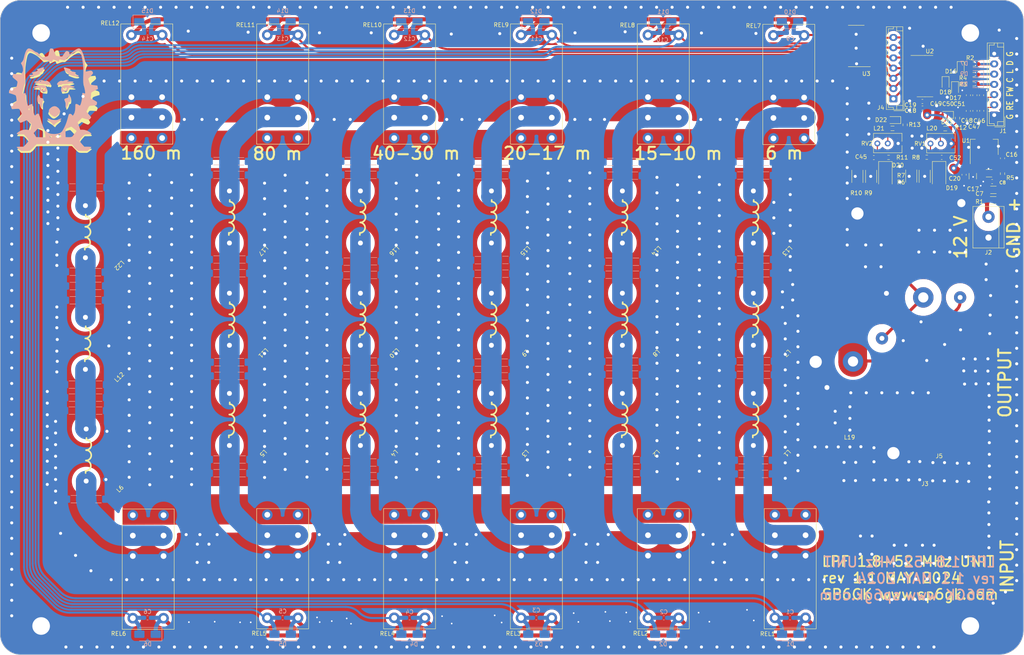
<source format=kicad_pcb>
(kicad_pcb (version 20240108) (generator "pcbnew") (generator_version "8.0")
  (layers (0 "F.Cu" signal) (31 "B.Cu" signal) (34 "B.Paste" user) (35 "F.Paste" user) (36 "B.SilkS" user "B.Silkscreen") (37 "F.SilkS" user "F.Silkscreen") (38 "B.Mask" user) (39 "F.Mask" user) (44 "Edge.Cuts" user))
  (net 0 "")
  (net 1 "+12V")
  (net 2 "/6m_REL")
  (net 3 "/15-10m_REL")
  (net 4 "/20-17m_REL")
  (net 5 "/40-30m_REL")
  (net 6 "/80m_REL")
  (net 7 "/160m_REL")
  (net 8 "GND")
  (net 9 "Net-(U1-VI)")
  (net 10 "+5V")
  (net 11 "C21")
  (net 12 "/LPF_OUT")
  (net 13 "PWR_FWD")
  (net 14 "PWR_REF")
  (net 15 "/LPF_IN")
  (net 16 "Net-(D19-K)")
  (net 17 "Net-(D20-K)")
  (net 18 "Net-(D16-A1)")
  (net 19 "Net-(D17-A1)")
  (net 20 "Net-(D18-A1)")
  (net 21 "Net-(D19-A)")
  (net 22 "Net-(D20-A)")
  (net 23 "Net-(J2-Pin_2)")
  (net 24 "Net-(J4-Pin_1)")
  (net 25 "Net-(J4-Pin_2)")
  (net 26 "Net-(J4-Pin_3)")
  (net 27 "Net-(J4-Pin_4)")
  (net 28 "Net-(J4-Pin_5)")
  (net 29 "Net-(J4-Pin_6)")
  (net 30 "Net-(J4-Pin_7)")
  (net 31 "Net-(J5-In)")
  (net 32 "Net-(L20-Pad1)")
  (net 33 "Net-(L20-Pad2)")
  (net 34 "Net-(L21-Pad1)")
  (net 35 "Net-(L21-Pad2)")
  (net 39 "SER_DATA")
  (net 40 "Clock")
  (net 41 "Latch")
  (net 42 "C22")
  (net 43 "C23")
  (net 44 "C24")
  (net 45 "C25")
  (net 46 "C26")
  (net 47 "C27")
  (net 48 "C28")
  (net 49 "C29")
  (net 50 "C30")
  (net 51 "C31")
  (net 52 "C32")
  (net 53 "C33")
  (net 54 "C34")
  (net 55 "C35")
  (net 56 "C36")
  (net 57 "C37")
  (net 58 "C38")
  (net 59 "C39")
  (net 60 "C40")
  (net 61 "C41")
  (net 62 "C42")
  (net 63 "C43")
  (net 64 "C44")
  (footprint "Package_SO:SO-16_3.9x9.9mm_P1.27mm" (layer "F.Cu") (at 322.58 71.830154)
    (property "Reference" "U2")
    (property "Value" "74AHC595")
  )
  (footprint "LPF_Footprints:Coax_Mount" (layer "F.Cu") (at 331.6064 157.417154 180)
    (property "Reference" "J5")
    (property "Value" "RF output")
  )
  (footprint "Capacitor_SMD:C_0603_1608Metric_Pad1.08x0.95mm_HandSolder" (layer "F.Cu") (at 332.1304 95.934754 -90)
    (property "Reference" "C20")
    (property "Value" "100n")
  )
  (footprint "Resistor_SMD:R_0603_1608Metric_Pad0.98x0.95mm_HandSolder" (layer "F.Cu") (at 323.0157 91.654554 180)
    (property "Reference" "R8")
    (property "Value" "10k")
  )
  (footprint "Capacitor_SMD:C_0603_1608Metric_Pad1.08x0.95mm_HandSolder" (layer "F.Cu") (at 338.9884 97.611154 180)
    (property "Reference" "C8")
    (property "Value" "100n")
  )
  (footprint "LPF_Footprints:RM85_Relay" (layer "F.Cu") (at 227.6564 192.267154 90)
    (property "Reference" "REL3")
    (property "Value" "RM85")
  )
  (footprint "Capacitor_SMD:C_0603_1608Metric_Pad1.08x0.95mm_HandSolder" (layer "F.Cu") (at 336.4484 80.313754 -90)
    (property "Reference" "C46")
    (property "Value" "1u")
  )
  (footprint "LPF_Footprints:T106-Inductor" (layer "F.Cu") (at 280.6564 131.267154 -135)
    (property "Reference" "L7")
    (property "Value" "Air core")
  )
  (footprint "Resistor_SMD:R_0603_1608Metric_Pad0.98x0.95mm_HandSolder" (layer "F.Cu") (at 334.5161 71.449154 180)
    (property "Reference" "R4")
    (property "Value" "100")
  )
  (footprint "Potentiometer_THT:Potentiometer_Bourns_3266Y_Vertical" (layer "F.Cu") (at 323.9262 88.314754 180)
    (property "Reference" "RV1")
    (property "Value" "10k")
  )
  (footprint "Diode_SMD:D_SOD-323" (layer "F.Cu") (at 331.3018 69.879154 -90)
    (property "Reference" "D16")
    (property "Value" "TVS SD12_SOD323")
  )
  (footprint "LPF_Footprints:T106-Inductor" (layer "F.Cu") (at 216.6564 131.267154 -135)
    (property "Reference" "L9")
    (property "Value" "T106-10")
  )
  (footprint "Capacitor_SMD:C_0603_1608Metric_Pad1.08x0.95mm_HandSolder" (layer "F.Cu") (at 341.5284 91.921554 90)
    (property "Reference" "C16")
    (property "Value" "100n")
  )
  (footprint "LPF_Footprints:T106-Inductor" (layer "F.Cu") (at 152.6564 155.767154 -135)
    (property "Reference" "L5")
    (property "Value" "T106-10")
  )
  (footprint "Diode_SMD:D_SOD-323" (layer "F.Cu") (at 327.6092 73.548754 -90)
    (property "Reference" "D18")
    (property "Value" "TVS SD12_SOD323")
  )
  (footprint "Diode_SMD:D_SMA" (layer "F.Cu") (at 326.0344 96.201154 -90)
    (property "Reference" "D19")
    (property "Value" "1n4148 Schottky")
  )
  (footprint "Capacitor_SMD:C_0603_1608Metric_Pad1.08x0.95mm_HandSolder" (layer "F.Cu") (at 326.666388 91.688764)
    (property "Reference" "C52")
    (property "Value" "100n")
  )
  (footprint "LPF_Footprints:RM85_Relay" (layer "F.Cu") (at 227.6564 73.767154 -90)
    (property "Reference" "REL9")
    (property "Value" "RM85")
  )
  (footprint "Diode_SMD:D_SOD-323" (layer "F.Cu") (at 327.9308 81.304354 180)
    (property "Reference" "D21")
    (property "Value" "TVS SD12_SOD323")
  )
  (footprint "LPF_Footprints:T106-Inductor" (layer "F.Cu") (at 184.6564 155.767154 -135)
    (property "Reference" "L4")
    (property "Value" "T106-10")
  )
  (footprint "Connector_JST:JST_EH_B7B-EH-A_1x07_P2.50mm_Vertical" (layer "F.Cu") (at 339.4964 81.340554 90)
    (property "Reference" "J1")
    (property "Value" "Conn_01x07")
  )
  (footprint "Capacitor_SMD:C_0603_1608Metric_Pad1.08x0.95mm_HandSolder" (layer "F.Cu") (at 333.1972 76.503754 90)
    (property "Reference" "C49")
    (property "Value" "1u")
  )
  (footprint "Resistor_SMD:R_0603_1608Metric_Pad0.98x0.95mm_HandSolder" (layer "F.Cu") (at 330.5302 82.091754 -90)
    (property "Reference" "R12")
    (property "Value" "100")
  )
  (footprint "Capacitor_SMD:C_0603_1608Metric_Pad1.08x0.95mm_HandSolder" (layer "F.Cu") (at 321.9474 78.027754 180)
    (property "Reference" "C19")
    (property "Value" "1u")
  )
  (footprint "Capacitor_SMD:C_0603_1608Metric_Pad1.08x0.95mm_HandSolder" (layer "F.Cu") (at 336.3976 76.503754 90)
    (property "Reference" "C51")
    (property "Value" "10n")
  )
  (footprint "Connector_JST:JST_EH_B7B-EH-A_1x07_P2.50mm_Vertical" (layer "F.Cu") (at 314.8632 77.374354 90)
    (property "Reference" "J4")
    (property "Value" "Conn_01x07")
  )
  (footprint "LPF_Footprints:RM85_Relay" (layer "F.Cu") (at 196.6564 73.767154 -90)
    (property "Reference" "REL10")
    (property "Value" "RM85")
  )
  (footprint "LPF_Footprints:RM85_Relay" (layer "F.Cu") (at 258.6564 73.767154 -90)
    (property "Reference" "REL8")
    (property "Value" "RM85")
  )
  (footprint "Diode_SMD:D_SOD-323" (layer "F.Cu") (at 329.9206 74.801954 -90)
    (property "Reference" "D17")
    (property "Value" "TVS SD12_SOD323")
  )
  (footprint "Resistor_SMD:R_1206_3216Metric_Pad1.30x1.75mm_HandSolder" (layer "F.Cu") (at 339.2424 102.183154)
    (property "Reference" "R1")
    (property "Value" "10")
  )
  (footprint "Capacitor_SMD:C_1206_3216Metric_Pad1.33x1.80mm_HandSolder" (layer "F.Cu") (at 339.2932 99.643154 180)
    (property "Reference" "C7")
    (property "Value" "10u")
  )
  (footprint "LPF_Footprints:T106-Inductor" (layer "F.Cu") (at 248.6564 155.767154 -135)
    (property "Reference" "L2")
    (property "Value" "T106-10")
  )
  (footprint "Package_TO_SOT_SMD:SOT-223-3_TabPin2" (layer "F.Cu") (at 337.0466 89.177954 90)
    (property "Reference" "U1")
    (property "Value" "AMS1117-5")
  )
  (footprint "Resistor_SMD:R_2010_5025Metric_Pad1.40x2.65mm_HandSolder" (layer "F.Cu") (at 322.5038 96.328154 -90)
    (property "Reference" "R6")
    (property "Value" "100")
  )
  (footprint "Capacitor_SMD:C_0603_1608Metric_Pad1.08x0.95mm_HandSolder" (layer "F.Cu") (at 334.7974 80.313754 -90)
    (property "Reference" "C47")
    (property "Value" "100n")
  )
  (footprint "LPF_Footprints:RM85_Relay" (layer "F.Cu") (at 289.6564 192.267154 90)
    (property "Reference" "REL1")
    (property "Value" "RM85")
  )
  (footprint "Diode_SMD:D_SOD-323" (layer "F.Cu") (at 315.0546 82.574354 180)
    (property "Reference" "D22")
    (property "Value" "TVS SD12_SOD323")
  )
  (footprint "Capacitor_SMD:C_1206_3216Metric_Pad1.33x1.80mm_HandSolder" (layer "F.Cu") (at 338.2264 95.579154 180)
    (property "Reference" "C15" (hide yes))
    (property "Value" "10u")
  )
  (footprint "LPF_Footprints:RM85_Relay" (layer "F.Cu") (at 289.306 73.862154 -90)
    (property "Reference" "REL7")
    (property "Value" "RM85")
  )
  (footprint "LPF_Footprints:RM85_Relay" (layer "F.Cu") (at 258.6564 192.267154 90)
    (property "Reference" "REL2")
    (property "Value" "RM85")
  )
  (footprint "LPF_Footprints:T106-Inductor" (layer "F.Cu") (at 216.6564 106.267154 -135)
    (property "Reference" "L15")
    (property "Value" "T106-10")
  )
  (footprint "Inductor_SMD:L_0805_2012Metric_Pad1.05x1.20mm_HandSolder" (layer "F.Cu") (at 327.533 84.657154)
    (property "Reference" "L20")
    (property "Value" "100u")
  )
  (footprint "Capacitor_SMD:C_0603_1608Metric_Pad1.08x0.95mm_HandSolder" (layer "F.Cu") (at 333.1718 80.339154 -90)
    (property "Reference" "C48")
    (property "Value" "10n")
  )
  (footprint "Resistor_SMD:R_0603_1608Metric_Pad0.98x0.95mm_HandSolder" (layer "F.Cu") (at 334.5669 68.883754 180)
    (property "Reference" "R2")
    (property "Value" "100")
  )
  (footprint "LPF_Footprints:RM85_Relay" (layer "F.Cu") (at 132.8074 192.367354 90)
    (property "Reference" "REL6")
    (property "Value" "RM85")
  )
  (footprint "LPF_Footprints:RM85_Relay" (layer "F.Cu") (at 196.6564 192.267154 90)
    (property "Reference" "REL4")
    (property "Value" "RM85")
  )
  (footprint "Resistor_SMD:R_2010_5025Metric_Pad1.40x2.65mm_HandSolder" (layer "F.Cu") (at 306.07 96.341154 90)
    (property "Reference" "R10")
    (property "Value" "100")
  )
  (footprint "Inductor_SMD:L_0805_2012Metric_Pad1.05x1.20mm_HandSolder" (layer "F.Cu") (at 314.6482 84.606354)
    (property "Reference" "L21")
    (property "Value" "100u")
  )
  (footprint "LPF_Footprints:Coax_Mount" (layer "F.Cu") (at 331.5064 180.467154 180)
    (property "Reference" "J3")
    (property "Value" "LFP_IN")
  )
  (footprint "LPF_Footprints:RM85_Relay" (layer "F.Cu") (at 132.461 73.767154 -90)
    (property "Reference" "REL12")
    (property "Value" "RM85")
  )
  (footprint "Diode_SMD:D_SMA" (layer "F.Cu") (at 312.9026 96.214154 -90)
    (property "Reference" "D20")
    (property "Value" "1n4148 Schottky")
  )
  (footprint "TerminalBlock:TerminalBlock_bornier-2_P5.08mm" (layer "F.Cu") (at 338.0994 111.301754 90)
    (property "Reference" "J2")
    (property "Value" "12V INPUT")
  )
  (footprint "Resistor_SMD:R_0603_1608Metric_Pad0.98x0.95mm_HandSolder" (layer "F.Cu") (at 334.4907 73.735154 180)
    (property "Reference" "R3")
    (property "Value" "100")
  )
  (footprint "LPF_Footprints:T106-Inductor" (layer "F.Cu") (at 117.6564 164.465 -135)
    (property "Reference" "L6")
    (property "Value" "T130-10")
  )
  (footprint "LPF_Footprints:T106-Inductor" (layer "F.Cu") (at 117.475 109.855 -135)
    (property "Reference" "L22")
    (property "Value" "T130-10")
  )
  (footprint "LPF_Footprints:RM85_Relay" (layer "F.Cu") (at 165.6564 192.267154 90)
    (property "Reference" "REL5")
    (property "Value" "RM85")
  )
  (footprint "Capacitor_SMD:C_0603_1608Metric_Pad1.08x0.95mm_HandSolder" (layer "F.Cu") (at 310.0832 91.743754 180)
    (property "Reference" "C45")
    (property "Value" "100n")
  )
  (footprint "LPF_Footprints:T94-SWR_TRAFO" (layer "F.Cu") (at 312.7756 149.369214 135)
    (property "Reference" "L19")
    (property "Value" "FT82-61 30T 1T-RG213 coax")
  )
  (footprint "Capacitor_SMD:C_1206_3216Metric_Pad1.33x1.80mm_HandSolder" (layer "F.Cu") (at 334.264 96.290354 -90)
    (property "Reference" "C17")
    (property "Value" "10u")
  )
  (footprint "LPF_Footprints:T106-Inductor" (layer "F.Cu") (at 280.6564 155.767154 -135)
    (property "Reference" "L1")
    (property "Value" "Air core")
  )
  (footprint "LPF_Footprints:T106-Inductor" (layer "F.Cu") (at 248.6564 106.267154 -135)
    (property "Reference" "L14")
    (property "Value" "T106-10")
  )
  (footprint "LPF_Footprints:T94-SWR_TRAFO" (layer "F.Cu") (at 322.1656 114.933954 -90)
    (property "Reference" "L18" (hide yes))
    (property "Value" "FT50-61 30T 1T RG-142 coax" (hide yes))
  )
  (footprint "LPF_Footprints:T106-Inductor" (layer "F.Cu") (at 216.6564 155.767154 -135)
    (property "Reference" "L3")
    (property "Value" "T106-10")
  )
  (footprint "silkscreen_logo" (layer "F.Cu") (at 109.7534 78.053154)
    (property "Reference" "G***" (hide yes))
    (property "Value" "LOGO" (hide yes))
  )
  (footprint "Resistor_SMD:R_2010_5025Metric_Pad1.40x2.65mm_HandSolder" (layer "F.Cu") (at 309.4228 96.341154 90)
    (property "Reference" "R9")
    (property "Value" "100")
  )
  (footprint "Resistor_SMD:R_0603_1608Metric_Pad0.98x0.95mm_HandSolder" (layer "F.Cu") (at 341.5284 95.680754 90)
    (property "Reference" "R5")
    (property "Value" "100")
  )
  (footprint "LPF_Footprints:T106-Inductor" (layer "F.Cu") (at 152.6564 106.267154 -135)
    (property "Reference" "L17")
    (property "Value" "T106-10")
  )
  (footprint "LPF_Footprints:T106-Inductor" (layer "F.Cu") (at 184.6564 106.267154 -135)
    (property "Reference" "L16")
    (property "Value" "T106-10")
  )
  (footprint "Potentiometer_THT:Potentiometer_Bourns_3266Y_Vertical" (layer "F.Cu") (at 310.9468 88.289354 180)
    (property "Reference" "RV2")
    (property "Value" "10k")
  )
  (footprint "LPF_Footprints:T106-Inductor" (layer "F.Cu") (at 152.6564 131.267154 -135)
    (property "Reference" "L11")
    (property "Value" "T106-10")
  )
  (footprint "Capacitor_SMD:C_0603_1608Metric_Pad1.08x0.95mm_HandSolder" (layer "F.Cu") (at 321.9728 79.627954 180)
    (property "Reference" "C18")
    (property "Value" "100n")
  )
  (footprint "Resistor_SMD:R_0603_1608Metric_Pad0.98x0.95mm_HandSolder" (layer "F.Cu") (at 317.7286 83.742754 -90)
    (property "Reference" "R13")
    (property "Value" "100")
  )
  (footprint "LPF_Footprints:RM85_Relay" (layer "F.Cu") (at 165.6564 73.767154 -90)
    (property "Reference" "REL11")
    (property "Value" "RM85")
  )
  (footprint "Capacitor_SMD:C_0603_1608Metric_Pad1.08x0.95mm_HandSolder" (layer "F.Cu") (at 334.772 76.503754 90)
    (property "Reference" "C50")
    (property "Value" "100n")
  )
  (footprint "LPF_Footprints:T106-Inductor" (layer "F.Cu") (at 280.6564 106.267154 -135)
    (property "Reference" "L13")
    (property "Value" "Air core")
  )
  (footprint "LPF_Footprints:T106-Inductor" (layer "F.Cu") (at 184.6564 131.267154 -135)
    (property "Reference" "L10")
    (property "Value" "T106-10")
  )
  (footprint "LPF_Footprints:T106-Inductor" (layer "F.Cu") (at 248.6564 131.267154 -135)
    (property "Reference" "L8")
    (property "Value" "T106-10")
  )
  (footprint "Resistor_SMD:R_0603_1608Metric_Pad0.98x0.95mm_HandSolder" (layer "F.Cu") (at 313.69 91.692954)
    (property "Reference" "R11")
    (property "Value" "10k")
  )
  (footprint "Package_SO:SO-16_3.9x9.9mm_P1.27mm" (layer "F.Cu") (at 305.7906 64.464154 180)
    (property "Reference" "U3")
    (property "Value" "ULN2003")
  )
  (footprint "Resistor_SMD:R_2010_5025Metric_Pad1.40x2.65mm_HandSolder" (layer "F.Cu") (at 319.2272 96.264954 -90)
    (property "Reference" "R7")
    (property "Value" "100")
  )
  (footprint "LPF_Footprints:T106-Inductor" (layer "F.Cu") (at 117.475 137.16 -135)
    (property "Reference" "L12")
    (property "Value" "T130-10")
  )
  (footprint "Capacitor_SMD:C_1206_3216Metric_Pad1.33x1.80mm_HandSolder" (layer "B.Cu") (at 155.469558 145.121698)
    (property "Reference" "C31.2" (hide yes))
    (property "Value" "470p" (hide yes))
  )
  (footprint "Capacitor_SMD:C_1206_3216Metric_Pad1.33x1.80mm_HandSolder" (layer "B.Cu") (at 283.758921 96.136654)
    (property "Reference" "C39.3" (hide yes))
    (property "Value" "10p" (hide yes))
  )
  (footprint "Capacitor_SMD:C_1206_3216Metric_Pad1.33x1.80mm_HandSolder" (layer "B.Cu") (at 245.709081 96.162632 180)
    (property "Reference" "C40.2" (hide yes))
    (property "Value" "33p" (hide yes))
  )
  (footprint "Capacitor_SMD:C_1206_3216Metric_Pad1.33x1.80mm_HandSolder" (layer "B.Cu") (at 114.180573 150.430935 180)
    (property "Reference" "C32.5" (hide yes))
    (property "Value" "47p" (hide yes))
  )
  (footprint "Capacitor_SMD:C_1206_3216Metric_Pad1.33x1.80mm_HandSolder" (layer "B.Cu") (at 251.716581 92.812632)
    (property "Reference" "C40.4" (hide yes))
    (property "Value" "10p" (hide yes))
  )
  (footprint "Capacitor_SMD:C_1206_3216Metric_Pad1.33x1.80mm_HandSolder" (layer "B.Cu") (at 114.3 99.06 180)
    (property "Reference" "C44.1" (hide yes))
    (property "Value" "1000p" (hide yes))
  )
  (footprint "Capacitor_SMD:C_1206_3216Metric_Pad1.33x1.80mm_HandSolder" (layer "B.Cu") (at 181.2675 169.545 180)
    (property "Reference" "C24.2" (hide yes))
    (property "Value" "100p" (hide yes))
  )
  (footprint "Diode_SMD:D_SMA" (layer "B.Cu") (at 132.6108 58.545954)
    (property "Reference" "D15")
    (property "Value" "1N4007")
  )
  (footprint "Capacitor_SMD:C_1206_3216Metric_Pad1.33x1.80mm_HandSolder" (layer "B.Cu") (at 181.320122 120.534362 180)
    (property "Reference" "C36.4" (hide yes))
    (property "Value" "100p" (hide yes))
  )
  (footprint "Diode_SMD:D_SMA" (layer "B.Cu") (at 132.6564 208.267154 180)
    (property "Reference" "D6")
    (property "Value" "1N4007")
  )
  (footprint "Capacitor_SMD:C_1206_3216Metric_Pad1.33x1.80mm_HandSolder" (layer "B.Cu") (at 277.7875 165.735 180)
    (property "Reference" "C21.1" (hide yes))
    (property "Value" "33p" (hide yes))
  )
  (footprint "Capacitor_SMD:C_1206_3216Metric_Pad1.33x1.80mm_HandSolder" (layer "B.Cu") (at 155.50191 96.008683)
    (property "Reference" "C43.3" (hide yes))
    (property "Value" "220p" (hide yes))
  )
  (footprint "Diode_SMD:D_SOD-323" (layer "B.Cu") (at 335.281 73.790754 180)
    (property "Reference" "D8")
    (property "Value" "TVS SD12_SOD323")
  )
  (footprint "Capacitor_SMD:C_1206_3216Metric_Pad1.33x1.80mm_HandSolder" (layer "B.Cu") (at 245.4025 168.91 180)
    (property "Reference" "C22.2" (hide yes))
    (property "Value" "33p" (hide yes))
  )
  (footprint "Capacitor_SMD:C_1206_3216Metric_Pad1.33x1.80mm_HandSolder" (layer "B.Cu") (at 155.8175 116.665)
    (property "Reference" "C37.4" (hide yes))
    (property "Value" "51p" (hide yes))
  )
  (footprint "Capacitor_SMD:C_0603_1608Metric_Pad1.08x0.95mm_HandSolder" (layer "B.Cu") (at 132.6564 204.267154 180)
    (property "Reference" "C6")
    (property "Value" "100n")
  )
  (footprint "Capacitor_SMD:C_1206_3216Metric_Pad1.33x1.80mm_HandSolder" (layer "B.Cu") (at 245.32211 117.207767 180)
    (property "Reference" "C34.1" (hide yes))
    (property "Value" "100p" (hide yes))
  )
  (footprint "Capacitor_SMD:C_1206_3216Metric_Pad1.33x1.80mm_HandSolder" (layer "B.Cu") (at 283.758921 92.786654)
    (property "Reference" "C39.4" (hide yes))
    (property "Value" "10p" (hide yes))
  )
  (footprint "Capacitor_SMD:C_1206_3216Metric_Pad1.33x1.80mm_HandSolder" (layer "B.Cu") (at 219.71 165.735)
    (property "Reference" "C23.3" (hide yes))
    (property "Value" "51p" (hide yes))
  )
  (footprint "Diode_SMD:D_SMA" (layer "B.Cu") (at 227.6108 58.545954)
    (property "Reference" "D12")
    (property "Value" "1N4007")
  )
  (footprint "Capacitor_SMD:C_1206_3216Metric_Pad1.33x1.80mm_HandSolder" (layer "B.Cu") (at 155.50191 92.658683)
    (property "Reference" "C43.4" (hide yes))
    (property "Value" "180p" (hide yes))
  )
  (footprint "Capacitor_SMD:C_1206_3216Metric_Pad1.33x1.80mm_HandSolder" (layer "B.Cu") (at 213.375318 120.168949 180)
    (property "Reference" "C35.4" (hide yes))
    (property "Value" "47p" (hide yes))
  )
  (footprint "Capacitor_SMD:C_1206_3216Metric_Pad1.33x1.80mm_HandSolder" (layer "B.Cu") (at 251.96461 117.207767)
    (property "Reference" "C34.3" (hide yes))
    (property "Value" "47p" (hide yes))
  )
  (footprint "Capacitor_SMD:C_1206_3216Metric_Pad1.33x1.80mm_HandSolder" (layer "B.Cu") (at 187.89966 144.966141)
    (property "Reference" "C30.3" (hide yes))
    (property "Value" "180p" (hide yes))
  )
  (footprint "Capacitor_SMD:C_1206_3216Metric_Pad1.33x1.80mm_HandSolder" (layer "B.Cu") (at 120.9425 99.06)
    (property "Reference" "C44.2" (hide yes))
    (property "Value" "1000p" (hide yes))
  )
  (footprint "Capacitor_SMD:C_1206_3216Metric_Pad1.33x1.80mm_HandSolder" (layer "B.Cu") (at 187.89966 141.616141)
    (property "Reference" "C30.4" (hide yes))
    (property "Value" "100p" (hide yes))
  )
  (footprint "Capacitor_SMD:C_1206_3216Metric_Pad1.33x1.80mm_HandSolder" (layer "B.Cu") (at 120.56922 126.615247)
    (property "Reference" "C38.6" (hide yes))
    (property "Value" "47p" (hide yes))
  )
  (footprint "Capacitor_SMD:C_1206_3216Metric_Pad1.33x1.80mm_HandSolder" (layer "B.Cu") (at 213.467195 96.042643 180)
    (property "Reference" "C41.2" (hide yes))
    (property "Value" "51p" (hide yes))
  )
  (footprint "Capacitor_SMD:C_0603_1608Metric_Pad1.08x0.95mm_HandSolder" (layer "B.Cu") (at 258.6564 61.267154)
    (property "Reference" "C10")
    (property "Value" "100n")
  )
  (footprint "silkscreen_logo" (layer "B.Cu") (at 109.981999 77.586621 180)
    (property "Reference" "G***" (hide yes))
    (property "Value" "LOGO" (hide yes))
  )
  (footprint "Capacitor_SMD:C_1206_3216Metric_Pad1.33x1.80mm_HandSolder" (layer "B.Cu") (at 213.467195 92.692643 180)
    (property "Reference" "C41.1" (hide yes))
    (property "Value" "51p" (hide yes))
  )
  (footprint "Capacitor_SMD:C_1206_3216Metric_Pad1.33x1.80mm_HandSolder" (layer "B.Cu") (at 155.8675 168.91)
    (property "Reference" "C25.3" (hide yes))
    (property "Value" "220p" (hide yes))
  )
  (footprint "Capacitor_SMD:C_1206_3216Metric_Pad1.33x1.80mm_HandSolder" (layer "B.Cu") (at 114.411256 123.151392 180)
    (property "Reference" "C38.2" (hide yes))
    (property "Value" "1000p" (hide yes))
  )
  (footprint "Capacitor_SMD:C_1206_3216Metric_Pad1.33x1.80mm_HandSolder" (layer "B.Cu") (at 120.65 175.26)
    (property "Reference" "C26.1" (hide yes))
    (property "Value" "1000p" (hide yes))
  )
  (footprint "Diode_SMD:D_SMA" (layer "B.Cu") (at 258.6564 208.267154 180)
    (property "Reference" "D2")
    (property "Value" "1N4007")
  )
  (footprint "Capacitor_SMD:C_1206_3216Metric_Pad1.33x1.80mm_HandSolder" (layer "B.Cu") (at 245.4525 144.78 180)
    (property "Reference" "C28.3" (hide yes))
    (property "Value" "47p" (hide yes))
  )
  (footprint "Capacitor_SMD:C_1206_3216Metric_Pad1.33x1.80mm_HandSolder" (layer "B.Cu") (at 149.5175 165.56 180)
    (property "Reference" "C25.1" (hide yes))
    (property "Value" "220p" (hide yes))
  )
  (footprint "Capacitor_SMD:C_1206_3216Metric_Pad1.33x1.80mm_HandSolder" (layer "B.Cu") (at 149.754558 145.121698 180)
    (property "Reference" "C31.4" (hide yes))
    (property "Value" "51p" (hide yes))
  )
  (footprint "Capacitor_SMD:C_0603_1608Metric_Pad1.08x0.95mm_HandSolder" (layer "B.Cu") (at 227.6348 204.267154 180)
    (property "Reference" "C3")
    (property "Value" "100n")
  )
  (footprint "Capacitor_SMD:C_1206_3216Metric_Pad1.33x1.80mm_HandSolder" (layer "B.Cu") (at 114.180573 153.605935 180)
    (property "Reference" "C32.6" (hide yes))
    (property "Value" "47p" (hide yes))
  )
  (footprint "Capacitor_SMD:C_1206_3216Metric_Pad1.33x1.80mm_HandSolder" (layer "B.Cu") (at 120.823073 150.430935)
    (property "Reference" "C32.2" (hide yes))
    (property "Value" "1000p" (hide yes))
  )
  (footprint "Capacitor_SMD:C_1206_3216Metric_Pad1.33x1.80mm_HandSolder" (layer "B.Cu") (at 181.2675 166.195 180)
    (property "Reference" "C24.1" (hide yes))
    (property "Value" "100p" (hide yes))
  )
  (footprint "Capacitor_SMD:C_1206_3216Metric_Pad1.33x1.80mm_HandSolder" (layer "B.Cu") (at 187.964907 120.433672)
    (property "Reference" "C36.1" (hide yes))
    (property "Value" "180p" (hide yes))
  )
  (footprint "Capacitor_SMD:C_1206_3216Metric_Pad1.33x1.80mm_HandSolder" (layer "B.Cu") (at 277.417945 141.540774 180)
    (property "Reference" "C27.1" (hide yes))
    (property "Value" "33p" (hide yes))
  )
  (footprint "Capacitor_SMD:C_1206_3216Metric_Pad1.33x1.80mm_HandSolder" (layer "B.Cu") (at 283.992263 144.862265)
    (property "Reference" "C27.3" (hide yes))
    (property "Value" "33p" (hide yes))
  )
  (footprint "Capacitor_SMD:C_1206_3216Metric_Pad1.33x1.80mm_HandSolder" (layer "B.Cu") (at 245.4025 141.605 180)
    (property "Reference" "C28.4" (hide yes))
    (property "Value" "22p" (hide yes))
  )
  (footprint "Diode_SMD:D_SOD-323" (layer "B.Cu") (at 335.3318 71.326954 180)
    (property "Reference" "D9")
    (property "Value" "TVS SD12_SOD323")
  )
  (footprint "Capacitor_SMD:C_1206_3216Metric_Pad1.33x1.80mm_HandSolder" (layer "B.Cu") (at 245.709081 92.812632 180)
    (property "Reference" "C40.1" (hide yes))
    (property "Value" "47p" (hide yes))
  )
  (footprint "Capacitor_SMD:C_1206_3216Metric_Pad1.33x1.80mm_HandSolder" (layer "B.Cu") (at 245.32211 120.382767 180)
    (property "Reference" "C34.2" (hide yes))
    (property "Value" "47p" (hide yes))
  )
  (footprint "Capacitor_SMD:C_1206_3216Metric_Pad1.33x1.80mm_HandSolder" (layer "B.Cu") (at 220.079715 120.127366)
    (property "Reference" "C35.2" (hide yes))
    (property "Value" "47p" (hide yes))
  )
  (footprint "Capacitor_SMD:C_1206_3216Metric_Pad1.33x1.80mm_HandSolder" (layer "B.Cu") (at 155.8675 165.56)
    (property "Reference" "C25.4" (hide yes))
    (property "Value" "180p" (hide yes))
  )
  (footprint "Capacitor_SMD:C_1206_3216Metric_Pad1.33x1.80mm_HandSolder" (layer "B.Cu") (at 149.5175 116.665 180)
    (property "Reference" "C37.1" (hide yes))
    (property "Value" "470p" (hide yes))
  )
  (footprint "Capacitor_SMD:C_1206_3216Metric_Pad1.33x1.80mm_HandSolder" (layer "B.Cu") (at 283.803943 116.673221)
    (property "Reference" "C33.4" (hide yes))
    (property "Value" "22p" (hide yes))
  )
  (footprint "Capacitor_SMD:C_1206_3216Metric_Pad1.33x1.80mm_HandSolder" (layer "B.Cu") (at 219.71 168.91)
    (property "Reference" "C23.4" (hide yes))
    (property "Value" "51p" (hide yes))
  )
  (footprint "Capacitor_SMD:C_1206_3216Metric_Pad1.33x1.80mm_HandSolder" (layer "B.Cu") (at 181.645803 92.613901 180)
    (property "Reference" "C42.1" (hide yes))
    (property "Value" "100p" (hide yes))
  )
  (footprint "Capacitor_SMD:C_1206_3216Metric_Pad1.33x1.80mm_HandSolder" (layer "B.Cu") (at 213.383009 145.203599 180)
    (property "Reference" "C29.2" (hide yes))
    (property "Value" "47p" (hide yes))
  )
  (footprint "Capacitor_SMD:C_1206_3216Metric_Pad1.33x1.80mm_HandSolder" (layer "B.Cu") (at 187.964907 117.083672)
    (property "Reference" "C36.2" (hide yes))
    (property "Value" "180p" (hide yes))
  )
  (footprint "Capacitor_SMD:C_1206_3216Metric_Pad1.33x1.80mm_HandSolder" (layer "B.Cu") (at 149.5175 168.91 180)
    (property "Reference" "C25.2" (hide yes))
    (property "Value" "220p" (hide yes))
  )
  (footprint "Capacitor_SMD:C_1206_3216Metric_Pad1.33x1.80mm_HandSolder" (layer "B.Cu") (at 149.5175 120.015 180)
    (property "Reference" "C37.2" (hide yes))
    (property "Value" "470p" (hide yes))
  )
  (footprint "Capacitor_SMD:C_1206_3216Metric_Pad1.33x1.80mm_HandSolder" (layer "B.Cu") (at 283.5025 165.735)
    (property "Reference" "C21.4" (hide yes))
    (property "Value" "10p" (hide yes))
  )
  (footprint "Diode_SMD:D_SMA" (layer "B.Cu") (at 196.6108 58.545954)
    (property "Reference" "D13")
    (property "Value" "1N4007")
  )
  (footprint "Diode_SMD:D_SMA" (layer "B.Cu") (at 165.6108 58.545954)
    (property "Reference" "D14")
    (property "Value" "1N4007")
  )
  (footprint "Diode_SMD:D_SMA" (layer "B.Cu") (at 289.6616 208.267154 180)
    (property "Reference" "D1")
    (property "Value" "1N4007")
  )
  (footprint "Capacitor_SMD:C_1206_3216Metric_Pad1.33x1.80mm_HandSolder" (layer "B.Cu") (at 251.96461 120.382767)
    (property "Reference" "C34.4" (hide yes))
    (property "Value" "22p" (hide yes))
  )
  (footprint "Capacitor_SMD:C_0603_1608Metric_Pad1.08x0.95mm_HandSolder" (layer "B.Cu") (at 165.6564 61.267154)
    (property "Reference" "C13")
    (property "Value" "100n")
  )
  (footprint "Capacitor_SMD:C_1206_3216Metric_Pad1.33x1.80mm_HandSolder" (layer "B.Cu") (at 120.600176 123.112905)
    (property "Reference" "C38.5" (hide yes))
    (property "Value" "47p" (hide yes))
  )
  (footprint "Capacitor_SMD:C_1206_3216Metric_Pad1.33x1.80mm_HandSolder" (layer "B.Cu") (at 277.7875 169.085 180)
    (property "Reference" "C21.2" (hide yes))
    (property "Value" "22p" (hide yes))
  )
  (footprint "Capacitor_SMD:C_1206_3216Metric_Pad1.33x1.80mm_HandSolder" (layer "B.Cu") (at 252.095 165.735)
    (property "Reference" "C22.3" (hide yes))
    (property "Value" "33p" (hide yes))
  )
  (footprint "Diode_SMD:D_SMA" (layer "B.Cu") (at 165.6564 208.267154 180)
    (property "Reference" "D5")
    (property "Value" "1N4007")
  )
  (footprint "Capacitor_SMD:C_1206_3216Metric_Pad1.33x1.80mm_HandSolder" (layer "B.Cu") (at 181.645803 95.963901 180)
    (property "Reference" "C42.2" (hide yes))
    (property "Value" "100p" (hide yes))
  )
  (footprint "Capacitor_SMD:C_1206_3216Metric_Pad1.33x1.80mm_HandSolder" (layer "B.Cu") (at 251.7525 141.605)
    (property "Reference" "C28.1" (hide yes))
    (property "Value" "100p" (hide yes))
  )
  (footprint "Capacitor_SMD:C_0603_1608Metric_Pad1.08x0.95mm_HandSolder" (layer "B.Cu") (at 289.6108 204.267154 180)
    (property "Reference" "C1")
    (property "Value" "100n")
  )
  (footprint "Capacitor_SMD:C_0603_1608Metric_Pad1.08x0.95mm_HandSolder" (layer "B.Cu") (at 196.6564 204.267154 180)
    (property "Reference" "C4")
    (property "Value" "100n")
  )
  (footprint "Capacitor_SMD:C_1206_3216Metric_Pad1.33x1.80mm_HandSolder" (layer "B.Cu") (at 149.492682 92.611893 180)
    (property "Reference" "C43.1" (hide yes))
    (property "Value" "220p" (hide yes))
  )
  (footprint "Capacitor_SMD:C_1206_3216Metric_Pad1.33x1.80mm_HandSolder" (layer "B.Cu") (at 149.492682 95.961893 180)
    (property "Reference" "C43.2" (hide yes))
    (property "Value" "220p" (hide yes))
  )
  (footprint "Diode_SMD:D_SMA" (layer "B.Cu") (at 227.6564 208.267154 180)
    (property "Reference" "D3")
    (property "Value" "1N4007")
  )
  (footprint "Capacitor_SMD:C_1206_3216Metric_Pad1.33x1.80mm_HandSolder" (layer "B.Cu") (at 251.7525 144.78)
    (property "Reference" "C28.2" (hide yes))
    (property "Value" "47p" (hide yes))
  )
  (footprint "Capacitor_SMD:C_1206_3216Metric_Pad1.33x1.80mm_HandSolder" (layer "B.Cu") (at 277.453943 120.02322 180)
    (property "Reference" "C33.2" (hide yes))
    (property "Value" "33p" (hide yes))
  )
  (footprint "Capacitor_SMD:C_1206_3216Metric_Pad1.33x1.80mm_HandSolder" (layer "B.Cu") (at 220.079715 116.777366)
    (property "Reference" "C35.1" (hide yes))
    (property "Value" "220p" (hide yes))
  )
  (footprint "Capacitor_SMD:C_1206_3216Metric_Pad1.33x1.80mm_HandSolder" (layer "B.Cu") (at 187.809816 92.613901)
    (property "Reference" "C42.4" (hide yes))
    (property "Value" "51p" (hide yes))
  )
  (footprint "Capacitor_SMD:C_1206_3216Metric_Pad1.33x1.80mm_HandSolder" (layer "B.Cu") (at 120.511489 119.764513)
    (property "Reference" "C38.4" (hide yes))
    (property "Value" "470p" (hide yes))
  )
  (footprint "Capacitor_SMD:C_0603_1608Metric_Pad1.08x0.95mm_HandSolder" (layer "B.Cu") (at 258.7752 204.267154 180)
    (property "Reference" "C2")
    (property "Value" "100n")
  )
  (footprint "Capacitor_SMD:C_1206_3216Metric_Pad1.33x1.80mm_HandSolder" (layer "B.Cu") (at 283.992263 141.512265)
    (property "Reference" "C27.4" (hide yes))
    (property "Value" "22p" (hide yes))
  )
  (footprint "Capacitor_SMD:C_1206_3216Metric_Pad1.33x1.80mm_HandSolder" (layer "B.Cu") (at 283.803943 120.02322)
    (property "Reference" "C33.3" (hide yes))
    (property "Value" "33p" (hide yes))
  )
  (footprint "Capacitor_SMD:C_1206_3216Metric_Pad1.33x1.80mm_HandSolder" (layer "B.Cu") (at 252.095 168.91)
    (property "Reference" "C22.4" (hide yes))
    (property "Value" "10p" (hide yes))
  )
  (footprint "Capacitor_SMD:C_1206_3216Metric_Pad1.33x1.80mm_HandSolder" (layer "B.Cu") (at 114.392533 119.649411 180)
    (property "Reference" "C38.1" (hide yes))
    (property "Value" "1000p" (hide yes))
  )
  (footprint "Capacitor_SMD:C_1206_3216Metric_Pad1.33x1.80mm_HandSolder" (layer "B.Cu") (at 114.6425 175.26 180)
    (property "Reference" "C26.2" (hide yes))
    (property "Value" "1000p" (hide yes))
  )
  (footprint "Capacitor_SMD:C_1206_3216Metric_Pad1.33x1.80mm_HandSolder" (layer "B.Cu") (at 149.754558 141.771698 180)
    (property "Reference" "C31.3" (hide yes))
    (property "Value" "470p" (hide yes))
  )
  (footprint "Capacitor_SMD:C_1206_3216Metric_Pad1.33x1.80mm_HandSolder" (layer "B.Cu") (at 213.6525 169.085 180)
    (property "Reference" "C23.2" (hide yes))
    (property "Value" "51p" (hide yes))
  )
  (footprint "Diode_SMD:D_SMA" (layer "B.Cu") (at 196.6564 208.267154 180)
    (property "Reference" "D4")
    (property "Value" "1N4007")
  )
  (footprint "Capacitor_SMD:C_1206_3216Metric_Pad1.33x1.80mm_HandSolder" (layer "B.Cu") (at 181.320122 117.184362 180)
    (property "Reference" "C36.3" (hide yes))
    (property "Value" "180p" (hide yes))
  )
  (footprint "Capacitor_SMD:C_1206_3216Metric_Pad1.33x1.80mm_HandSolder" (layer "B.Cu") (at 277.417945 144.890774 180)
    (property "Reference" "C27.2" (hide yes))
    (property "Value" "33p" (hide yes))
  )
  (footprint "Capacitor_SMD:C_1206_3216Metric_Pad1.33x1.80mm_HandSolder" (layer "B.Cu") (at 155.8175 120.015)
    (property "Reference" "C37.3" (hide yes))
    (property "Value" "470p" (hide yes))
  )
  (footprint "Capacitor_SMD:C_1206_3216Metric_Pad1.33x1.80mm_HandSolder" (layer "B.Cu") (at 114.180573 147.255935 180)
    (property "Reference" "C32.4" (hide yes))
    (property "Value" "470p" (hide yes))
  )
  (footprint "Capacitor_SMD:C_1206_3216Metric_Pad1.33x1.80mm_HandSolder" (layer "B.Cu") (at 213.375318 116.818949 180)
    (property "Reference" "C35.3" (hide yes))
    (property "Value" "47p" (hide yes))
  )
  (footprint "Capacitor_SMD:C_1206_3216Metric_Pad1.33x1.80mm_HandSolder" (layer "B.Cu") (at 181.2675 141.605 180)
    (property "Reference" "C30.1" (hide yes))
    (property "Value" "180p" (hide yes))
  )
  (footprint "Capacitor_SMD:C_1206_3216Metric_Pad1.33x1.80mm_HandSolder" (layer "B.Cu") (at 277.458921 92.786654 180)
    (property "Reference" "C39.1" (hide yes))
    (property "Value" "33p" (hide yes))
  )
  (footprint "Capacitor_SMD:C_1206_3216Metric_Pad1.33x1.80mm_HandSolder" (layer "B.Cu") (at 213.6525 165.735 180)
    (property "Reference" "C23.1" (hide yes))
    (property "Value" "51p" (hide yes))
  )
  (footprint "Capacitor_SMD:C_1206_3216Metric_Pad1.33x1.80mm_HandSolder" (layer "B.Cu") (at 155.469558 141.771698)
    (property "Reference" "C31.1" (hide yes))
    (property "Value" "470p" (hide yes))
  )
  (footprint "Diode_SMD:D_SMA" (layer "B.Cu") (at 258.6108 58.545954)
    (property "Reference" "D11")
    (property "Value" "1N4007")
  )
  (footprint "Diode_SMD:D_SMA" (layer "B.Cu") (at 289.6108 58.545954)
    (property "Reference" "D10")
    (property "Value" "1N4007")
  )
  (footprint "Capacitor_SMD:C_1206_3216Metric_Pad1.33x1.80mm_HandSolder" (layer "B.Cu") (at 187.809816 95.963901)
    (property "Reference" "C42.3" (hide yes))
    (property "Value" "100p" (hide yes))
  )
  (footprint "Capacitor_SMD:C_1206_3216Metric_Pad1.33x1.80mm_HandSolder" (layer "B.Cu") (at 213.383009 141.853599 180)
    (property "Reference" "C29.1" (hide yes))
    (property "Value" "220p" (hide yes))
  )
  (footprint "Capacitor_SMD:C_1206_3216Metric_Pad1.33x1.80mm_HandSolder" (layer "B.Cu") (at 283.5025 169.085)
    (property "Reference" "C21.3" (hide yes))
    (property "Value" "10p" (hide yes))
  )
  (footprint "Capacitor_SMD:C_0603_1608Metric_Pad1.08x0.95mm_HandSolder" (layer "B.Cu") (at 227.6564 61.267154)
    (property "Reference" "C11")
    (property "Value" "100n")
  )
  (footprint "Capacitor_SMD:C_1206_3216Metric_Pad1.33x1.80mm_HandSolder" (layer "B.Cu") (at 251.716581 96.162632)
    (property "Reference" "C40.3" (hide yes))
    (property "Value" "33p" (hide yes))
  )
  (footprint "Capacitor_SMD:C_1206_3216Metric_Pad1.33x1.80mm_HandSolder" (layer "B.Cu") (at 220.0025 92.71)
    (property "Reference" "C41.4" (hide yes))
    (property "Value" "51p" (hide yes))
  )
  (footprint "Capacitor_SMD:C_0603_1608Metric_Pad1.08x0.95mm_HandSolder" (layer "B.Cu") (at 289.6564 61.267154)
    (property "Reference" "C9")
    (property "Value" "100n")
  )
  (footprint "Capacitor_SMD:C_1206_3216Metric_Pad1.33x1.80mm_HandSolder" (layer "B.Cu") (at 219.915745 145.235072)
    (property "Reference" "C29.3" (hide yes))
    (property "Value" "47p" (hide yes))
  )
  (footprint "Capacitor_SMD:C_0603_1608Metric_Pad1.08x0.95mm_HandSolder" (layer "B.Cu") (at 132.6564 61.267154)
    (property "Reference" "C14")
    (property "Value" "100n")
  )
  (footprint "Capacitor_SMD:C_1206_3216Metric_Pad1.33x1.80mm_HandSolder" (layer "B.Cu") (at 187.810336 169.642385)
    (property "Reference" "C24.3" (hide yes))
    (property "Value" "100p" (hide yes))
  )
  (footprint "Capacitor_SMD:C_1206_3216Metric_Pad1.33x1.80mm_HandSolder" (layer "B.Cu") (at 277.458921 96.136654 180)
    (property "Reference" "C39.2" (hide yes))
    (property "Value" "22p" (hide yes))
  )
  (footprint "Capacitor_SMD:C_1206_3216Metric_Pad1.33x1.80mm_HandSolder" (layer "B.Cu") (at 220.0025 96.06)
    (property "Reference" "C41.3" (hide yes))
    (property "Value" "51p" (hide yes))
  )
  (footprint "Capacitor_SMD:C_1206_3216Metric_Pad1.33x1.80mm_HandSolder" (layer "B.Cu") (at 120.823073 153.605935)
    (property "Reference" "C32.3" (hide yes))
    (property "Value" "1000p" (hide yes))
  )
  (footprint "Capacitor_SMD:C_1206_3216Metric_Pad1.33x1.80mm_HandSolder" (layer "B.Cu") (at 181.2675 144.955 180)
    (property "Reference" "C30.2" (hide yes))
    (property "Value" "180p" (hide yes))
  )
  (footprint "Capacitor_SMD:C_1206_3216Metric_Pad1.33x1.80mm_HandSolder" (layer "B.Cu") (at 277.453943 116.67322 180)
    (property "Reference" "C33.1" (hide yes))
    (property "Value" "33p" (hide yes))
  )
  (footprint "Capacitor_SMD:C_1206_3216Metric_Pad1.33x1.80mm_HandSolder" (layer "B.Cu") (at 114.392533 126.634411 180)
    (property "Reference" "C38.3" (hide yes))
    (property "Value" "1000p" (hide yes))
  )
  (footprint "Capacitor_SMD:C_1206_3216Metric_Pad1.33x1.80mm_HandSolder" (layer "B.Cu") (at 245.4025 165.735 180)
    (property "Reference" "C22.1" (hide yes))
    (property "Value" "47p" (hide yes))
  )
  (footprint "Capacitor_SMD:C_1206_3216Metric_Pad1.33x1.80mm_HandSolder" (layer "B.Cu") (at 187.810336 166.292385)
    (property "Reference" "C24.4" (hide yes))
    (property "Value" "51p" (hide yes))
  )
  (footprint "Diode_SMD:D_SOD-323" (layer "B.Cu") (at 335.3572 68.863154 180)
    (property "Reference" "D7")
    (property "Value" "TVS SD12_SOD323")
  )
  (footprint "Capacitor_SMD:C_0603_1608Metric_Pad1.08x0.95mm_HandSolder" (layer "B.Cu") (at 165.6564 204.267154 180)
    (property "Reference" "C5")
    (property "Value" "100n")
  )
  (footprint "Capacitor_SMD:C_0603_1608Metric_Pad1.08x0.95mm_HandSolder" (layer "B.Cu") (at 196.6564 61.267154)
    (property "Reference" "C12")
    (property "Value" "100n")
  )
  (footprint "Capacitor_SMD:C_1206_3216Metric_Pad1.33x1.80mm_HandSolder" (layer "B.Cu") (at 120.823073 147.255935)
    (property "Reference" "C32.1" (hide yes))
    (property "Value" "1000p" (hide yes))
  )
  (footprint "Capacitor_SMD:C_1206_3216Metric_Pad1.33x1.80mm_HandSolder" (layer "B.Cu") (at 219.915745 141.885072)
    (property "Reference" "C29.4" (hide yes))
    (property "Value" "47p" (hide yes))
  )
  (gr_arc (start 101.6564 213.267154) (mid 98.120866 211.802688) (end 96.6564 208.267154) (stroke (width 0.1)) (layer "Edge.Cuts"))
  (gr_arc (start 346.6564 207.267154) (mid 344.899041 211.509795) (end 340.6564 213.267154) (stroke (width 0.1)) (layer "Edge.Cuts"))
  (gr_line (start 340.6564 213.267154) (end 101.6564 213.267154) (stroke (width 0.1)) (layer "Edge.Cuts"))
  (gr_line (start 96.6564 208.267154) (end 96.6564 58.267154) (stroke (width 0.1)) (layer "Edge.Cuts"))
  (gr_line (start 346.6564 58.267154) (end 346.6564 207.267154) (stroke (width 0.1)) (layer "Edge.Cuts"))
  (gr_line (start 101.6564 53.267154) (end 341.6564 53.267154) (stroke (width 0.1)) (layer "Edge.Cuts"))
  (gr_arc (start 96.6564 58.267154) (mid 98.120866 54.73162) (end 101.6564 53.267154) (stroke (width 0.1)) (layer "Edge.Cuts"))
  (gr_arc (start 341.6564 53.267154) (mid 345.191934 54.73162) (end 346.6564 58.267154) (stroke (width 0.1)) (layer "Edge.Cuts"))
  (gr_text "LPF 1.8-52 MHz UNIT\nrev 1.1 MAY 2024\nSP6GK www.sp6gk.com" (at 340.0806 200.150954 0) (layer "B.SilkS") (effects (font (size 2.5 2.5) (thickness 0.4)) (justify left bottom mirror)))
  (gr_text "G RE FW C L D G" (at 344.2208 82.574354 90) (layer "F.SilkS") (effects (font (size 1.5 1.25) (thickness 0.25) (bold yes)) (justify left bottom)))
  (gr_text "40-30 m\n" (at 187.198 92.454954 0) (layer "F.SilkS") (effects (font (size 3 3) (thickness 0.5) (bold yes)) (justify left bottom)))
  (gr_text "OUTPUT\n" (at 343.8564 155.667154 90) (layer "F.SilkS") (effects (font (size 3 3) (thickness 0.5) (bold yes)) (justify left bottom)))
  (gr_text "80 m\n" (at 158.0642 92.556554 0) (layer "F.SilkS") (effects (font (size 3 3) (thickness 0.5) (bold yes)) (justify left bottom)))
  (gr_text "15-10 m\n" (at 251.2568 92.505754 0) (layer "F.SilkS") (effects (font (size 3 3) (thickness 0.5) (bold yes)) (justify left bottom)))
  (gr_text "6 m\n" (at 283.2862 92.404154 0) (layer "F.SilkS") (effects (font (size 3 3) (thickness 0.5) (bold yes)) (justify left bottom)))
  (gr_text "12 V" (at 333.0448 116.84 90) (layer "F.SilkS") (effects (font (size 3 3) (thickness 0.5) (bold yes)) (justify left bottom)))
  (gr_text "160 m\n" (at 125.8062 92.404154 0) (layer "F.SilkS") (effects (font (size 3 3) (thickness 0.5) (bold yes)) (justify left bottom)))
  (gr_text "GND +\n" (at 345.9988 116.889754 90) (layer "F.SilkS") (effects (font (size 3 3) (thickness 0.5) (bold yes)) (justify left bottom)))
  (gr_text "LPF 1.8-52 MHz UNIT\nrev 1.1 MAY 2024\nSP6GK www.sp6gk.com" (at 297.1546 199.998554 0) (layer "F.SilkS") (effects (font (size 2.5 2.5) (thickness 0.4)) (justify left bottom)))
  (gr_text "20-17 m\n" (at 219.2274 92.454954 0) (layer "F.SilkS") (effects (font (size 3 3) (thickness 0.5) (bold yes)) (justify left bottom)))
  (gr_text "INPUT" (at 344.4064 198.567154 90) (layer "F.SilkS") (effects (font (size 3 3) (thickness 0.5) (bold yes)) (justify left bottom)))
  (segment (start 337.337399 65.378553) (end 337.498206 65.217747) (width 1) (layer "F.Cu") (net 1))
  (segment (start 131.143407 59.530146) (end 128.9064 61.767154) (width 1) (layer "F.Cu") (net 1))
  (segment (start 168.7846 204.546754) (end 172.8454 208.607554) (width 1) (layer "F.Cu") (net 1))
  (segment (start 260.2214 57.937954) (end 256.1606 61.998754) (width 1) (layer "F.Cu") (net 1))
  (segment (start 334.087385 66.724754) (end 331.793563 66.724754) (width 1) (layer "F.Cu") (net 1))
  (segment (start 200.50954 204.750294) (end 204.2906 208.531354) (width 1) (layer "F.Cu") (net 1))
  (segment (start 319.056036 208.583754) (end 142.976963 208.583754) (width 1) (layer "F.Cu") (net 1))
  (segment (start 286.687369 61.767154) (end 285.9064 61.767154) (width 1) (layer "F.Cu") (net 1))
  (segment (start 262.4088 204.267154) (end 266.7492 208.607554) (width 1) (layer "F.Cu") (net 1))
  (segment (start 228.6238 57.937954) (end 224.563 61.998754) (width 1) (layer "F.Cu") (net 1))
  (segment (start 139.129207 206.989961) (end 136.4064 204.267154) (width 1) (layer "F.Cu") (net 1))
  (segment (start 197.0008 57.963354) (end 192.94 62.024154) (width 1) (layer "F.Cu") (net 1))
  (segment (start 322.903792 206.989961) (end 339.782207 190.111546) (width 1) (layer "F.Cu") (net 1))
  (segment (start 318.497236 57.936354) (end 292.47071 57.936354) (width 1) (layer "F.Cu") (net 1))
  (segment (start 134.991163 57.936354) (end 288.955994 57.936354) (width 1) (layer "F.Cu") (net 1))
  (segment (start 299.660037 57.936354) (end 293.553101 57.936354) (width 0.75) (layer "F.Cu") (net 1))
  (segment (start 341.349233 64.032354) (end 340.36 64.032354) (width 1) (layer "F.Cu") (net 1))
  (segment (start 302.1742 58.977754) (end 303.2156 60.019154) (width 0.75) (layer "F.Cu") (net 1))
  (segment (start 231.9544 204.902354) (end 235.6358 208.583754) (width 1) (layer "F.Cu") (net 1))
  (segment (start 327.945807 65.130961) (end 322.344992 59.530146) (width 1) (layer "F.Cu") (net 1))
  (segment (start 293.4222 204.267154) (end 297.7388 208.583754) (width 1) (layer "F.Cu") (net 1))
  (segment (start 341.376 99.136254) (end 341.376 186.26379) (width 1) (layer "F.Cu") (net 1))
  (segment (start 288.020566 61.214925) (end 290.153686 59.081805) (width 1) (layer "F.Cu") (net 1))
  (segment (start 165.2762 57.963354) (end 161.2154 62.024154) (width 1) (layer "F.Cu") (net 1))
  (segment (start 288.955994 57.936354) (end 292.47071 57.936354) (width 1) (layer "F.Cu") (net 1))
  (segment (start 340.49915 97.611154) (end 339.8509 97.611154) (width 1) (layer "F.Cu") (net 1))
  (segment (start 161.3186 61.946354) (end 161.2576 61.946354) (width 1) (layer "F.Cu") (net 1))
  (segment (start 343.0082 65.69132) (end 343.0082 94.434569) (width 1) (layer "F.Cu") (net 1))
  (segment (start 200.4445 204.723354) (end 200.4064 204.723354) (width 1) (layer "F.Cu") (net 1))
  (segment (start 341.605781 97.152772) (end 342.0778 96.680754) (width 1) (layer "F.Cu") (net 1))
  (segment (start 341.376 99.136254) (end 339.8509 97.611154) (width 1) (layer "F.Cu") (net 1))
  (arc (start 342.5223 64.518254) (mid 342.881918 65.056461) (end 343.0082 65.69132) (width 1) (layer "F.Cu") (net 1))
  (arc (start 292.47071 57.936354) (mid 293.011905 57.936354) (end 293.553101 57.936354) (width 1) (layer "F.Cu") (net 1))
  (arc (start 341.376 186.26379) (mid 340.961786 188.34618) (end 339.782207 190.111546) (width 1) (layer "F.Cu") (net 1))
  (arc (start 293.553101 57.936354) (mid 291.58723 58.234047) (end 290.153686 59.081805) (width 0.75) (layer "F.Cu") (net 1))
  (arc (start 341.605781 97.152772) (mid 341.098054 97.492024) (end 340.49915 97.611154) (width 1) (layer "F.Cu") (net 1))
  (arc (start 134.991163 57.936354) (mid 132.908772 58.350567) (end 131.143407 59.530146) (width 1) (layer "F.Cu") (net 1))
  (arc (start 327.945807 65.130961) (mid 329.711172 66.31054) (end 331.793563 66.724754) (width 1) (layer "F.Cu") (net 1))
  (arc (start 342.5223 64.518254) (mid 341.984092 64.158635) (end 341.349233 64.032354) (width 1) (layer "F.Cu") (net 1))
  (arc (start 302.1742 58.977754) (mid 301.020692 58.207005) (end 299.660037 57.936354) (width 0.75) (layer "F.Cu") (net 1))
  (arc (start 200.50954 204.750294) (mid 200.479699 204.730355) (end 200.4445 204.723354) (width 1) (layer "F.Cu") (net 1))
  (arc (start 290.153686 59.081805) (mid 290.037607 58.350567) (end 288.955994 57.936354) (width 1) (layer "F.Cu") (net 1))
  (arc (start 139.129207 206.989961) (mid 140.894572 208.16954) (end 142.976963 208.583754) (width 1) (layer "F.Cu") (net 1))
  (arc (start 322.344992 59.530146) (mid 320.579626 58.350567) (end 318.497236 57.936354) (width 1) (layer "F.Cu") (net 1))
  (arc (start 288.020566 61.214925) (mid 287.40889 61.623634) (end 286.687369 61.767154) (width 1) (layer "F.Cu") (net 1))
  (arc (start 340.36 64.032354) (mid 338.811208 64.340427) (end 337.498206 65.217747) (width 1) (layer "F.Cu") (net 1))
  (arc (start 322.903792 206.989961) (mid 321.138426 208.16954) (end 319.056036 208.583754) (width 1) (layer "F.Cu") (net 1))
  (arc (start 337.337399 65.378553) (mid 335.84628 66.374887) (end 334.087385 66.724754) (width 1) (layer "F.Cu") (net 1))
  (arc (start 343.0082 94.434569) (mid 342.766396 95.650195) (end 342.0778 96.680754) (width 1) (layer "F.Cu") (net 1))
  (segment (start 131.7939 61.267154) (end 131.7939 60.208987) (width 1) (layer "B.Cu") (net 1))
  (segment (start 288.7939 60.208987) (end 288.7939 61.267154) (width 1) (layer "B.Cu") (net 1))
  (segment (start 136.4064 204.267154) (end 133.5189 204.267154) (width 1) (layer "B.Cu") (net 1))
  (segment (start 129.1564 61.517154) (end 128.9064 61.767154) (width 1) (layer "B.Cu") (net 1))
  (segment (start 257.7939 60.208987) (end 257.7939 61.267154) (width 1) (layer "B.Cu") (net 1))
  (segment (start 229.6564 207.142154) (end 229.6564 208.267154) (width 1) (layer "B.Cu") (net 1))
  (segment (start 226.22515 58.835904) (end 225.6564 58.267154) (width 1) (layer "B.Cu") (net 1))
  (segment (start 168.168963 204.267154) (end 166.5189 204.267154) (width 1) (layer "B.Cu") (net 1))
  (segment (start 134.6564 207.142154) (end 134.6564 208.267154) (width 1) (layer "B.Cu") (net 1))
  (segment (start 292.533999 205.139553) (end 292.458933 205.21462) (width 1) (layer "B.Cu") (net 1))
  (segment (start 230.531399 205.142153) (end 230.451895 205.221658) (width 1) (layer "B.Cu") (net 1))
  (segment (start 195.7939 60.208987) (end 195.7939 61.267154) (width 1) (layer "B.Cu") (net 1))
  (segment (start 164.7939 61.267154) (end 162.759953 61.267154) (width 1) (layer "B.Cu") (net 1))
  (segment (start 193.1564 61.517154) (end 192.9064 61.767154) (width 1) (layer "B.Cu") (net 1))
  (segment (start 135.451895 205.221658) (end 136.4064 204.267154) (width 1) (layer "B.Cu") (net 1))
  (segment (start 291.6616 207.139554) (end 291.6616 208.267154) (width 1) (layer "B.Cu") (net 1))
  (segment (start 131.22515 58.835904) (end 130.6564 58.267154) (width 1) (layer "B.Cu") (net 1))
  (segment (start 292.17264 204.267154) (end 290.4733 204.267154) (width 1) (layer "B.Cu") (net 1))
  (segment (start 199.531399 205.142153) (end 199.451895 205.221658) (width 1) (layer "B.Cu") (net 1))
  (segment (start 167.6564 207.142154) (end 167.6564 208.267154) (width 1) (layer "B.Cu") (net 1))
  (segment (start 224.1564 61.517154) (end 223.9064 61.767154) (width 1) (layer "B.Cu") (net 1))
  (segment (start 286.1564 61.517154) (end 285.9064 61.767154) (width 1) (layer "B.Cu") (net 1))
  (segment (start 164.22515 58.835904) (end 163.6564 58.267154) (width 1) (layer "B.Cu") (net 1))
  (segment (start 257.22515 58.835904) (end 256.6564 58.267154) (width 1) (layer "B.Cu") (net 1))
  (segment (start 195.7939 61.267154) (end 193.759953 61.267154) (width 1) (layer "B.Cu") (net 1))
  (segment (start 164.7939 60.208987) (end 164.7939 61.267154) (width 1) (layer "B.Cu") (net 1))
  (segment (start 224.759953 61.267154) (end 226.7939 61.267154) (width 1) (layer "B.Cu") (net 1))
  (segment (start 286.759953 61.267154) (end 288.7939 61.267154) (width 1) (layer "B.Cu") (net 1))
  (segment (start 288.22515 58.835904) (end 287.6564 58.267154) (width 1) (layer "B.Cu") (net 1))
  (segment (start 260.6564 207.142154) (end 260.6564 208.267154) (width 1) (layer "B.Cu") (net 1))
  (segment (start 261.531399 205.142153) (end 261.451895 205.221658) (width 1) (layer "B.Cu") (net 1))
  (segment (start 199.168963 204.267154) (end 197.5189 204.267154) (width 1) (layer "B.Cu") (net 1))
  (segment (start 226.7939 60.208987) (end 226.7939 61.267154) (width 1) (layer "B.Cu") (net 1))
  (segment (start 261.168963 204.267154) (end 259.6377 204.267154) (width 1) (layer "B.Cu") (net 1))
  (segment (start 195.22515 58.835904) (end 194.6564 58.267154) (width 1) (layer "B.Cu") (net 1))
  (segment (start 162.1564 61.517154) (end 161.9064 61.767154) (width 1) (layer "B.Cu") (net 1))
  (segment (start 255.1564 61.517154) (end 254.9064 61.767154) (width 1) (layer "B.Cu") (net 1))
  (segment (start 230.168963 204.267154) (end 228.4973 204.267154) (width 1) (layer "B.Cu") (net 1))
  (segment (start 129.759953 61.267154) (end 131.7939 61.267154) (width 1) (layer "B.Cu") (net 1))
  (segment (start 255.759953 61.267154) (end 257.7939 61.267154) (width 1) (layer "B.Cu") (net 1))
  (segment (start 198.6564 207.142154) (end 198.6564 208.267154) (width 1) (layer "B.Cu") (net 1))
  (segment (start 168.531399 205.142153) (end 168.451895 205.221658) (width 1) (layer "B.Cu") (net 1))
  (arc (start 226.22515 58.835904) (mid 226.646086 59.46588) (end 226.7939 60.208987) (width 1) (layer "B.Cu") (net 1))
  (arc (start 162.759953 61.267154) (mid 162.433312 61.332126) (end 162.1564 61.517154) (width 1) (layer "B.Cu") (net 1))
  (arc (start 193.759953 61.267154) (mid 193.433312 61.332126) (end 193.1564 61.517154) (width 1) (layer "B.Cu") (net 1))
  (arc (start 168.531399 205.142153) (mid 168.642509 204.583567) (end 168.168963 204.267154) (width 1) (layer "B.Cu") (net 1))
  (arc (start 168.451895 205.221658) (mid 167.863142 206.102789) (end 167.6564 207.142154) (width 1) (layer "B.Cu") (net 1))
  (arc (start 255.759953 61.267154) (mid 255.433312 61.332126) (end 255.1564 61.517154) (width 1) (layer "B.Cu") (net 1))
  (arc (start 286.759953 61.267154) (mid 286.433312 61.332126) (end 286.1564 61.517154) (width 1) (layer "B.Cu") (net 1))
  (arc (start 199.531399 205.142153) (mid 199.642509 204.583567) (end 199.168963 204.267154) (width 1) (layer "B.Cu") (net 1))
  (arc (start 261.451895 205.221658) (mid 260.863142 206.102789) (end 260.6564 207.142154) (width 1) (layer "B.Cu") (net 1))
  (arc (start 230.531399 205.142153) (mid 230.642509 204.583567) (end 230.168963 204.267154) (width 1) (layer "B.Cu") (net 1))
  (arc (start 257.22515 58.835904) (mid 257.646086 59.46588) (end 257.7939 60.208987) (width 1) (layer "B.Cu") (net 1))
  (arc (start 292.533999 205.139553) (mid 292.644779 204.582627) (end 292.17264 204.267154) (width 1) (layer "B.Cu") (net 1))
  (arc (start 288.22515 58.835904) (mid 288.646086 59.46588) (end 288.7939 60.208987) (width 1) (layer "B.Cu") (net 1))
  (arc (start 129.759953 61.267154) (mid 129.433312 61.332126) (end 129.1564 61.517154) (width 1) (layer "B.Cu") (net 1))
  (arc (start 199.451895 205.221658) (mid 198.863142 206.102789) (end 198.6564 207.142154) (width 1) (layer "B.Cu") (net 1))
  (arc (start 224.759953 61.267154) (mid 224.433312 61.332126) (end 224.1564 61.517154) (width 1) (layer "B.Cu") (net 1))
  (arc (start 131.22515 58.835904) (mid 131.646086 59.46588) (end 131.7939 60.208987) (width 1) (layer "B.Cu") (net 1))
  (arc (start 195.22515 58.835904) (mid 195.646086 59.46588) (end 195.7939 60.208987) (width 1) (layer "B.Cu") (net 1))
  (arc (start 230.451895 205.221658) (mid 229.863142 206.102789) (end 229.6564 207.142154) (width 1) (layer "B.Cu") (net 1))
  (arc (start 164.22515 58.835904) (mid 164.646086 59.46588) (end 164.7939 60.208987) (width 1) (layer "B.Cu") (net 1))
  (arc (start 135.451895 205.221658) (mid 134.863142 206.102789) (end 134.6564 207.142154) (width 1) (layer "B.Cu") (net 1))
  (arc (start 261.531399 205.142153) (mid 261.642509 204.583567) (end 261.168963 204.267154) (width 1) (layer "B.Cu") (net 1))
  (arc (start 292.458933 205.21462) (mid 291.86882 206.097787) (end 291.6616 207.139554) (width 1) (layer "B.Cu") (net 1))
  (segment (start 295.370771 61.767154) (end 293.4064 61.767154) (width 0.5) (layer "F.Cu") (net 2))
  (segment (start 297.282828 62.559154) (end 303.2156 62.559154) (width 0.5) (layer "F.Cu") (net 2))
  (arc (start 296.3268 62.163154) (mid 295.88817 61.870071) (end 295.370771 61.767154) (width 0.5) (layer "F.Cu") (net 2))
  (arc (start 296.3268 62.163154) (mid 296.765429 62.456236) (end 297.282828 62.559154) (width 0.5) (layer "F.Cu") (net 2))
  (segment (start 107.593992 72.92211) (end 109.662757 70.853346) (width 0.5) (layer "B.Cu") (net 2))
  (segment (start 291.08765 58.835904) (end 291.6564 58.267154) (width 1) (layer "B.Cu") (net 2))
  (segment (start 286.470105 204.830859) (end 286.867943 205.228697) (width 1) (layer "B.Cu") (net 2))
  (segment (start 290.5189 61.267154) (end 292.552846 61.267154) (width 1) (layer "B.Cu") (net 2))
  (segment (start 127.036903 69.259554) (end 113.510513 69.259554) (width 0.5) (layer "B.Cu") (net 2))
  (segment (start 286.7036 204.267154) (end 288.7483 204.267154) (width 1) (layer "B.Cu") (net 2))
  (segment (start 229.23735 67.148354) (end 132.133794 67.148354) (width 0.5) (layer "B.Cu") (net 2))
  (segment (start 106.0002 76.769867) (end 106.0002 190.30839) (width 0.5) (layer "B.Cu") (net 2))
  (segment (start 293.1564 61.517154) (end 293.4064 61.767154) (width 1) (layer "B.Cu") (net 2))
  (segment (start 290.5189 60.208987) (end 290.5189 61.267154) (width 1) (layer "B.Cu") (net 2))
  (segment (start 111.334607 197.896761) (end 107.593992 194.156146) (width 0.5) (layer "B.Cu") (net 2))
  (segment (start 115.182363 199.490554) (end 280.474044 199.490554) (width 0.5) (layer "B.Cu") (net 2))
  (segment (start 291.109392 64.064161) (end 293.660631 61.512923) (width 0.5) (layer "B.Cu") (net 2))
  (segment (start 287.6616 207.144754) (end 287.6616 208.267154) (width 1) (layer "B.Cu") (net 2))
  (segment (start 232.835496 65.657954) (end 287.261636 65.657954) (width 0.5) (layer "B.Cu") (net 2))
  (segment (start 285.342694 202.109048) (end 284.3153 201.081654) (width 0.5) (layer "B.Cu") (net 2))
  (arc (start 293.1564 61.517154) (mid 292.879487 61.332126) (end 292.552846 61.267154) (width 1) (layer "B.Cu") (net 2))
  (arc (start 232.835496 65.657954) (mid 231.861844 65.851625) (end 231.036423 66.403154) (width 0.5) (layer "B.Cu") (net 2))
  (arc (start 284.3153 201.081654) (mid 282.552916 199.904067) (end 280.474044 199.490554) (width 0.5) (layer "B.Cu") (net 2))
  (arc (start 231.036423 66.403154) (mid 230.211001 66.954682) (end 229.23735 67.148354) (width 0.5) (layer "B.Cu") (net 2))
  (arc (start 286.7036 204.267154) (mid 286.398524 204.470998) (end 286.470105 204.830859) (width 1) (layer "B.Cu") (net 2))
  (arc (start 286.470105 204.830859) (mid 286.052902 204.20647) (end 285.9064 203.469954) (width 1) (layer "B.Cu") (net 2))
  (arc (start 111.334607 197.896761) (mid 113.099972 199.07634) (end 115.182363 199.490554) (width 0.5) (layer "B.Cu") (net 2))
  (arc (start 132.133794 67.148354) (mid 130.754585 67.422695) (end 129.585349 68.203954) (width 0.5) (layer "B.Cu") (net 2))
  (arc (start 129.585349 68.203954) (mid 128.416111 68.985212) (end 127.036903 69.259554) (width 0.5) (layer "B.Cu") (net 2))
  (arc (start 291.109392 64.064161) (mid 289.344026 65.24374) (end 287.261636 65.657954) (width 0.5) (layer "B.Cu") (net 2))
  (arc (start 285.9064 203.469954) (mid 286.139894 204.033659) (end 286.7036 204.267154) (width 0.5) (layer "B.Cu") (net 2))
  (arc (start 285.342694 202.109048) (mid 285.759897 202.733437) (end 285.9064 203.469954) (width 0.5) (layer "B.Cu") (net 2))
  (arc (start 291.08765 58.835904) (mid 290.666713 59.46588) (end 290.5189 60.208987) (width 1) (layer "B.Cu") (net 2))
  (arc (start 113.510513 69.259554) (mid 111.428122 69.673767) (end 109.662757 70.853346) (width 0.5) (layer "B.Cu") (net 2))
  (arc (start 286.867943 205.228697) (mid 287.455335 206.107791) (end 287.6616 207.144754) (width 1) (layer "B.Cu") (net 2))
  (arc (start 106.0002 190.30839) (mid 106.414413 192.39078) (end 107.593992 194.156146) (width 0.5) (layer "B.Cu") (net 2))
  (arc (start 107.593992 72.92211) (mid 106.414413 74.687476) (end 106.0002 76.769867) (width 0.5) (layer "B.Cu") (net 2))
  (segment (start 265.926454 63.829154) (end 303.2156 63.829154) (width 0.5) (layer "F.Cu") (net 3))
  (segment (start 263.4374 62.798154) (end 262.4064 61.767154) (width 0.5) (layer "F.Cu") (net 3))
  (arc (start 263.4374 62.798154) (mid 264.579387 63.561205) (end 265.926454 63.829154) (width 0.5) (layer "F.Cu") (net 3))
  (segment (start 255.292268 204.653022) (end 255.860904 205.221658) (width 1) (layer "B.Cu") (net 3))
  (segment (start 126.746953 68.559554) (end 113.220563 68.559554) (width 0.5) (layer "B.Cu") (net 3))
  (segment (start 253.4138 201.683154) (end 254.520531 202.789885) (width 0.5) (layer "B.Cu") (net 3))
  (segment (start 105.3002 190.64979) (end 105.3002 76.479917) (width 0.5) (layer "B.Cu") (net 3))
  (segment (start 260.08765 58.835904) (end 260.6564 58.267154) (width 1) (layer "B.Cu") (net 3))
  (segment (start 109.372806 70.153346) (end 106.893992 72.632161) (width 0.5) (layer "B.Cu") (net 3))
  (segment (start 260.8286 63.344954) (end 262.1256 62.047954) (width 0.5) (layer "B.Cu") (net 3))
  (segment (start 114.840963 200.190554) (end 249.810344 200.190554) (width 0.5) (layer "B.Cu") (net 3))
  (segment (start 228.723956 66.448354) (end 131.843844 66.448354) (width 0.5) (layer "B.Cu") (net 3))
  (segment (start 255.4521 204.267154) (end 257.9127 204.267154) (width 1) (layer "B.Cu") (net 3))
  (segment (start 257.697365 64.641954) (end 233.084991 64.641954) (width 0.5) (layer "B.Cu") (net 3))
  (segment (start 259.5189 61.267154) (end 261.552846 61.267154) (width 1) (layer "B.Cu") (net 3))
  (segment (start 256.6564 207.142154) (end 256.6564 208.267154) (width 1) (layer "B.Cu") (net 3))
  (segment (start 262.1564 61.517154) (end 262.4064 61.767154) (width 1) (layer "B.Cu") (net 3))
  (segment (start 259.5189 61.267154) (end 259.5189 60.208987) (width 1) (layer "B.Cu") (net 3))
  (segment (start 110.993207 198.596761) (end 106.893992 194.497546) (width 0.5) (layer "B.Cu") (net 3))
  (arc (start 110.993207 198.596761) (mid 112.758572 199.77634) (end 114.840963 200.190554) (width 0.5) (layer "B.Cu") (net 3))
  (arc (start 260.08765 58.835904) (mid 259.666713 59.46588) (end 259.5189 60.208987) (width 1) (layer "B.Cu") (net 3))
  (arc (start 131.843844 66.448354) (mid 130.464635 66.722695) (end 129.295399 67.503954) (width 0.5) (layer "B.Cu") (net 3))
  (arc (start 113.220563 68.559554) (mid 111.138172 68.973767) (end 109.372806 70.153346) (width 0.5) (layer "B.Cu") (net 3))
  (arc (start 262.1564 61.517154) (mid 261.879487 61.332126) (end 261.552846 61.267154) (width 1) (layer "B.Cu") (net 3))
  (arc (start 105.3002 190.64979) (mid 105.714413 192.73218) (end 106.893992 194.497546) (width 0.5) (layer "B.Cu") (net 3))
  (arc (start 254.9064 203.721454) (mid 255.066231 204.107322) (end 255.4521 204.267154) (width 0.5) (layer "B.Cu") (net 3))
  (arc (start 254.520531 202.789885) (mid 254.806115 203.217292) (end 254.9064 203.721454) (width 0.5) (layer "B.Cu") (net 3))
  (arc (start 129.295399 67.503954) (mid 128.126161 68.285212) (end 126.746953 68.559554) (width 0.5) (layer "B.Cu") (net 3))
  (arc (start 255.860904 205.221658) (mid 256.449657 206.102789) (end 256.6564 207.142154) (width 1) (layer "B.Cu") (net 3))
  (arc (start 106.893992 72.632161) (mid 105.714413 74.397526) (end 105.3002 76.479917) (width 0.5) (layer "B.Cu") (net 3))
  (arc (start 253.4138 201.683154) (mid 251.76052 200.578468) (end 249.810344 200.190554) (width 0.5) (layer "B.Cu") (net 3))
  (arc (start 260.8286 63.344954) (mid 259.391977 64.304874) (end 257.697365 64.641954) (width 0.5) (layer "B.Cu") (net 3))
  (arc (start 230.904474 65.545154) (mid 229.904043 66.213619) (end 228.723956 66.448354) (width 0.5) (layer "B.Cu") (net 3))
  (arc (start 255.292268 204.653022) (mid 255.006683 204.225615) (end 254.9064 203.721454) (width 1) (layer "B.Cu") (net 3))
  (arc (start 255.4521 204.267154) (mid 255.243269 204.406689) (end 255.292268 204.653022) (width 1) (layer "B.Cu") (net 3))
  (arc (start 233.084991 64.641954) (mid 231.904903 64.876688) (end 230.904474 65.545154) (width 0.5) (layer "B.Cu") (net 3))
  (segment (start 301.62165 65.099154) (end 303.2156 65.099154) (width 0.5) (layer "F.Cu") (net 4))
  (segment (start 300.245549 64.529154) (end 236.59561 64.529154) (width 0.5) (layer "F.Cu") (net 4))
  (segment (start 233.4074 63.208554) (end 232.0868 61.887954) (width 0.5) (layer "F.Cu") (net 4))
  (arc (start 300.9336 64.814154) (mid 301.24928 65.025084) (end 301.62165 65.099154) (width 0.5) (layer "F.Cu") (net 4))
  (arc (start 233.4074 63.208554) (mid 234.870163 64.185941) (end 236.59561 64.529154) (width 0.5) (layer "F.Cu") (net 4))
  (arc (start 300.9336 64.814154) (mid 300.617919 64.603223) (end 300.245549 64.529154) (width 0.5) (layer "F.Cu") (net 4))
  (segment (start 225.6564 207.142154) (end 225.6564 208.267154) (width 1) (layer "B.Cu") (net 4))
  (segment (start 110.677207 199.296761) (end 106.193992 194.813546) (width 0.5) (layer "B.Cu") (net 4))
  (segment (start 126.457004 67.859554) (end 112.929963 67.859554) (width 0.5) (layer "B.Cu") (net 4))
  (segment (start 131.553894 65.748354) (end 225.972436 65.748354) (width 0.5) (layer "B.Cu") (net 4))
  (segment (start 231.1564 61.517154) (end 231.4064 61.767154) (width 1) (layer "B.Cu") (net 4))
  (segment (start 104.6002 76.189317) (end 104.6002 190.96579) (width 0.5) (layer "B.Cu") (net 4))
  (segment (start 229.08765 58.835904) (end 229.6564 58.267154) (width 1) (layer "B.Cu") (net 4))
  (segment (start 222.548192 202.484346) (end 224.4344 204.370554) (width 0.5) (layer "B.Cu") (net 4))
  (segment (start 228.5189 61.267154) (end 228.5189 60.208987) (width 1) (layer "B.Cu") (net 4))
  (segment (start 114.524963 200.890554) (end 218.700436 200.890554) (width 0.5) (layer "B.Cu") (net 4))
  (segment (start 106.193992 72.341561) (end 109.082207 69.453346) (width 0.5) (layer "B.Cu") (net 4))
  (segment (start 229.820192 64.154561) (end 232.0868 61.887954) (width 0.5) (layer "B.Cu") (net 4))
  (segment (start 224.860904 205.221658) (end 223.9064 204.267154) (width 1) (layer "B.Cu") (net 4))
  (segment (start 230.552846 61.267154) (end 228.5189 61.267154) (width 1) (layer "B.Cu") (net 4))
  (segment (start 223.9064 204.267154) (end 226.7723 204.267154) (width 1) (layer "B.Cu") (net 4))
  (arc (start 131.553894 65.748354) (mid 130.174685 66.022695) (end 129.005449 66.803954) (width 0.5) (layer "B.Cu") (net 4))
  (arc (start 110.677207 199.296761) (mid 112.442572 200.47634) (end 114.524963 200.890554) (width 0.5) (layer "B.Cu") (net 4))
  (arc (start 229.820192 64.154561) (mid 228.054826 65.33414) (end 225.972436 65.748354) (width 0.5) (layer "B.Cu") (net 4))
  (arc (start 112.929963 67.859554) (mid 110.847572 68.273767) (end 109.082207 69.453346) (width 0.5) (layer "B.Cu") (net 4))
  (arc (start 129.005449 66.803954) (mid 127.836212 67.585212) (end 126.457004 67.859554) (width 0.5) (layer "B.Cu") (net 4))
  (arc (start 106.193992 72.341561) (mid 105.014413 74.106926) (end 104.6002 76.189317) (width 0.5) (layer "B.Cu") (net 4))
  (arc (start 229.08765 58.835904) (mid 228.666713 59.46588) (end 228.5189 60.208987) (width 1) (layer "B.Cu") (net 4))
  (arc (start 231.1564 61.517154) (mid 230.879487 61.332126) (end 230.552846 61.267154) (width 1) (layer "B.Cu") (net 4))
  (arc (start 224.860904 205.221658) (mid 225.449657 206.102789) (end 225.6564 207.142154) (width 1) (layer "B.Cu") (net 4))
  (arc (start 104.6002 190.96579) (mid 105.014413 193.04818) (end 106.193992 194.813546) (width 0.5) (layer "B.Cu") (net 4))
  (arc (start 222.548192 202.484346) (mid 220.782826 201.304767) (end 218.700436 200.890554) (width 0.5) (layer "B.Cu") (net 4))
  (segment (start 206.279963 65.229154) (end 299.570508 65.229154) (width 0.5) (layer "F.Cu") (net 5))
  (segment (start 202.432207 63.635361) (end 200.54 61.743154) (width 0.5) (layer "F.Cu") (net 5))
  (segment (start 302.261391 66.343754) (end 303.172239 66.343754) (width 0.5) (layer "F.Cu") (net 5))
  (segment (start 303.2029 66.356454) (end 303.2156 66.369154) (width 0.5) (layer "F.Cu") (net 5))
  (arc (start 300.91595 65.786454) (mid 301.533243 66.198916) (end 302.261391 66.343754) (width 0.5) (layer "F.Cu") (net 5))
  (arc (start 202.432207 63.635361) (mid 204.197572 64.81494) (end 206.279963 65.229154) (width 0.5) (layer "F.Cu") (net 5))
  (arc (start 300.91595 65.786454) (mid 300.298656 65.373991) (end 299.570508 65.229154) (width 0.5) (layer "F.Cu") (net 5))
  (arc (start 303.2029 66.356454) (mid 303.188832 66.347054) (end 303.172239 66.343754) (width 0.5) (layer "F.Cu") (net 5))
  (segment (start 181.043564 201.590554) (end 114.207663 201.590554) (width 0.5) (layer "B.Cu") (net 5))
  (segment (start 198.828592 63.454561) (end 200.54 61.743154) (width 0.5) (layer "B.Cu") (net 5))
  (segment (start 194.6564 207.142154) (end 194.6564 208.267154) (width 1) (layer "B.Cu") (net 5))
  (segment (start 187.632435 204.319754) (end 192.652 204.319754) (width 0.5) (layer "B.Cu") (net 5))
  (segment (start 200.1564 61.517154) (end 200.4064 61.767154) (width 1) (layer "B.Cu") (net 5))
  (segment (start 197.5189 60.208987) (end 197.5189 61.267154) (width 1) (layer "B.Cu") (net 5))
  (segment (start 193.7814 205.142154) (end 193.860904 205.221658) (width 1) (layer "B.Cu") (net 5))
  (segment (start 194.143836 204.267154) (end 195.7939 204.267154) (width 1) (layer "B.Cu") (net 5))
  (segment (start 198.08765 58.835904) (end 198.6564 58.267154) (width 1) (layer "B.Cu") (net 5))
  (segment (start 199.552846 61.267154) (end 197.5189 61.267154) (width 1) (layer "B.Cu") (net 5))
  (segment (start 105.493992 72.049661) (end 108.790307 68.753346) (width 0.5) (layer "B.Cu") (net 5))
  (segment (start 131.263944 65.048354) (end 194.980836 65.048354) (width 0.5) (layer "B.Cu") (net 5))
  (segment (start 110.359907 199.996761) (end 105.493992 195.130846) (width 0.5) (layer "B.Cu") (net 5))
  (segment (start 103.9002 75.897417) (end 103.9002 191.28309) (width 0.5) (layer "B.Cu") (net 5))
  (segment (start 112.638063 67.159554) (end 126.167054 67.159554) (width 0.5) (layer "B.Cu") (net 5))
  (arc (start 184.338 202.955154) (mid 182.826499 201.945201) (end 181.043564 201.590554) (width 0.5) (layer "B.Cu") (net 5))
  (arc (start 184.338 202.955154) (mid 185.849499 203.965106) (end 187.632435 204.319754) (width 0.5) (layer "B.Cu") (net 5))
  (arc (start 103.9002 191.28309) (mid 104.314413 193.36548) (end 105.493992 195.130846) (width 0.5) (layer "B.Cu") (net 5))
  (arc (start 198.828592 63.454561) (mid 197.063226 64.63414) (end 194.980836 65.048354) (width 0.5) (layer "B.Cu") (net 5))
  (arc (start 200.1564 61.517154) (mid 199.879487 61.332126) (end 199.552846 61.267154) (width 1) (layer "B.Cu") (net 5))
  (arc (start 112.638063 67.159554) (mid 110.555672 67.573767) (end 108.790307 68.753346) (width 0.5) (layer "B.Cu") (net 5))
  (arc (start 198.08765 58.835904) (mid 197.666713 59.46588) (end 197.5189 60.208987) (width 1) (layer "B.Cu") (net 5))
  (arc (start 131.263944 65.048354) (mid 129.884735 65.322695) (end 128.715499 66.103954) (width 0.5) (layer "B.Cu") (net 5))
  (arc (start 110.359907 199.996761) (mid 112.125272 201.17634) (end 114.207663 201.590554) (width 0.5) (layer "B.Cu") (net 5))
  (arc (start 128.715499 66.103954) (mid 127.546262 66.885212) (end 126.167054 67.159554) (width 0.5) (layer "B.Cu") (net 5))
  (arc (start 193.860904 205.221658) (mid 194.449657 206.102789) (end 194.6564 207.142154) (width 1) (layer "B.Cu") (net 5))
  (arc (start 194.143836 204.267154) (mid 193.670289 204.583567) (end 193.7814 205.142154) (width 1) (layer "B.Cu") (net 5))
  (arc (start 105.493992 72.049661) (mid 104.314413 73.815026) (end 103.9002 75.897417) (width 0.5) (layer "B.Cu") (net 5))
  (segment (start 302.49715 67.639154) (end 303.2156 67.639154) (width 0.5) (layer "F.Cu") (net 6))
  (segment (start 300.9237 66.784154) (end 301.270679 67.131133) (width 0.5) (layer "F.Cu") (net 6))
  (segment (start 298.859547 65.929154) (end 174.994363 65.929154) (width 0.5) (layer "F.Cu") (net 6))
  (segment (start 171.146607 64.335361) (end 168.7576 61.946354) (width 0.5) (layer "F.Cu") (net 6))
  (arc (start 301.270679 67.131133) (mid 301.833388 67.507123) (end 302.49715 67.639154) (width 0.5) (layer "F.Cu") (net 6))
  (arc (start 300.9237 66.784154) (mid 299.976658 66.151361) (end 298.859547 65.929154) (width 0.5) (layer "F.Cu") (net 6))
  (arc (start 171.146607 64.335361) (mid 172.911972 65.51494) (end 174.994363 65.929154) (width 0.5) (layer "F.Cu") (net 6))
  (segment (start 113.917714 202.290554) (end 157.775578 202.290554) (width 0.5) (layer "B.Cu") (net 6))
  (segment (start 108.500357 68.053346) (end 104.793992 71.759711) (width 0.5) (layer "B.Cu") (net 6))
  (segment (start 103.2002 191.57304) (end 103.2002 75.607467) (width 0.5) (layer "B.Cu") (net 6))
  (segment (start 112.348113 66.459554) (end 125.833265 66.459554) (width 0.5) (layer "B.Cu") (net 6))
  (segment (start 163.143836 204.267154) (end 164.7939 204.267154) (width 1) (layer "B.Cu") (net 6))
  (segment (start 162.7814 205.142154) (end 162.860904 205.221658) (width 1) (layer "B.Cu") (net 6))
  (segment (start 167.5876 63.116354) (end 168.7576 61.946354) (width 0.5) (layer "B.Cu") (net 6))
  (segment (start 160.2557 203.317854) (end 161.283 204.345154) (width 0.5) (layer "B.Cu") (net 6))
  (segment (start 110.069958 200.696761) (end 104.793992 195.420796) (width 0.5) (layer "B.Cu") (net 6))
  (segment (start 167.08765 58.835904) (end 167.6564 58.267154) (width 1) (layer "B.Cu") (net 6))
  (segment (start 166.5189 61.267154) (end 168.552846 61.267154) (width 1) (layer "B.Cu") (net 6))
  (segment (start 169.1564 61.517154) (end 169.4064 61.767154) (width 1) (layer "B.Cu") (net 6))
  (segment (start 164.76297 64.286354) (end 131.079834 64.286354) (width 0.5) (layer "B.Cu") (net 6))
  (segment (start 166.5189 61.267154) (end 166.5189 60.208987) (width 1) (layer "B.Cu") (net 6))
  (segment (start 163.6564 207.142154) (end 163.6564 208.267154) (width 1) (layer "B.Cu") (net 6))
  (arc (start 103.2002 191.57304) (mid 103.614413 193.65543) (end 104.793992 195.420796) (width 0.5) (layer "B.Cu") (net 6))
  (arc (start 128.45655 65.372954) (mid 127.252976 66.177155) (end 125.833265 66.459554) (width 0.5) (layer "B.Cu") (net 6))
  (arc (start 104.793992 71.759711) (mid 103.614413 73.525076) (end 103.2002 75.607467) (width 0.5) (layer "B.Cu") (net 6))
  (arc (start 162.860904 205.221658) (mid 163.449657 206.102789) (end 163.6564 207.142154) (width 1) (layer "B.Cu") (net 6))
  (arc (start 131.079834 64.286354) (mid 129.660123 64.568752) (end 128.45655 65.372954) (width 0.5) (layer "B.Cu") (net 6))
  (arc (start 110.069958 200.696761) (mid 111.835323 201.87634) (end 113.917714 202.290554) (width 0.5) (layer "B.Cu") (net 6))
  (arc (start 160.2557 203.317854) (mid 159.11781 202.55754) (end 157.775578 202.290554) (width 0.5) (layer "B.Cu") (net 6))
  (arc (start 112.348113 66.459554) (mid 110.265722 66.873767) (end 108.500357 68.053346) (width 0.5) (layer "B.Cu") (net 6))
  (arc (start 163.143836 204.267154) (mid 162.670289 204.583567) (end 162.7814 205.142154) (width 1) (layer "B.Cu") (net 6))
  (arc (start 167.08765 58.835904) (mid 166.666713 59.46588) (end 166.5189 60.208987) (width 1) (layer "B.Cu") (net 6))
  (arc (start 167.5876 63.116354) (mid 166.291648 63.98228) (end 164.76297 64.286354) (width 0.5) (layer "B.Cu") (net 6))
  (arc (start 169.1564 61.517154) (mid 168.879487 61.332126) (end 168.552846 61.267154) (width 1) (layer "B.Cu") (net 6))
  (segment (start 298.166546 66.629154) (end 143.522363 66.629154) (width 0.5) (layer "F.Cu") (net 7))
  (segment (start 302.637175 68.909154) (end 303.2156 68.909154) (width 0.5) (layer "F.Cu") (net 7))
  (segment (start 139.674607 65.035361) (end 136.4064 61.767154) (width 0.5) (layer "F.Cu") (net 7))
  (segment (start 301.649741 68.500145) (end 300.91875 67.769154) (width 0.5) (layer "F.Cu") (net 7))
  (arc (start 300.91875 67.769154) (mid 299.656028 66.92543) (end 298.166546 66.629154) (width 0.5) (layer "F.Cu") (net 7))
  (arc (start 139.674607 65.035361) (mid 141.439972 66.21494) (end 143.522363 66.629154) (width 0.5) (layer "F.Cu") (net 7))
  (arc (start 301.649741 68.500145) (mid 302.102779 68.802856) (end 302.637175 68.909154) (width 0.5) (layer "F.Cu") (net 7))
  (segment (start 135.5314 62.642154) (end 136.1564 62.017154) (width 0.5) (layer "B.Cu") (net 7))
  (segment (start 133.418963 63.517154) (end 130.908016 63.517154) (width 0.5) (layer "B.Cu") (net 7))
  (segment (start 104.082792 71.480961) (end 108.210407 67.353346) (width 0.5) (layer "B.Cu") (net 7))
  (segment (start 129.860904 205.221658) (end 128.9064 204.267154) (width 1) (layer "B.Cu") (net 7))
  (segment (start 133.5189 61.267154) (end 135.552846 61.267154) (width 1) (layer "B.Cu") (net 7))
  (segment (start 128.2681 203.628854) (end 128.9064 204.267154) (width 0.5) (layer "B.Cu") (net 7))
  (segment (start 133.5189 61.267154) (end 133.5189 60.208987) (width 1) (layer "B.Cu") (net 7))
  (segment (start 134.08765 58.835904) (end 134.6564 58.267154) (width 1) (layer "B.Cu") (net 7))
  (segment (start 125.494383 65.759554) (end 112.058163 65.759554) (width 0.5) (layer "B.Cu") (net 7))
  (segment (start 102.489 75.328717) (end 102.489 191.85179) (width 0.5) (layer "B.Cu") (net 7))
  (segment (start 128.9064 204.267154) (end 131.7939 204.267154) (width 1) (layer "B.Cu") (net 7))
  (segment (start 113.627764 202.990554) (end 126.727107 202.990554) (width 0.5) (layer "B.Cu") (net 7))
  (segment (start 109.780008 201.396761) (end 104.082792 195.699546) (width 0.5) (layer "B.Cu") (net 7))
  (segment (start 130.6564 207.142154) (end 130.6564 208.267154) (width 1) (layer "B.Cu") (net 7))
  (arc (start 102.489 191.85179) (mid 102.903213 193.93418) (end 104.082792 195.699546) (width 0.5) (layer "B.Cu") (net 7))
  (arc (start 136.1564 61.517154) (mid 135.879487 61.332126) (end 135.552846 61.267154) (width 1) (layer "B.Cu") (net 7))
  (arc (start 128.2681 203.628854) (mid 127.561086 203.156442) (end 126.727107 202.990554) (width 0.5) (layer "B.Cu") (net 7))
  (arc (start 104.082792 71.480961) (mid 102.903213 73.246326) (end 102.489 75.328717) (width 0.5) (layer "B.Cu") (net 7))
  (arc (start 134.08765 58.835904) (mid 133.666713 59.46588) (end 133.5189 60.208987) (width 1) (layer "B.Cu") (net 7))
  (arc (start 130.908016 63.517154) (mid 129.443097 63.808544) (end 128.2012 64.638354) (width 0.5) (layer "B.Cu") (net 7))
  (arc (start 112.058163 65.759554) (mid 109.975772 66.173767) (end 108.210407 67.353346) (width 0.5) (layer "B.Cu") (net 7))
  (arc (start 135.5314 62.642154) (mid 134.562205 63.289748) (end 133.418963 63.517154) (width 0.5) (layer "B.Cu") (net 7))
  (arc (start 129.860904 205.221658) (mid 130.449657 206.102789) (end 130.6564 207.142154) (width 1) (layer "B.Cu") (net 7))
  (arc (start 136.1564 61.517154) (mid 136.259953 61.767154) (end 136.1564 62.017154) (width 1) (layer "B.Cu") (net 7))
  (arc (start 128.2012 64.638354) (mid 126.959301 65.468163) (end 125.494383 65.759554) (width 0.5) (layer "B.Cu") (net 7))
  (arc (start 109.780008 201.396761) (mid 111.545373 202.57634) (end 113.627764 202.990554) (width 0.5) (layer "B.Cu") (net 7))
  (segment (start 305.7358 71.287754) (end 305.7064 71.317154) (width 0.75) (layer "F.Cu") (net 8))
  (segment (start 318.77 60.069954) (end 318.8208 60.120754) (width 0.75) (layer "F.Cu") (net 8))
  (segment (start 320.868097 77.900754) (end 318.8208 77.900754) (width 1) (layer "F.Cu") (net 8))
  (segment (start 303.5808 94.182154) (end 302.895 94.867954) (width 1.5) (layer "F.Cu") (net 8))
  (segment (start 333.8252 91.801954) (end 334.4024 92.379154) (width 1) (layer "F.Cu") (net 8))
  (segment (start 322.3641 93.788454) (end 322.5038 93.928154) (width 0.75) (layer "F.Cu") (net 8))
  (segment (start 327.4557 92.016104) (end 327.4557 91.705354) (width 0.5) (layer "F.Cu") (net 8))
  (segment (start 328.0156 76.986354) (end 328.0156 75.524616) (width 0.75) (layer "F.Cu") (net 8))
  (segment (start 340.5124 88.975154) (end 341.15084 89.613594) (width 0.75) (layer "F.Cu") (net 8))
  (segment (start 326.704094 81.980859) (end 326.3392 82.345754) (width 0.5) (layer "F.Cu") (net 8))
  (segment (start 333.58953 97.178384) (end 334.264 97.852854) (width 0.5) (layer "F.Cu") (net 8))
  (segment (start 329.286003 96.797254) (end 332.1304 96.797254) (width 0.25) (layer "F.Cu") (net 8))
  (segment (start 337.026446 99.4592) (end 336.1944 98.627154) (width 1) (layer "F.Cu") (net 8))
  (segment (start 305.7652 61.593954) (end 305.7652 71.216776) (width 1.5) (layer "F.Cu") (net 8))
  (segment (start 303.149 95.121954) (end 303.149 100.815982) (width 2) (layer "F.Cu") (net 8))
  (segment (start 318.647357 60.019154) (end 308.3656 60.019154) (width 0.75) (layer "F.Cu") (net 8))
  (segment (start 337.928299 99.445553) (end 337.914653 99.4592) (width 1) (layer "F.Cu") (net 8))
  (segment (start 330.882875 71.174554) (end 325.5202 71.174554) (width 0.75) (layer "F.Cu") (net 8))
  (segment (start 333.248 89.839304) (end 333.248 89.229154) (width 1) (layer "F.Cu") (net 8))
  (segment (start 318.694793 96.341154) (end 309.3212 96.341154) (width 0.5) (layer "F.Cu") (net 8))
  (segment (start 307.586341 60.019154) (end 308.3656 60.019154) (width 0.75) (layer "F.Cu") (net 8))
  (segment (start 322.2244 93.451188) (end 322.2244 91.861455) (width 0.75) (layer "F.Cu") (net 8))
  (segment (start 328.5744 75.293154) (end 328.773989 75.492743) (width 0.75) (layer "F.Cu") (net 8))
  (segment (start 332.15635 81.430804) (end 331.9272 81.659954) (width 0.5) (layer "F.Cu") (net 8))
  (segment (start 336.789854 97.570517) (end 336.828309 97.608972) (width 1) (layer "F.Cu") (net 8))
  (segment (start 303.5808 101.755782) (end 302.895 101.069982) (width 1.5) (layer "F.Cu") (net 8))
  (segment (start 305.7652 61.593954) (end 305.7652 61.339954) (width 0.75) (layer "F.Cu") (net 8))
  (segment (start 332.1304 96.797254) (end 332.6694 96.797254) (width 0.5) (layer "F.Cu") (net 8))
  (segment (start 318.710486 96.334654) (end 318.716986 96.328154) (width 0.25) (layer "F.Cu") (net 8))
  (segment (start 318.8208 77.900754) (end 318.8208 77.852354) (width 1) (layer "F.Cu") (net 8))
  (segment (start 333.248 90.408469) (end 333.248 89.229154) (width 1) (layer "F.Cu") (net 8))
  (segment (start 328.153496 96.328154) (end 322.5038 96.328154) (width 0.5) (layer "F.Cu") (net 8))
  (segment (start 322.1638 91.715154) (end 322.1032 91.654554) (width 0.75) (layer "F.Cu") (net 8))
  (segment (start 331.1791 71.051854) (end 331.3018 70.929154) (width 0.75) (layer "F.Cu") (net 8))
  (segment (start 326.8808 81.554254) (end 326.8808 81.304354) (width 0.5) (layer "F.Cu") (net 8))
  (segment (start 320.8309 79.907354) (end 321.1103 79.627954) (width 1) (layer "F.Cu") (net 8))
  (segment (start 338.1259 97.611154) (end 336.832033 97.611154) (width 1) (layer "F.Cu") (net 8))
  (segment (start 329.6412 75.851954) (end 330.1492 75.851954) (width 0.75) (layer "F.Cu") (net 8))
  (segment (start 318.77 80.186754) (end 320.156368 80.186754) (width 1) (layer "F.Cu") (net 8))
  (segment (start 332.1304 98.627154) (end 332.1304 96.797254) (width 1) (layer "F.Cu") (net 8))
  (segment (start 321.0214 77.964254) (end 321.0849 78.027754) (width 1) (layer "F.Cu") (net 8))
  (segment (start 336.8294 97.610063) (end 336.828309 97.608972) (width 1) (layer "F.Cu") (net 8))
  (segment (start 305.944805 60.906348) (end 306.2986 60.552554) (width 0.75) (layer "F.Cu") (net 8))
  (segment (start 338.1259 97.611154) (end 338.1259 98.968505) (width 1) (layer "F.Cu") (net 8))
  (segment (start 339.1494 81.262154) (end 339.4456 81.558354) (width 1) (layer "F.Cu") (net 8))
  (segment (start 318.855023 77.76973) (end 320.3702 76.254554) (width 1) (layer "F.Cu") (net 8))
  (segment (start 341.5284 90.525104) (end 341.5284 91.059054) (width 0.75) (layer "F.Cu") (net 8))
  (segment (start 336.7514 97.47768) (end 336.7514 95.579154) (width 1) (layer "F.Cu") (net 8))
  (segment (start 327.675433 92.546587) (end 327.9394 92.810554) (width 0.5) (layer "F.Cu") (net 8))
  (segment (start 332.709567 81.201654) (end 333.1718 81.201654) (width 0.5) (layer "F.Cu") (net 8))
  (via (at 335.661 83.336354) (size 1.5) (drill 0.75) (layers "F.Cu" "B.Cu") (net 8))
  (via (at 132.049004 54.989954) (size 1.5) (drill 0.75) (layers "F.Cu" "B.Cu") (net 8))
  (via (at 208.6356 156.581098) (size 1.5) (drill 0.75) (layers "F.Cu" "B.Cu") (net 8))
  (via (at 171.6024 169.848754) (size 1.5) (drill 0.75) (layers "F.Cu" "B.Cu") (net 8))
  (via (at 161.937116 211.403154) (size 1.5) (drill 0.75) (layers "F.Cu" "B.Cu") (net 8))
  (via (at 263.879432 194.943954) (size 1.5) (drill 0.75) (layers "F.Cu" "B.Cu") (net 8))
  (via (at 99.4664 139.39194) (size 1.5) (drill 0.75) (layers "F.Cu" "B.Cu") (net 8))
  (via (at 198.4248 122.550572) (size 1.5) (drill 0.75) (layers "F.Cu" "B.Cu") (net 8))
  (via (at 128.1684 139.605042) (size 1.5) (drill 0.75) (layers "F.Cu" "B.Cu") (net 8))
  (via (at 110.49 112.395) (size 1.5) (drill 0.75) (layers "F.Cu" "B.Cu") (net 8))
  (via (at 99.4664 146.965568) (size 1.5) (drill 0.75) (layers "F.Cu" "B.Cu") (net 8))
  (via (at 208.6356 133.860214) (size 1.5) (drill 0.75) (layers "F.Cu" "B.Cu") (net 8))
  (via (at 203.7588 116.833358) (size 1.5) (drill 0.75) (layers "F.Cu" "B.Cu") (net 8))
  (via (at 176.4792 141.433842) (size 1.5) (drill 0.75) (layers "F.Cu" "B.Cu") (net 8))
  (via (at 235.8136 104.964916) (size 1.5) (drill 0.75) (layers "F.Cu" "B.Cu") (net 8))
  (via (at 133.1976 152.794284) (size 1.5) (drill 0.75) (layers "F.Cu" "B.Cu") (net 8))
  (via (at 314.488464 199.817954) (size 1.5) (drill 0.75) (layers "F.Cu" "B.Cu") (net 8))
  (via (at 291.5412 138.002628) (size 1.5) (drill 0.75) (layers "F.Cu" "B.Cu") (net 8))
  (via (at 193.3956 132.082214) (size 1.5) (drill 0.75) (layers "F.Cu" "B.Cu") (net 8))
  (via (at 338.1 147.040954) (size 1.5) (drill 0.75) (layers "F.Cu" "B.Cu") (net 8))
  (via (at 327.3806 137.438354) (size 1.5) (drill 0.75) (layers "F.Cu" "B.Cu") (net 8))
  (via (at 338.4018 172.739986) (size 1.5) (drill 0.75) (layers "F.Cu" "B.Cu") (net 8))
  (via (at 176.78271 194.943954) (size 1.5) (drill 0.75) (layers "F.Cu" "B.Cu") (net 8))
  (via (at 242.6564 186.267154) (size 1.5) (drill 0.75) (layers "F.Cu" "B.Cu") (net 8))
  (via (at 267.462 138.131842) (size 1.5) (drill 0.75) (layers "F.Cu" "B.Cu") (net 8))
  (via (at 210.6564 186.267154) (size 1.5) (drill 0.75) (layers "F.Cu" "B.Cu") (net 8))
  (via (at 309.6564 184.267154) (size 1.5) (drill 0.75) (layers "F.Cu" "B.Cu") (net 8))
  (via (at 320.983304 211.403154) (size 1.5) (drill 0.75) (layers "F.Cu" "B.Cu") (net 8))
  (via (at 138.5316 124.356186) (size 1.5) (drill 0.75) (layers "F.Cu" "B.Cu") (net 8))
  (via (at 288.4424 139.859042) (size 1.5) (drill 0.75) (layers "F.Cu" "B.Cu") (net 8))
  (via (at 257.0988 160.954326) (size 1.5) (drill 0.75) (layers "F.Cu" "B.Cu") (net 8))
  (via (at 150.576674 211.403154) (size 1.5) (drill 0.75) (layers "F.Cu" "B.Cu") (net 8))
  (via (at 133.1976 130.0734) (size 1.5) (drill 0.75) (layers "F.Cu" "B.Cu") (net 8))
  (via (at 330.416288 170.917154) (size 1.5) (drill 0.75) (layers "F.Cu" "B.Cu") (net 8))
  (via (at 309.6064 188.717154) (size 1.5) (drill 0.75) (layers "F.Cu" "B.Cu") (net 8))
  (via (at 99.4664 177.26008) (size 1.5) (drill 0.75) (layers "F.Cu" "B.Cu") (net 8))
  (via (at 108.3056 105.032642) (size 1.5) (drill 0.75) (layers "F.Cu" "B.Cu") (net 8))
  (via (at 108.1532 151.77333) (size 1.5) (drill 0.75) (layers "F.Cu" "B.Cu") (net 8))
  (via (at 282.813502 194.943954) (size 1.5) (drill 0.75) (layers "F.Cu" "B.Cu") (net 8))
  (via (at 161.2392 116.934958) (size 1.5) (drill 0.75) (layers "F.Cu" "B.Cu") (net 8))
  (via (at 257.0988 138.233442) (size 1.5) (drill 0.75) (layers "F.Cu" "B.Cu") (net 8))
  (via (at 311.648352 199.817954) (size 1.5) (drill 0.75) (layers "F.Cu" "B.Cu") (net 8))
  (via (at 270.816288 186.267154) (size 1.5) (drill 0.75) (layers "F.Cu" "B.Cu") (net 8))
  (via (at 311.838014 118.439154) (size 1.5) (drill 0.75) (layers "F.Cu" "B.Cu") (net 8))
  (via (at 116.901748 54.989954) (size 1.5) (drill 0.75) (layers "F.Cu" "B.Cu") (net 8))
  (via (at 161.2392 113.148144) (size 1.5) (drill 0.75) (layers "F.Cu" "B.Cu") (net 8))
  (via (at 122.4788 170.458354) (size 1.5) (drill 0.75) (layers "F.Cu" "B.Cu") (net 8))
  (via (at 338.4048 134.772754) (size 1.5) (drill 0.75) (layers "F.Cu" "B.Cu") (net 8))
  (via (at 235.8136 169.340754) (size 1.5) (drill 0.75) (layers "F.Cu" "B.Cu") (net 8))
  (via (at 207.785284 54.989954) (size 1.5) (drill 0.75) (layers "F.Cu" "B.Cu") (net 8))
  (via (at 242.6064 190.717154) (size 1.5) (drill 0.75) (layers "F.Cu" "B.Cu") (net 8))
  (via (at 332.486 109.498354) (size 1.5) (drill 0.75) (layers "F.Cu" "B.Cu") (net 8))
  (via (at 267.967908 211.403154) (size 1.5) (drill 0.75) (layers "F.Cu" "B.Cu") (net 8))
  (via (at 257.0988 134.446628) (size 1.5) (drill 0.75) (layers "F.Cu" "B.Cu") (net 8))
  (via (at 122.040114 73.023954) (size 1.5) (drill 0.75) (layers "F.Cu" "B.Cu") (net 8))
  (via (at 250.5564 205.217154) (size 0.8) (drill 0.4) (layers "F.Cu" "B.Cu") (net 8))
  (via (at 285.6564 106.48034) (size 1.5) (drill 0.75) (layers "F.Cu" "B.Cu") (net 8))
  (via (at 138.5316 131.929814) (size 1.5) (drill 0.75) (layers "F.Cu" "B.Cu") (net 8))
  (via (at 262.128 121.128172) (size 1.5) (drill 0.75) (layers "F.Cu" "B.Cu") (net 8))
  (via (at 303.5808 94.182154) (size 1.5) (drill 0.75) (layers "F.Cu" "B.Cu") (net 8))
  (via (at 118.8212 192.759554) (size 1.5) (drill 0.75) (layers "F.Cu" "B.Cu") (net 8))
  (via (at 324.8064 186.517154) (size 1.5) (drill 0.75) (layers "F.Cu" "B.Cu") (net 8))
  (via (at 258.365418 73.023954) (size 1.5) (drill 0.75) (layers "F.Cu" "B.Cu") (net 8))
  (via (at 203.7588 105.472916) (size 1.5) (drill 0.75) (layers "F.Cu" "B.Cu") (net 8))
  (via (at 303.5808 74.808596) (size 1.5) (drill 0.75) (layers "F.Cu" "B.Cu") (net 8))
  (via (at 176.4792 118.712958) (size 1.5) (drill 0.75) (layers "F.Cu" "B.Cu") (net 8))
  (via (at 291.5412 153.149884) (size 1.5) (drill 0.75) (layers "F.Cu" "B.Cu") (net 8))
  (via (at 166.2684 160.418712) (size 1.5) (drill 0.75) (layers "F.Cu" "B.Cu") (net 8))
  (via (at 208.6356 149.00747) (size 1.5) (drill 0.75) (layers "F.Cu" "B.Cu") (net 8))
  (via (at 267.270883 203.002326) (size 0.8) (drill 0.4) (layers "F.Cu" "B.Cu") (net 8))
  (via (at 312.911248 170.563954) (size 1.5) (drill 0.75) (layers "F.Cu" "B.Cu") (net 8))
  (via (at 300.6412 153.768466) (size 1.5) (drill 0.75) (layers "F.Cu" "B.Cu") (net 8))
  (via (at 161.2392 147.22947) (size 1.5) (drill 0.75) (layers "F.Cu" "B.Cu") (net 8))
  (via (at 267.462 145.70547) (size 1.5) (drill 0.75) (layers "F.Cu" "B.Cu") (net 8))
  (via (at 203.7588 154.701498) (size 1.5) (drill 0.75) (layers "F.Cu" "B.Cu") (net 8))
  (via (at 122.7328 158.672754) (size 1.5) (drill 0.75) (layers "F.Cu" "B.Cu") (net 8))
  (via (at 143.4084 107.301716) (size 1.5) (drill 0.75) (layers "F.Cu" "B.Cu") (net 8))
  (via (at 146.78986 211.403154) (size 1.5) (drill 0.75) (layers "F.Cu" "B.Cu") (net 8))
  (via (at 198.4248 156.631898) (size 1.5) (drill 0.75) (layers "F.Cu" "B.Cu") (net 8))
  (via (at 128.1684 124.457786) (size 1.5) (drill 0.75) (layers "F.Cu" "B.Cu") (net 8))
  (via (at 325.4248 79.069154) (size 1.5) (drill 0.75) (layers "F.Cu" "B.Cu") (net 8))
  (via (at 176.4792 145.220656) (size 1.5) (drill 0.75) (layers "F.Cu" "B.Cu") (net 8))
  (via (at 176.4792 149.00747) (size 1.5) (drill 0.75) (layers "F.Cu" "B.Cu") (net 8))
  (via (at 291.5412 141.789442) (size 1.5) (drill 0.75) (layers "F.Cu" "B.Cu") (net 8))
  (via (at 180.569524 194.943954) (size 1.5) (drill 0.75) (layers "F.Cu" "B.Cu") (net 8))
  (via (at 332.9178 83.361754) (size 1.5) (drill 0.75) (layers "F.Cu" "B.Cu") (net 8))
  (via (at 262.128 162.783126) (size 1.5) (drill 0.75) (layers "F.Cu" "B.Cu") (net 8))
  (via (at 110.49 130.81) (size 1.5) (drill 0.75) (layers "F.Cu" "B.Cu") (net 8))
  (via (at 211.165698 211.403154) (size 1.5) (drill 0.75) (layers "F.Cu" "B.Cu") (net 8))
  (via (at 128.1684 169.899554) (size 1.5) (drill 0.75) (layers "F.Cu" "B.Cu") (net 8))
  (via (at 207.816288 186.267154) (size 1.5) (drill 0.75) (layers "F.Cu" "B.Cu") (net 8))
  (via (at 193.3956 162.376726) (size 1.5) (drill 0.75) (layers "F.Cu" "B.Cu") (net 8))
  (via (at 230.4796 137.189828) (size 1.5) (drill 0.75) (layers "F.Cu" "B.Cu") (net 8))
  (via (at 318.8208 60.120754) (size 1.5) (drill 0.75) (layers "F.Cu" "B.Cu") (net 8))
  (via (at 267.97 61.289154) (size 1.5) (drill 0.75) (layers "F.Cu" "B.Cu") (net 8))
  (via (at 110.744 86.574254) (size 1.5) (drill 0.75) (layers "F.Cu" "B.Cu") (net 8))
  (via (at 116.495348 211.403154) (size 1.5) (drill 0.75) (layers "F.Cu" "B.Cu") (net 8))
  (via (at 176.4792 99.778888) (size 1.5) (drill 0.75) (layers "F.Cu" "B.Cu") (net 8))
  (via (at 308.864 78.42971) (size 1.5) (drill 0.75) (layers "F.Cu" "B.Cu") (net 8))
  (via (at 344.9828 187.600094) (size 1.5) (drill 0.75) (layers "F.Cu" "B.Cu") (net 8))
  (via (at 306.766288 188.717154) (size 1.5) (drill 0.75) (layers "F.Cu" "B.Cu") (net 8))
  (via (at 241.158548 194.943954) (size 1.5) (drill 0.75) (layers "F.Cu" "B.Cu") (net 8))
  (via (at 225.4504 169.442354) (size 1.5) (drill 0.75) (layers "F.Cu" "B.Cu") (net 8))
  (via (at 205.350022 73.023954) (size 1.5) (drill 0.75) (layers "F.Cu" "B.Cu") (net 8))
  (via (at 176.4792 156.581098) (size 1.5) (drill 0.75) (layers "F.Cu" "B.Cu") (net 8))
  (via (at 305.534386 194.943954) (size 1.5) (drill 0.75) (layers "F.Cu" "B.Cu") (net 8))
  (via (at 237.9064 205.267154) (size 0.8) (drill 0.4) (layers "F.Cu" "B.Cu") (net 8))
  (via (at 295.8846 141.680154) (size 5) (drill 3) (layers "F.Cu" "B.Cu") (net 8))
  (via (at 208.6356 145.220656) (size 1.5) (drill 0.75) (layers "F.Cu" "B.Cu") (net 8))
  (via (at 204.6064 203.867154) (size 0.8) (drill 0.4) (layers "F.Cu" "B.Cu") (net 8))
  (via (at 338.5064 130.251554) (size 1.5) (drill 0.75) (layers "F.Cu" "B.Cu") (net 8))
  (via (at 166.2684 164.205526) (size 1.5) (drill 0.75) (layers "F.Cu" "B.Cu") (net 8))
  (via (at 176.4792 103.565702) (size 1.5) (drill 0.75) (layers "F.Cu" "B.Cu") (net 8))
  (via (at 203.7588 120.620172) (size 1.5) (drill 0.75) (layers "F.Cu" "B.Cu") (net 8))
  (via (at 231.85772 73.023954) (size 1.5) (drill 0.75) (layers "F.Cu" "B.Cu") (net 8))
  (via (at 212.92365 73.023954) (size 1.5) (drill 0.75) (layers "F.Cu" "B.Cu") (net 8))
  (via (at 240.6904 99.270888) (size 1.5) (drill 0.75) (layers "F.Cu" "B.Cu") (net 8))
  (via (at 235.8136 161.767126) (size 1.5) (drill 0.75) (layers "F.Cu" "B.Cu") (net 8))
  (via (at 262.128 98.407288) (size 1.5) (drill 0.75) (layers "F.Cu" "B.Cu") (net 8))
  (via (at 321.6148 131.901154) (size 1.5) (drill 0.75) (layers "F.Cu" "B.Cu") (net 8))
  (via (at 166.2684 167.99234) (size 1.5) (drill 0.75) (layers "F.Cu" "B.Cu") (net 8))
  (via (at 317.2714 136.498554) (size 1.5) (drill 0.75) (layers "F.Cu" "B.Cu") (net 8))
  (via (at 344.9828 104.290186) (size 1.5) (drill 0.75) (layers "F.Cu" "B.Cu") (net 8))
  (via (at 143.4084 111.08853) (size 1.5) (drill 0.75) (layers "F.Cu" "B.Cu") (net 8))
  (via (at 166.2684 107.403316) (size 1.5) (drill 0.75) (layers "F.Cu" "B.Cu") (net 8))
  (via (at 133.400556 73.023954) (size 1.5) (drill 0.75) (layers "F.Cu" "B.Cu") (net 8))
  (via (at 99.4664 82.58973) (size 1.5) (drill 0.75) (layers "F.Cu" "B.Cu") (net 8))
  (via (at 344.9828 62.635232) (size 1.5) (drill 0.75) (layers "F.Cu" "B.Cu") (net 8))
  (via (at 150.275012 194.943954) (size 1.5) (drill 0.75) (layers "F.Cu" "B.Cu") (net 8))
  (via (at 240.6904 118.204958) (size 1.5) (drill 0.75) (layers "F.Cu" "B.Cu") (net 8))
  (via (at 225.4504 150.508284) (size 1.5) (drill 0.75) (layers "F.Cu" "B.Cu") (net 8))
  (via (at 267.462 130.558214) (size 1.5) (drill 0.75) (layers "F.Cu" "B.Cu") (net 8))
  (via (at 154.363488 211.403154) (size 1.5) (drill 0.75) (layers "F.Cu" "B.Cu") (net 8))
  (via (at 218.694 61.441554) (size 1.5) (drill 0.75) (layers "F.Cu" "B.Cu") (net 8))
  (via (at 235.8136 135.259428) (size 1.5) (drill 0.75) (layers "F.Cu" "B.Cu") (net 8))
  (via (at 295.718136 162.482754) (size 1.5) (drill 0.75) (layers "F.Cu" "B.Cu") (net 8))
  (via (at 333.6564 61.267154) (size 6) (drill 4.3) (layers "F.Cu" "B.Cu") (net 8))
  (via (at 206.8576 61.543154) (size 1.5) (drill 0.75) (layers "F.Cu" "B.Cu") (net 8))
  (via (at 225.4504 131.574214) (size 1.5) (drill 0.75) (layers "F.Cu" "B.Cu") (net 8))
  (via (at 108.3056 99.352418) (size 1.5) (drill 0.75) (layers "F.Cu" "B.Cu") (net 8))
  (via (at 99.4664 158.32601) (size 1.5) (drill 0.75) (layers "F.Cu" "B.Cu") (net 8))
  (via (at 171.6024 158.488312) (size 1.5) (drill 0.75) (layers "F.Cu" "B.Cu") (net 8))
  (via (at 325.8564 194.717154) (size 1.5) (drill 0.75) (layers "F.Cu" "B.Cu") (net 8))
  (via (at 260.092618 194.943954) (size 1.5) (drill 0.75) (layers "F.Cu" "B.Cu") (net 8))
  (via (at 265.939046 73.023954) (size 1.5) (drill 0.75) (layers "F.Cu" "B.Cu") (net 8))
  (via (at 304.2412 158.358578) (size 1.5) (drill 0.75) (layers "F.Cu" "B.Cu") (net 8))
  (via (at 210.6064 190.717154) (size 1.5) (drill 0.75) (layers "F.Cu" "B.Cu") (net 8))
  (via (at 303.5808 109.32941) (size 1.5) (drill 0.75) (layers "F.Cu" "B.Cu") (net 8))
  (via (at 337.95 143.940954) (size 1.5) (drill 0.75) (layers "F.Cu" "B.Cu") (net 8))
  (via (at 124.068976 211.403154) (size 1.5) (drill 0.75) (layers "F.Cu" "B.Cu") (net 8))
  (via (at 166.2684 122.550572) (size 1.5) (drill 0.75) (layers "F.Cu" "B.Cu") (net 8))
  (via (at 123.767314 194.943954) (size 1.5) (drill 0.75) (layers "F.Cu" "B.Cu") (net 8))
  (via (at 267.462 96.476888) (size 1.5) (drill 0.75) (layers "F.Cu" "B.Cu") (net 8))
  (via (at 285.6564 110.267154) (size 1.5) (drill 0.75) (layers "F.Cu" "B.Cu") (net 8))
  (via (at 230.4796 122.042572) (size 1.5) (drill 0.75) (layers "F.Cu" "B.Cu") (net 8))
  (via (at 279.026688 194.943954) (size 1.5) (drill 0.75) (layers "F.Cu" "B.Cu") (net 8))
  (via (at 262.128 143.849056) (size 1.5) (drill 0.75) (layers "F.Cu" "B.Cu") (net 8))
  (via (at 108.3056 96.512306) (size 1.5) (drill 0.75) (layers "F.Cu" "B.Cu") (net 8))
  (via (at 225.4504 127.7874) (size 1.5) (drill 0.75) (layers "F.Cu" "B.Cu") (net 8))
  (via (at 176.4792 130.0734) (size 1.5) (drill 0.75) (layers "F.Cu" "B.Cu") (net 8))
  (via (at 321.818 89.432354) (size 1.5) (drill 0.75) (layers "F.Cu" "B.Cu") (net 8))
  (via (at 192.231628 211.403154) (size 1.5) (drill 0.75) (layers "F.Cu" "B.Cu") (net 8))
  (via (at 235.8136 120.112172) (size 1.5) (drill 0.75) (layers "F.Cu" "B.Cu") (net 8))
  (via (at 230.4796 140.976642) (size 1.5) (drill 0.75) (layers "F.Cu" "B.Cu") (net 8))
  (via (at 99.4664 181.046894) (size 1.5) (drill 0.75) (layers "F.Cu" "B.Cu") (net 8))
  (via (at 239.816288 186.267154) (size 1.5) (drill 0.75) (layers "F.Cu" "B.Cu") (net 8))
  (via (at 344.9828 157.305582) (size 1.5) (drill 0.75) (layers "F.Cu" "B.Cu") (net 8))
  (via (at 230.4796 156.123898) (size 1.5) (drill 0.75) (layers "F.Cu" "B.Cu") (net 8))
  (via (at 306.242448 54.989954) (size 1.5) (drill 0.75) (layers "F.Cu" "B.Cu") (net 8))
  (via (at 193.3956 139.655842) (size 1.5) (drill 0.75) (layers "F.Cu" "B.Cu") (net 8))
  (via (at 303.5808 113.116224) (size 1.5) (drill 0.75) (layers "F.Cu" "B.Cu") (net 8))
  (via (at 311.888814 113.105154) (size 1.5) (drill 0.75) (layers "F.Cu" "B.Cu") (net 8))
  (via (at 143.4084 167.89074) (size 1.5) (drill 0.75) (layers "F.Cu" "B.Cu") (net 8))
  (via (at 208.6356 111.13933) (size 1.5) (drill 0.75) (layers "F.Cu" "B.Cu") (net 8))
  (via (at 108.1532 148.933214) (size 1.5) (drill 0.75) (layers "F.Cu" "B.Cu") (net 8))
  (via (at 193.3956 116.934958) (size 1.5) (drill 0.75) (layers "F.Cu" "B.Cu") (net 8))
  (via (at 230.4796 106.895316) (size 1.5) (drill 0.75) (layers "F.Cu" "B.Cu") (net 8))
  (via (at 324.912372 109.498354) (size 1.5) (drill 0.75) (layers "F.Cu" "B.Cu") (net 8))
  (via (at 110.1852 170.44429) (size 1.5) (drill 0.75) (layers "F.Cu" "B.Cu") (net 8))
  (via (at 324.7564 190.967154) (size 1.5) (drill 0.75) (layers "F.Cu" "B.Cu") (net 8))
  (via (at 344.9828 149.731954) (size 1.5) (drill 0.75) (layers "F.Cu" "B.Cu") (net 8))
  (via (at 108.1532 171.654114) (size 1.5) (drill 0.75) (layers "F.Cu" "B.Cu") (net 8))
  (via (at 272.3388 143.798256) (size 1.5) (drill 0.75) (layers "F.Cu" "B.Cu") (net 8))
  (via (at 302.049234 211.403154) (size 1.5) (drill 0.75) (layers "F.Cu" "B.Cu") (net 8))
  (via (at 138.5316 169.797954) (size 1.5) (drill 0.75) (layers "F.Cu" "B.Cu") (net 8))
  (via (at 273.6064 190.717154) (size 1.5) (drill 0.75) (layers "F.Cu" "B.Cu") (net 8))
  (via (at 138.5316 135.716628) (size 1.5) (drill 0.75) (layers "F.Cu" "B.Cu") (net 8))
  (via (at 331.2668 133.856954) (size 1.5) (drill 0.75) (layers "F.Cu" "B.Cu") (net 8))
  (via (at 230.4796 125.829386) (size 1.5) (drill 0.75) (layers "F.Cu" "B.Cu") (net 8))
  (via (at 158.150302 211.403154) (size 1.5) (drill 0.75) (layers "F.Cu" "B.Cu") (net 8))
  (via (at 342.2396 197.941154) (size 1.5) (drill 0.75) (layers "F.Cu" "B.Cu") (net 8))
  (via (at 161.2392 139.655842) (size 1.5) (drill 0.75) (layers "F.Cu" "B.Cu") (net 8))
  (via (at 180.871186 211.403154) (size 1.5) (drill 0.75) (layers "F.Cu" "B.Cu") (net 8))
  (via (at 249.440238 54.989954) (size 1.5) (drill 0.75) (layers "F.Cu" "B.Cu") (net 8))
  (via (at 281.2796 61.390754) (size 1.5) (drill 0.75) (layers "F.Cu" "B.Cu") (net 8))
  (via (at 193.3956 147.22947) (size 1.5) (drill 0.75) (layers "F.Cu" "B.Cu") (net 8))
  (via (at 198.4248 137.697828) (size 1.5) (drill 0.75) (layers "F.Cu" "B.Cu") (net 8))
  (via (at 198.4248 145.271456) (size 1.5) (drill 0.75) (layers "F.Cu" "B.Cu") (net 8))
  (via (at 128.1684 132.031414) (size 1.5) (drill 0.75) (layers "F.Cu" "B.Cu") (net 8))
  (via (at 305.8668 68.807554) (size 1.5) (drill 0.75) (layers "F.Cu" "B.Cu") (net 8))
  (via (at 225.4504 120.213772) (size 1.5) (drill 0.75) (layers "F.Cu" "B.Cu") (net 8))
  (via (at 235.8136 116.325358) (size 1.5) (drill 0.75) (layers "F.Cu" "B.Cu") (net 8))
  (via (at 157.226 61.085954) (size 1.5) (drill 0.75) (layers "F.Cu" "B.Cu") (net 8))
  (via (at 172.995896 194.943954) (size 1.5) (drill 0.75) (layers "F.Cu" "B.Cu") (net 8))
  (via (at 257.0988 149.593884) (size 1.5) (drill 0.75) (layers "F.Cu" "B.Cu") (net 8))
  (via (at 128.1684 147.17867) (size 1.5) (drill 0.75) (layers "F.Cu" "B.Cu") (net 8))
  (via (at 272.3388 98.356488) (size 1.5) (drill 0.75) (layers "F.Cu" "B.Cu") (net 8))
  (via (at 169.510744 211.403154) (size 1.5) (drill 0.75) (layers "F.Cu" "B.Cu") (net 8))
  (via (at 198.4248 111.19013) (size 1.5) (drill 0.75) (layers "F.Cu" "B.Cu") (net 8))
  (via (at 268.374308 54.989954) (size 1.5) (drill 0.75) (layers "F.Cu" "B.Cu") (net 8))
  (via (at 273.512674 73.023954) (size 1.5) (drill 0.75) (layers "F.Cu" "B.Cu") (net 8))
  (via (at 235.644534 73.023954) (size 1.5) (drill 0.75) (layers "F.Cu" "B.Cu") (net 8))
  (via (at 203.7588 150.914684) (size 1.5) (drill 0.75) (layers "F.Cu" "B.Cu") (net 8))
  (via (at 315.016288 190.967154) (size 1.5) (drill 0.75) (layers "F.Cu" "B.Cu") (net 8))
  (via (at 272.3388 121.077372) (size 1.5) (drill 0.75) (layers "F.Cu" "B.Cu") (net 8))
  (via (at 247.004976 73.023954) (size 1.5) (drill 0.75) (layers "F.Cu" "B.Cu") (net 8))
  (via (at 317.60289 54.989954) (size 1.5) (drill 0.75) (layers "F.Cu" "B.Cu") (net 8))
  (via (at 128.1684 105.523716) (size 1.5) (drill 0.75) (layers "F.Cu" "B.Cu") (net 8))
  (via (at 99.4664 173.473266) (size 1.5) (drill 0.75) (layers "F.Cu" "B.Cu") (net 8))
  (via (at 291.5412 145.576256) (size 1.5) (drill 0.75) (layers "F.Cu" "B.Cu") (net 8))
  (via (at 272.3388 117.290558) (size 1.5) (drill 0.75) (layers "F.Cu" "B.Cu") (net 8))
  (via (at 108.1532 157.453554) (size 1.5) (drill 0.75) (layers "F.Cu" "B.Cu") (net 8))
  (via (at 324.770118 211.403154) (size 1.5) (drill 0.75) (layers "F.Cu" "B.Cu") (net 8))
  (via (at 198.4248 149.05827) (size 1.5) (drill 0.75) (layers "F.Cu" "B.Cu") (net 8))
  (via (at 291.5412 156.936698) (size 1.5) (drill 0.75) (layers "F.Cu" "B.Cu") (net 8))
  (via (at 230.4796 167.48434) (size 1.5) (drill 0.75) (layers "F.Cu" "B.Cu") (net 8))
  (via (at 235.8136 131.472614) (size 1.5) (drill 0.75) (layers "F.Cu" "B.Cu") (net 8))
  (via (at 203.7588 147.12787) (size 1.5) (drill 0.75) (layers "F.Cu" "B.Cu") (net 8))
  (via (at 306.926184 162.431954) (size 1.5) (drill 0.75) (layers "F.Cu" "B.Cu") (net 8))
  (via (at 318.641472 166.113954) (size 1.5) (drill 0.75) (layers "F.Cu" "B.Cu") (net 8))
  (via (at 198.4248 99.829688) (size 1.5) (drill 0.75) (layers "F.Cu" "B.Cu") (net 8))
  (via (at 230.4796 95.534874) (size 1.5) (drill 0.75) (layers "F.Cu" "B.Cu") (net 8))
  (via (at 240.6904 129.5654) (size 1.5) (drill 0.75) (layers "F.Cu" "B.Cu") (net 8))
  (via (at 235.8136 142.833056) (size 1.5) (drill 0.75) (layers "F.Cu" "B.Cu") (net 8))
  (via (at 128.1684 120.670972) (size 1.5) (drill 0.75) (layers "F.Cu" "B.Cu") (net 8))
  (via (at 272.3388 128.651) (size 1.5) (drill 0.75) (layers "F.Cu" "B.Cu") (net 8))
  (via (at 344.9828 115.650628) (size 1.5) (drill 0.75) (layers "F.Cu" "B.Cu") (net 8))
  (via (at 285.6564 102.693526) (size 1.5) (drill 0.75) (layers "F.Cu" "B.Cu") (net 8))
  (via (at 225.4504 135.361028) (size 1.5) (drill 0.75) (layers "F.Cu" "B.Cu") (net 8))
  (via (at 233.886582 211.403154) (size 1.5) (drill 0.75) (layers "F.Cu" "B.Cu") (net 8))
  (via (at 128.1684 116.884158) (size 1.5) (drill 0.75) (layers "F.Cu" "B.Cu") (net 8))
  (via (at 148.547812 73.023954) (size 1.5) (drill 0.75) (layers "F.Cu" "B.Cu") (net 8))
  (via (at 203.7588 97.899288) (size 1.5) (drill 0.75) (layers "F.Cu" "B.Cu") (net 8))
  (via (at 317.488464 194.767954) (size 1.5) (drill 0.75) (layers "F.Cu" "B.Cu") (net 8))
  (via (at 303.5808 90.39534) (size 1.5) (drill 0.75) (layers "F.Cu" "B.Cu") (net 8))
  (via (at 240.6904 95.484074) (size 1.5) (drill 0.75) (layers "F.Cu" "B.Cu") (net 8))
  (via (at 110.1852 161.923954) (size 1.5) (drill 0.75) (layers "F.Cu" "B.Cu") (net 8))
  (via (at 142.7564 205.317154) (size 0.8) (drill 0.4) (layers "F.Cu" "B.Cu") (net 8))
  (via (at 205.74 82.421954) (size 1.5) (drill 0.75) (layers "F.Cu" "B.Cu") (net 8))
  (via (at 271.754722 211.403154) (size 1.5) (drill 0.75) (layers "F.Cu" "B.Cu") (net 8))
  (via (at 235.8136 157.980312) (size 1.5) (drill 0.75) (layers "F.Cu" "B.Cu") (net 8))
  (via (at 267.462 164.63954) (size 1.5) (drill 0.75) (layers "F.Cu" "B.Cu") (net 8))
  (via (at 230.4796 99.321688) (size 1.5) (drill 0.75) (layers "F.Cu" "B.Cu") (net 8))
  (via (at 338.1986 178.614798) (size 1.5) (drill 0.75) (layers "F.Cu" "B.Cu") (net 8))
  (via (at 161.2392 124.508586) (size 1.5) (drill 0.75) (layers "F.Cu" "B.Cu") (net 8))
  (via (at 317.328576 199.817954) (size 1.5) (drill 0.75) (layers "F.Cu" "B.Cu") (net 8))
  (via (at 288.4424 136.072228) (size 1.5) (drill 0.75) (layers "F.Cu" "B.Cu") (net 8))
  (via (at 131.642604 211.403154) (size 1.5) (drill 0.75) (layers "F.Cu" "B.Cu") (net 8))
  (via (at 144.816288 186.267154) (size 1.5) (drill 0.75) (layers "F.Cu" "B.Cu") (net 8))
  (via (at 220.497278 73.023954) (size 1.5) (drill 0.75) (layers "F.Cu" "B.Cu") (net 8))
  (via (at 272.3388 166.51914) (size 1.5) (drill 0.75) (layers "F.Cu" "B.Cu") (net 8))
  (via (at 272.3388 109.71693) (size 1.5) (drill 0.75) (layers "F.Cu" "B.Cu") (net 8))
  (via (at 257.0988 104.152116) (size 1.5) (drill 0.75) (layers "F.Cu" "B.Cu") (net 8))
  (via (at 267.462 119.197772) (size 1.5) (drill 0.75) (layers "F.Cu" "B.Cu") (net 8))
  (via (at 182.1688 82.421954) (size 1.5) (drill 0.75) (layers "F.Cu" "B.Cu") (net 8))
  (via (at 267.462 111.624144) (size 1.5) (drill 0.75) (layers "F.Cu" "B.Cu") (net 8))
  (via (at 198.4248 141.484642) (size 1.5) (drill 0.75) (layers "F.Cu" "B.Cu") (net 8))
  (via (at 196.424842 54.989954) (size 1.5) (drill 0.75) (layers "F.Cu" "B.Cu") (net 8))
  (via (at 110.744 103.61493) (size 1.5) (drill 0.75) (layers "F.Cu" "B.Cu") (net 8))
  (via (at 262.128 117.341358) (size 1.5) (drill 0.75) (layers "F.Cu" "B.Cu") (net 8))
  (via (at 325.176518 54.989954) (size 1.5) (drill 0.75) (layers "F.Cu" "B.Cu") (net 8))
  (via (at 344.9828 180.026466) (size 1.5) (drill 0.75) (layers "F.Cu" "B.Cu") (net 8))
  (via (at 338.2518 152.74987) (size 1.5) (drill 0.75) (layers "F.Cu" "B.Cu") (net 8))
  (via (at 176.4792 126.286586) (size 1.5) (drill 0.75) (layers "F.Cu" "B.Cu") (net 8))
  (via (at 262.128 136.275428) (size 1.5) (drill 0.75) (layers "F.Cu" "B.Cu") (net 8))
  (via (at 236.7564 203.117154) (size 0.8) (drill 0.4) (layers "F.Cu" "B.Cu") (net 8))
  (via (at 110.744 89.41437) (size 1.5) (drill 0.75) (layers "F.Cu" "B.Cu") (net 8))
  (via (at 217.4564 203.667154) (size 0.8) (drill 0.4) (layers "F.Cu" "B.Cu") (net 8))
  (via (at 328.699186 109.498354) (size 1.5) (drill 0.75) (layers "F.Cu" "B.Cu") (net 8))
  (via (at 143.4084 103.514902) (size 1.5) (drill 0.75) (layers "F.Cu" "B.Cu") (net 8))
  (via (at 235.8136 165.55394) (size 1.5) (drill 0.75) (layers "F.Cu" "B.Cu") (net 8))
  (via (at 267.462 122.984586) (size 1.5) (drill 0.75) (layers "F.Cu" "B.Cu") (net 8))
  (via (at 129.613742 73.023954) (size 1.5) (drill 0.75) (layers "F.Cu" "B.Cu") (net 8))
  (via (at 338.2518 149.909754) (size 1.5) (drill 0.75) (layers "F.Cu" "B.Cu") (net 8))
  (via (at 308.864 86.003354) (size 1.5) (drill 0.75) (layers "F.Cu" "B.Cu") (net 8))
  (via (at 159.908254 73.023954) (size 1.5) (drill 0.75) (layers "F.Cu" "B.Cu") (net 8))
  (via (at 128.1684 97.950088) (size 1.5) (drill 0.75) (layers "F.Cu" "B.Cu") (net 8))
  (via (at 301.747572 194.943954) (size 1.5) (drill 0.75) (layers "F.Cu" "B.Cu") (net 8))
  (via (at 230.4796 118.255758) (size 1.5) (drill 0.75) (layers "F.Cu" "B.Cu") (net 8))
  (via (at 303.5808 86.169054) (size 1.5) (drill 0.75) (layers "F.Cu" "B.Cu") (net 8))
  (via (at 166.2684 145.271456) (size 1.5) (drill 0.75) (layers "F.Cu" "B.Cu") (net 8))
  (via (at 304.2412 152.678354) (size 1.5) (drill 0.75) (layers "F.Cu" "B.Cu") (net 8))
  (via (at 133.1976 137.647028) (size 1.5) (drill 0.75) (layers "F.Cu" "B.Cu") (net 8))
  (via (at 147.6564 186.267154) (size 1.5) (drill 0.75) (layers "F.Cu" "B.Cu") (net 8))
  (via (at 193.3956 143.442656) (size 1.5) (drill 0.75) (layers "F.Cu" "B.Cu") (net 8))
  (via (at 344.9828 134.584698) (size 1.5) (drill 0.75) (layers "F.Cu" "B.Cu") (net 8))
  (via (at 241.86661 54.989954) (size 1.5) (drill 0.75) (layers "F.Cu" "B.Cu") (net 8))
  (via (at 99.4664 150.752382) (size 1.5) (drill 0.75) (layers "F.Cu" "B.Cu") (net 8))
  (via (at 210.864036 194.943954) (size 1.5) (drill 0.75) (layers "F.Cu" "B.Cu") (net 8))
  (via (at 302.816288 166.267154) (size 1.5) (drill 0.75) (layers "F.Cu" "B.Cu") (net 8))
  (via (at 208.6356 122.499772) (size 1.5) (drill 0.75) (layers "F.Cu" "B.Cu") (net 8))
  (via (at 99.4664 199.980964) (size 1.5) (drill 0.75) (layers "F.Cu" "B.Cu") (net 8))
  (via (at 176.766288 190.717154) (size 1.5) (drill 0.75) (layers "F.Cu" "B.Cu") (net 8))
  (via (at 323.168688 194.767954) (size 1.5) (drill 0.75) (layers "F.Cu" "B.Cu") (net 8))
  (via (at 324.861572 114.832354) (size 1.5) (drill 0.75) (layers "F.Cu" "B.Cu") (net 8))
  (via (at 235.8136 154.193498) (size 1.5) (drill 0.75) (layers "F.Cu" "B.Cu") (net 8))
  (via (at 209.136836 73.023954) (size 1.5) (drill 0.75) (layers "F.Cu" "B.Cu") (net 8))
  (via (at 208.6356 137.647028) (size 1.5) (drill 0.75) (layers "F.Cu" "B.Cu") (net 8))
  (via (at 245.247024 211.403154) (size 1.5) (drill 0.75) (layers "F.Cu" "B.Cu") (net 8))
  (via (at 166.2684 99.829688) (size 1.5) (drill 0.75) (layers "F.Cu" "B.Cu") (net 8))
  (via (at 146.488198 194.943954) (size 1.5) (drill 0.75) (layers "F.Cu" "B.Cu") (net 8))
  (via (at 99.4664 97.736986) (size 1.5) (drill 0.75) (layers "F.Cu" "B.Cu") (net 8))
  (via (at 235.8136 127.6858) (size 1.5) (drill 0.75) (layers "F.Cu" "B.Cu") (net 8))
  (via (at 165.72393 211.403154) (size 1.5) (drill 0.75) (layers "F.Cu" "B.Cu") (net 8))
  (via (at 303.5808 82.382224) (size 1.5) (drill 0.75) (layers "F.Cu" "B.Cu") (net 8))
  (via (at 135.835818 54.989954) (size 1.5) (drill 0.75) (layers "F.Cu" "B.Cu") (net 8))
  (via (at 144.760998 73.023954) (size 1.5) (drill 0.75) (layers "F.Cu" "B.Cu") (net 8))
  (via (at 99.4664 203.767778) (size 1.5) (drill 0.75) (layers "F.Cu" "B.Cu") (net 8))
  (via (at 128.1684 101.736902) (size 1.5) (drill 0.75) (layers "F.Cu" "B.Cu") (net 8))
  (via (at 268.3764 183.920354) (size 1.5) (drill 0.75) (layers "F.Cu" "B.Cu") (net 8))
  (via (at 264.181094 211.403154) (size 1.5) (drill 0.75) (layers "F.Cu" "B.Cu") (net 8))
  (via (at 193.3956 154.803098) (size 1.5) (drill 0.75) (layers "F.Cu" "B.Cu") (net 8))
  (via (at 344.9828 73.995674) (size 1.5) (drill 0.75) (layers "F.Cu" "B.Cu") (net 8))
  (via (at 128.1684 143.391856) (size 1.5) (drill 0.75) (layers "F.Cu" "B.Cu") (net 8))
  (via (at 177.084372 211.403154) (size 1.5) (drill 0.75) (layers "F.Cu" "B.Cu") (net 8))
  (via (at 143.409446 54.989954) (size 1.5) (drill 0.75) (layers "F.Cu" "B.Cu") (net 8))
  (via (at 208.6356 160.367912) (size 1.5) (drill 0.75) (layers "F.Cu" "B.Cu") (net 8))
  (via (at 176.4792 137.647028) (size 1.5) (drill 0.75) (layers "F.Cu" "B.Cu") (net 8))
  (via (at 288.4424 151.219484) (size 1.5) (drill 0.75) (layers "F.Cu" "B.Cu") (net 8))
  (via (at 176.4792 107.352516) (size 1.5) (drill 0.75) (layers "F.Cu" "B.Cu") (net 8))
  (via (at 288.4424 166.36674) (size 1.5) (drill 0.75) (layers "F.Cu" "B.Cu") (net 8))
  (via (at 338.1478 175.927086) (size 1.5) (drill 0.75) (layers "F.Cu" "B.Cu") (net 8))
  (via (at 166.2684 111.19013) (size 1.5) (drill 0.75) (layers "F.Cu" "B.Cu") (net 8))
  (via (at 143.4084 126.235786) (size 1.5) (drill 0.75) (layers "F.Cu" "B.Cu") (net 8))
  (via (at 344.9828 172.452838) (size 1.5) (drill 0.75) (layers "F.Cu" "B.Cu") (net 8))
  (via (at 344.9828 145.94514) (size 1.5) (drill 0.75) (layers "F.Cu" "B.Cu") (net 8))
  (via (at 161.2392 101.787702) (size 1.5) (drill 0.75) (layers "F.Cu" "B.Cu") (net 8))
  (via (at 240.6904 137.139028) (size 1.5) (drill 0.75) (layers "F.Cu" "B.Cu") (net 8))
  (via (at 108.3056 87.99197) (size 1.5) (drill 0.75) (layers "F.Cu" "B.Cu") (net 8))
  (via (at 294.173944 194.943954) (size 1.5) (drill 0.75) (layers "F.Cu" "B.Cu") (net 8))
  (via (at 302.455634 54.989954) (size 1.5) (drill 0.75) (layers "F.Cu" "B.Cu") (net 8))
  (via (at 133.1976 99.778888) (size 1.5) (drill 0.75) (layers "F.Cu" "B.Cu") (net 8))
  (via (at 225.4504 116.426958) (size 1.5) (drill 0.75) (layers "F.Cu" "B.Cu") (net 8))
  (via (at 140.974184 73.023954) (size 1.5) (drill 0.75) (layers "F.Cu" "B.Cu") (net 8))
  (via (at 290.2564 126.567154) (size 1.5) (drill 0.75) (layers "F.Cu" "B.Cu") (net 8))
  (via (at 99.4664 71.229288) (size 1.5) (drill 0.75) (layers "F.Cu" "B.Cu") (net 8))
  (via (at 230.099768 211.403154) (size 1.5) (drill 0.75) (layers "F.Cu" "B.Cu") (net 8))
  (via (at 133.1976 156.581098) (size 1.5) (drill 0.75) (layers "F.Cu" "B.Cu") (net 8))
  (via (at 240.6904 167.43354) (size 1.5) (drill 0.75) (layers "F.Cu" "B.Cu") (net 8))
  (via (at 291.095192 54.989954) (size 1.5) (drill 0.75) (layers "F.Cu" "B.Cu") (net 8))
  (via (at 319.4558 89.432354) (size 1.5) (drill 0.75) (layers "F.Cu" "B.Cu") (net 8))
  (via (at 108.1532 165.97389) (size 1.5) (drill 0.75) (layers "F.Cu" "B.Cu") (net 8))
  (via (at 99.4664 109.097428) (size 1.5) (drill 0.75) (layers "F.Cu" "B.Cu") (net 8))
  (via (at 133.1976 133.860214) (size 1.5) (drill 0.75) (layers "F.Cu" "B.Cu") (net 8))
  (via (at 193.3956 120.721772) (size 1.5) (drill 0.75) (layers "F.Cu" "B.Cu") (net 8))
  (via (at 254.578604 73.023954) (size 1.5) (drill 0.75) (layers "F.Cu" "B.Cu") (net 8))
  (via (at 143.4084 130.0226) (size 1.5) (drill 0.75) (layers "F.Cu" "B.Cu") (net 8))
  (via (at 289.6564 100.786312) (size 1.5) (drill 0.75) (layers "F.Cu" "B.Cu") (net 8))
  (via (at 143.4084 95.941274) (size 1.5) (drill 0.75) (layers "F.Cu" "B.Cu") (net 8))
  (via (at 143.003046 211.403154) (size 1.5) (drill 0.75) (layers "F.Cu" "B.Cu") (net 8))
  (via (at 171.6024 109.25973) (size 1.5) (drill 0.75) (layers "F.Cu" "B.Cu") (net 8))
  (via (at 99.4664 101.5238) (size 1.5) (drill 0.75) (layers "F.Cu" "B.Cu") (net 8))
  (via (at 184.356338 194.943954) (size 1.5) (drill 0.75) (layers "F.Cu" "B.Cu") (net 8))
  (via (at 179.6064 190.717154) (size 1.5) (drill 0.75) (layers "F.Cu" "B.Cu") (net 8))
  (via (at 155.2564 205.367154) (size 0.8) (drill 0.4) (layers "F.Cu" "B.Cu") (net 8))
  (via (at 112.708518 211.403154) (size 1.5) (drill 0.75) (layers "F.Cu" "B.Cu") (net 8))
  (via (at 225.4504 158.081912) (size 1.5) (drill 0.75) (layers "F.Cu" "B.Cu") (net 8))
  (via (at 298.66882 54.989954) (size 1.5) (drill 0.75) (layers "F.Cu" "B.Cu") (net 8))
  (via (at 321.7926 86.485954) (size 1.5) (drill 0.75) (layers "F.Cu" "B.Cu") (net 8))
  (via (at 267.462 115.410958) (size 1.5) (drill 0.75) (layers "F.Cu" "B.Cu") (net 8))
  (via (at 294.882006 54.989954) (size 1.5) (drill 0.75) (layers "F.Cu" "B.Cu") (net 8))
  (via (at 334.9048 143.939954) (size 1.5) (drill 0.75) (layers "F.Cu" "B.Cu") (net 8))
  (via (at 123.19 137.795) (size 1.5) (drill 0.75) (layers "F.Cu" "B.Cu") (net 8))
  (via (at 176.4792 164.154726) (size 1.5) (drill 0.75) (layers "F.Cu" "B.Cu") (net 8))
  (via (at 323.0118 141.349954) (size 1.5) (drill 0.75) (layers "F.Cu" "B.Cu") (net 8))
  (via (at 176.4792 167.94154) (size 1.5) (drill 0.75) (layers "F.Cu" "B.Cu") (net 8))
  (via (at 171.6024 120.620172) (size 1.5) (drill 0.75) (layers "F.Cu" "B.Cu") (net 8))
  (via (at 177.490772 54.989954) (size 1.5) (drill 0.75) (layers "F.Cu" "B.Cu") (net 8))
  (via (at 243.218162 73.023954) (size 1.5) (drill 0.75) (layers "F.Cu" "B.Cu") (net 8))
  (via (at 110.5916 136.219154) (size 1.5) (drill 0.75) (layers "F.Cu" "B.Cu") (net 8))
  (via (at 267.462 100.263702) (size 1.5) (drill 0.75) (layers "F.Cu" "B.Cu") (net 8))
  (via (at 344.9828 96.716558) (size 1.5) (drill 0.75) (layers "F.Cu" "B.Cu") (net 8))
  (via (at 225.4504 105.066516) (size 1.5) (drill 0.75) (layers "F.Cu" "B.Cu") (net 8))
  (via (at 193.3956 101.787702) (size 1.5) (drill 0.75) (layers "F.Cu" "B.Cu") (net 8))
  (via (at 188.444814 211.403154) (size 1.5) (drill 0.75) (layers "F.Cu" "B.Cu") (net 8))
  (via (at 290.2564 122.78034) (size 1.5) (drill 0.75) (layers "F.Cu" "B.Cu") (net 8))
  (via (at 161.635454 194.943954) (size 1.5) (drill 0.75) (layers "F.Cu" "B.Cu") (net 8))
  (via (at 178.842324 73.023954) (size 1.5) (drill 0.75) (layers "F.Cu" "B.Cu") (net 8))
  (via (at 176.4792 95.992074) (size 1.5) (drill 0.75) (layers "F.Cu" "B.Cu") (net 8))
  (via (at 193.3956 135.869028) (size 1.5) (drill 0.75) (layers "F.Cu" "B.Cu") (net 8))
  (via (at 113.114918 54.989954) (size 1.5) (drill 0.75) (layers "F.Cu" "B.Cu") (net 8))
  (via (at 344.9828 130.797884) (size 1.5) (drill 0.75) (layers "F.Cu" "B.Cu") (net 8))
  (via (at 253.227052 54.989954) (size 1.5) (drill 0.75) (layers "F.Cu" "B.Cu") (net 8))
  (via (at 128.1684 135.818228) (size 1.5) (drill 0.75) (layers "F.Cu" "B.Cu") (net 8))
  (via (at 344.9828 123.224256) (size 1.5) (drill 0.75) (layers "F.Cu" "B.Cu") (net 8))
  (via (at 344.9828 176.239652) (size 1.5) (drill 0.75) (layers "F.Cu" "B.Cu") (net 8))
  (via (at 301.39836 162.482754) (size 1.5) (drill 0.75) (layers "F.Cu" "B.Cu") (net 8))
  (via (at 257.0988 168.527954) (size 1.5) (drill 0.75) (layers "F.Cu" "B.Cu") (net 8))
  (via (at 319.603772 149.249354) (size 1.5) (drill 0.75) (layers "F.Cu" "B.Cu") (net 8))
  (via (at 110.744 106.455042) (size 1.5) (drill 0.75) (layers "F.Cu" "B.Cu") (net 8))
  (via (at 171.6024 143.341056) (size 1.5) (drill 0.75) (layers "F.Cu" "B.Cu") (net 8))
  (via (at 208.6356 114.926144) (size 1.5) (drill 0.75) (layers "F.Cu" "B.Cu") (net 8))
  (via (at 344.9828 142.158326) (size 1.5) (drill 0.75) (layers "F.Cu" "B.Cu") (net 8))
  (via (at 157.8564 205.367154) (size 0.8) (drill 0.4) (layers "F.Cu" "B.Cu") (net 8))
  (via (at 344.9828 100.503372) (size 1.5) (drill 0.75) (layers "F.Cu" "B.Cu") (net 8))
  (via (at 294.475606 211.403154) (size 1.5) (drill 0.75) (layers "F.Cu" "B.Cu") (net 8))
  (via (at 174.5996 183.920354) (size 1.5) (drill 0.75) (layers "F.Cu" "B.Cu") (net 8))
  (via (at 252.51899 194.943954) (size 1.5) (drill 0.75) (layers "F.Cu" "B.Cu") (net 8))
  (via (at 225.4504 161.868726) (size 1.5) (drill 0.75) (layers "F.Cu" "B.Cu") (net 8))
  (via (at 171.6024 128.1938) (size 1.5) (drill 0.75) (layers "F.Cu" "B.Cu") (net 8))
  (via (at 286.600316 194.943954) (size 1.5) (drill 0.75) (layers "F.Cu" "B.Cu") (net 8))
  (via (at 154.769888 54.989954) (size 1.5) (drill 0.75) (layers "F.Cu" "B.Cu") (net 8))
  (via (at 291.5412 168.29714) (size 1.5) (drill 0.75) (layers "F.Cu" "B.Cu") (net 8))
  (via (at 135.127756 194.943954) (size 1.5) (drill 0.75) (layers "F.Cu" "B.Cu") (net 8))
  (via (at 197.776394 73.023954) (size 1.5) (drill 0.75) (layers "F.Cu" "B.Cu") (net 8))
  (via (at 128.1684 113.097344) (size 1.5) (drill 0.75) (layers "F.Cu" "B.Cu") (net 8))
  (via (at 252.820652 211.403154) (size 1.5) (drill 0.75) (layers "F.Cu" "B.Cu") (net 8))
  (via (at 275.239874 194.943954) (size 1.5) (drill 0.75) (layers "F.Cu" "B.Cu") (net 8))
  (via (at 230.4796 133.403014) (size 1.5) (drill 0.75) (layers "F.Cu" "B.Cu") (net 8))
  (via (at 179.6564 186.267154) (size 1.5) (drill 0.75) (layers "F.Cu" "B.Cu") (net 8))
  (via (at 133.1976 167.94154) (size 1.5) (drill 0.75) (layers "F.Cu" "B.Cu") (net 8))
  (via (at 328.648386 114.832354) (size 1.5) (drill 0.75) (layers "F.Cu" "B.Cu") (net 8))
  (via (at 338.0994 94.461554) (size 0.8) (drill 0.4) (layers "F.Cu" "B.Cu") (net 8))
  (via (at 321.125558 109.498354) (size 1.5) (drill 0.75) (layers "F.Cu" "B.Cu") (net 8))
  (via (at 163.695068 73.023954) (size 1.5) (drill 0.75) (layers "F.Cu" "B.Cu") (net 8))
  (via (at 245.6064 205.067154) (size 0.8) (drill 0.4) (layers "F.Cu" "B.Cu") (net 8))
  (via (at 283.115164 211.403154) (size 1.5) (drill 0.75) (layers "F.Cu" "B.Cu") (net 8))
  (via (at 203.290408 194.943954) (size 1.5) (drill 0.75) (layers "F.Cu" "B.Cu") (net 8))
  (via (at 110.744 92.254482) (size 1.5) (drill 0.75) (layers "F.Cu" "B.Cu") (net 8))
  (via (at 182.3564 205.717154) (size 0.8) (drill 0.4) (layers "F.Cu" "B.Cu") (net 8))
  (via (at 291.5412 130.429) (size 1.5) (drill 0.75) (layers "F.Cu" "B.Cu") (net 8))
  (via (at 222.224478 194.943954) (size 1.5) (drill 0.75) (layers "F.Cu" "B.Cu") (net 8))
  (via (at 318.591472 170.563954) (size 1.5) (drill 0.75) (layers "F.Cu" "B.Cu") (net 8))
  (via (at 142.701384 194.943954) (size 1.5) (drill 0.75) (layers "F.Cu" "B.Cu") (net 8))
  (via (at 240.792 82.421954) (size 1.5) (drill 0.75) (layers "F.Cu" "B.Cu") (net 8))
  (via (at 143.4084 122.448972) (size 1.5) (drill 0.75) (layers "F.Cu" "B.Cu") (net 8))
  (via (at 305.836048 211.403154) (size 1.5) (drill 0.75) (layers "F.Cu" "B.Cu") (net 8))
  (via (at 193.3956 128.2954) (size 1.5) (drill 0.75) (layers "F.Cu" "B.Cu") (net 8))
  (via (at 138.5316 116.782558) (size 1.5) (drill 0.75) (layers "F.Cu" "B.Cu") (net 8))
  (via (at 303.5808 78.59541) (size 1.5) (drill 0.75) (layers "F.Cu" "B.Cu") (net 8))
  (via (at 273.6564 186.267154) (size 1.5) (drill 0.75) (layers "F.Cu" "B.Cu") (net 8))
  (via (at 110.744 95.094594) (size 1.5) (drill 0.75) (layers "F.Cu" "B.Cu") (net 8))
  (via (at 174.1932 82.421954) (size 1.5) (drill 0.75) (layers "F.Cu" "B.Cu") (net 8))
  (via (at 332.1304 98.627154) (size 0.8) (drill 0.4) (layers "F.Cu" "B.Cu") (net 8))
  (via (at 167.481882 73.023954) (size 1.5) (drill 0.75) (layers "F.Cu" "B.Cu") (net 8))
  (via (at 108.1532 163.133778) (size 1.5) (drill 0.75) (layers "F.Cu" "B.Cu") (net 8))
  (via (at 344.9828 92.929744) (size 1.5) (drill 0.75) (layers "F.Cu" "B.Cu") (net 8))
  (via (at 99.4664 78.802916) (size 1.5) (drill 0.75) (layers "F.Cu" "B.Cu") (net 8))
  (via (at 244.945362 194.943954) (size 1.5) (drill 0.75) (layers "F.Cu" "B.Cu") (net 8))
  (via (at 203.99847 54.989954) (size 1.5) (drill 0.75) (layers "F.Cu" "B.Cu") (net 8))
  (via (at 332.4352 114.832354) (size 1.5) (drill 0.75) (layers "F.Cu" "B.Cu") (net 8))
  (via (at 116.8908 76.783154) (size 1.5) (drill 0.75) (layers "F.Cu" "B.Cu") (net 8))
  (via (at 99.4664 192.407336) (size 1.5) (drill 0.75) (layers "F.Cu" "B.Cu") (net 8))
  (via (at 135.429418 211.403154) (size 1.5) (drill 0.75) (layers "F.Cu" "B.Cu") (net 8))
  (via (at 272.3388 151.371884) (size 1.5) (drill 0.75) (layers "F.Cu" "B.Cu") (net 8))
  (via (at 291.5412 149.36307) (size 1.5) (drill 0.75) (layers "F.Cu" "B.Cu") (net 8))
  (via (at 288.4424 132.285414) (size 1.5) (drill 0.75) (layers "F.Cu" "B.Cu") (net 8))
  (via (at 334.854 140.990954) (size 1.5) (drill 0.75) (layers "F.Cu" "B.Cu") (net 8))
  (via (at 120.688562 54.989954) (size 1.5) (drill 0.75) (layers "F.Cu" "B.Cu") (net 8))
  (via (at 310.113284 162.685954) (size 1.5) (drill 0.75) (layers "F.Cu" "B.Cu") (net 8))
  (via (at 321.074758 114.832354) (size 1.5) (drill 0.75) (layers "F.Cu" "B.Cu") (net 8))
  (via (at 110.1852 167.604178) (size 1.5) (drill 0.75) (layers "F.Cu" "B.Cu") (net 8))
  (via (at 110.1852 173.284402) (size 1.5) (drill 0.75) (layers "F.Cu" "B.Cu") (net 8))
  (via (at 257.0988 123.086186) (size 1.5) (drill 0.75) (layers "F.Cu" "B.Cu") (net 8))
  (via (at 143.4084 160.317112) (size 1.5) (drill 0.75) (layers "F.Cu" "B.Cu") (net 8))
  (via (at 240.6904 106.844516) (size 1.5) (drill 0.75) (layers "F.Cu" "B.Cu") (net 8))
  (via (at 176.4792 111.13933) (size 1.5) (drill 0.75) (layers "F.Cu" "B.Cu") (net 8))
  (via (at 288.4424 162.579926) (size 1.5) (drill 0.75) (layers "F.Cu" "B.Cu") (net 8))
  (via (at 257.013866 54.989954) (size 1.5) (drill 0.75) (layers "F.Cu" "B.Cu") (net 8))
  (via (at 108.3056 85.151854) (size 1.5) (drill 0.75) (layers "F.Cu" "B.Cu") (net 8))
  (via (at 137.18737 73.023954) (size 1.5) (drill 0.75) (layers "F.Cu" "B.Cu") (net 8))
  (via (at 218.437664 194.943954) (size 1.5) (drill 0.75) (layers "F.Cu" "B.Cu") (net 8))
  (via (at 340.7156 60.577954) (size 1.5) (drill 0.75) (layers "F.Cu" "B.Cu") (net 8))
  (via (at 161.2392 98.000888) (size 1.5) (drill 0.75) (layers "F.Cu" "B.Cu") (net 8))
  (via (at 316.4332 93.928154) (size 1.5) (drill 0.75) (layers "F.Cu" "B.Cu") (net 8))
  (via (at 138.5316 120.569372) (size 1.5) (drill 0.75) (layers "F.Cu" "B.Cu") (net 8))
  (via (at 226.011292 194.943954) (size 1.5) (drill 0.75) (layers "F.Cu" "B.Cu") (net 8))
  (via (at 185.0644 54.989954) (size 1.5) (drill 0.75) (layers "F.Cu" "B.Cu") (net 8))
  (via (at 239.766288 190.717154) (size 1.5) (drill 0.75) (layers "F.Cu" "B.Cu") (net 8))
  (via (at 203.7588 158.488312) (size 1.5) (drill 0.75) (layers "F.Cu" "B.Cu") (net 8))
  (via (at 133.1976 95.992074) (size 1.5) (drill 0.75) (layers "F.Cu" "B.Cu") (net 8))
  (via (at 272.3388 136.224628) (size 1.5) (drill 0.75) (layers "F.Cu" "B.Cu") (net 8))
  (via (at 120.282162 211.403154) (size 1.5) (drill 0.75) (layers "F.Cu" "B.Cu") (net 8))
  (via (at 230.4796 148.55027) (size 1.5) (drill 0.75) (layers "F.Cu" "B.Cu") (net 8))
  (via (at 99.4664 135.605126) (size 1.5) (drill 0.75) (layers "F.Cu" "B.Cu") (net 8))
  (via (at 249.033838 211.403154) (size 1.5) (drill 0.75) (layers "F.Cu" "B.Cu") (net 8))
  (via (at 196.018442 211.403154) (size 1.5) (drill 0.75) (layers "F.Cu" "B.Cu") (net 8))
  (via (at 133.1976 145.220656) (size 1.5) (drill 0.75) (layers "F.Cu" "B.Cu") (net 8))
  (via (at 320.328576 194.767954) (size 1.5) (drill 0.75) (layers "F.Cu" "B.Cu") (net 8))
  (via (at 256.305804 194.943954) (size 1.5) (drill 0.75) (layers "F.Cu" "B.Cu") (net 8))
  (via (at 208.6356 164.154726) (size 1.5) (drill 0.75) (layers "F.Cu" "B.Cu") (net 8))
  (via (at 262.128 155.209498) (size 1.5) (drill 0.75) (layers "F.Cu" "B.Cu") (net 8))
  (via (at 330.6572 79.475554) (size 0.8) (drill 0.4) (layers "F.Cu" "B.Cu") (net 8))
  (via (at 267.462 168.426354) (size 1.5) (drill 0.75) (layers "F.Cu" "B.Cu") (net 8))
  (via (at 310.071136 170.563954) (size 1.5) (drill 0.75) (layers "F.Cu" "B.Cu") (net 8))
  (via (at 203.7588 109.25973) (size 1.5) (drill 0.75) (layers "F.Cu" "B.Cu") (net 8))
  (via (at 203.7588 162.275126) (size 1.5) (drill 0.75) (layers "F.Cu" "B.Cu") (net 8))
  (via (at 141.6304 82.421954) (size 1.5) (drill 0.75) (layers "F.Cu" "B.Cu") (net 8))
  (via (at 336.828309 97.608972) (size 0.8) (drill 0.4) (layers "F.Cu" "B.Cu") (net 8))
  (via (at 321.966288 186.517154) (size 1.5) (drill 0.75) (layers "F.Cu" "B.Cu") (net 8))
  (via (at 339.2424 200.684354) (size 1.5) (drill 0.75) (layers "F.Cu" "B.Cu") (net 8))
  (via (at 249.3264 60.984354) (size 1.5) (drill 0.75) (layers "F.Cu" "B.Cu") (net 8))
  (via (at 143.4084 156.530298) (size 1.5) (drill 0.75) (layers "F.Cu" "B.Cu") (net 8))
  (via (at 212.9028 183.920354) (size 1.5) (drill 0.75) (layers "F.Cu" "B.Cu") (net 8))
  (via (at 240.6904 110.63133) (size 1.5) (drill 0.75) (layers "F.Cu" "B.Cu") (net 8))
  (via (at 331.47 102.87) (size 3) (drill 2) (layers "F.Cu" "B.Cu") (net 8))
  (via (at 198.4248 164.205526) (size 1.5) (drill 0.75) (layers "F.Cu" "B.Cu") (net 8))
  (via (at 272.3388 147.58507) (size 1.5) (drill 0.75) (layers "F.Cu" "B.Cu") (net 8))
  (via (at 315.816958 149.249354) (size 1.5) (drill 0.75) (layers "F.Cu" "B.Cu") (net 8))
  (via (at 279.32835 211.403154) (size 1.5) (drill 0.75) (layers "F.Cu" "B.Cu") (net 8))
  (via (at 260.39428 211.403154) (size 1.5) (drill 0.75) (layers "F.Cu" "B.Cu") (net 8))
  (via (at 335.6864 89.229154) (size 1.5) (drill 0.75) (layers "F.Cu" "B.Cu") (net 8))
  (via (at 344.9828 191.386908) (size 1.5) (drill 0.75) (layers "F.Cu" "B.Cu") (net 8))
  (via (at 331.6986 75.309954) (size 0.8) (drill 0.4) (layers "F.Cu" "B.Cu") (net 8))
  (via (at 222.93254 54.989954) (size 1.5) (drill 0.75) (layers "F.Cu" "B.Cu") (net 8))
  (via (at 171.6024 105.472916) (size 1.5) (drill 0.75) (layers "F.Cu" "B.Cu") (net 8))
  (via (at 328.6064 189.567154) (size 1.5) (drill 0.75) (layers "F.Cu" "B.Cu") (net 8))
  (via (at 110.49 128.27) (size 1.5) (drill 0.75) (layers "F.Cu" "B.Cu") (net 8))
  (via (at 320.168688 199.817954) (size 1.5) (drill 0.75) (layers "F.Cu" "B.Cu") (net 8))
  (via (at 193.98958 73.023954) (size 1.5) (drill 0.75) (layers "F.Cu" "B.Cu") (net 8))
  (via (at 110.49 118.11) (size 1.5) (drill 0.75) (layers "F.Cu" "B.Cu") (net 8))
  (via (at 176.4792 114.926144) (size 1.5) (drill 0.75) (layers "F.Cu" "B.Cu") (net 8))
  (via (at 190.202766 73.023954) (size 1.5) (drill 0.75) (layers "F.Cu" "B.Cu") (net 8))
  (via (at 257.0988 153.380698) (size 1.5) (drill 0.75) (layers "F.Cu" "B.Cu") (net 8))
  (via (at 306.816288 184.267154) (size 1.5) (drill 0.75) (layers "F.Cu" "B.Cu") (net 8))
  (via (at 298.26242 211.403154) (size 1.5) (drill 0.75) (layers "F.Cu" "B.Cu") (net 8))
  (via (at 230.4796 144.763456) (size 1.5) (drill 0.75) (layers "F.Cu" "B.Cu") (net 8))
  (via (at 99.4664 105.310614) (size 1.5) (drill 0.75) (layers "F.Cu" "B.Cu") (net 8))
  (via (at 230.4796 129.6162) (size 1.5) (drill 0.75) (layers "F.Cu" "B.Cu") (net 8))
  (via (at 171.6024 131.980614) (size 1.5) (drill 0.75) (layers "F.Cu" "B.Cu") (net 8))
  (via (at 161.2392 105.574516) (size 1.5) (drill 0.75) (layers "F.Cu" "B.Cu") (net 8))
  (via (at 110.744 97.934706) (size 1.5) (drill 0.75) (layers "F.Cu" "B.Cu") (net 8))
  (via (at 108.3056 102.19253) (size 1.5) (drill 0.75) (layers "F.Cu" "B.Cu") (net 8))
  (via (at 281.086302 73.023954) (size 1.5) (drill 0.75) (layers "F.Cu" "B.Cu") (net 8))
  (via (at 219.145726 54.989954) (size 1.5) (drill 0.75) (layers "F.Cu" "B.Cu") (net 8))
  (via (at 332.2514 147.114954) (size 1.5) (drill 0.75) (layers "F.Cu" "B.Cu") (net 8))
  (via (at 193.3956 169.950354) (size 1.5) (drill 0.75) (layers "F.Cu" "B.Cu") (net 8))
  (via (at 262.128 140.062242) (size 1.5) (drill 0.75) (layers "F.Cu" "B.Cu") (net 8))
  (via (at 171.6024 147.12787) (size 1.5) (drill 0.75) (layers "F.Cu" "B.Cu") (net 8))
  (via (at 262.128 170.356754) (size 1.5) (drill 0.75) (layers "F.Cu" "B.Cu") (net 8))
  (via (at 142.5956 60.831954) (size 1.5) (drill 0.75) (layers "F.Cu" "B.Cu") (net 8))
  (via (at 203.7588 169.848754) (size 1.5) (drill 0.75) (layers "F.Cu" "B.Cu") (net 8))
  (via (at 128.26219 54.989954) (size 1.5) (drill 0.75) (layers "F.Cu" "B.Cu") (net 8))
  (via (at 338.2478 155.927086) (size 1.5) (drill 0.75) (layers "F.Cu" "B.Cu") (net 8))
  (via (at 133.1976 107.352516) (size 1.5) (drill 0.75) (layers "F.Cu" "B.Cu") (net 8))
  (via (at 344.9828 89.14293) (size 1.5) (drill 0.75) (layers "F.Cu" "B.Cu") (net 8))
  (via (at 193.3956 113.148144) (size 1.5) (drill 0.75) (layers "F.Cu" "B.Cu") (net 8))
  (via (at 272.3388 102.143302) (size 1.5) (drill 0.75) (layers "F.Cu" "B.Cu") (net 8))
  (via (at 176.4792 122.499772) (size 1.5) (drill 0.75) (layers "F.Cu" "B.Cu") (net 8))
  (via (at 230.4796 114.468944) (size 1.5) (drill 0.75) (layers "F.Cu" "B.Cu") (net 8))
  (via (at 267.462 157.065912) (size 1.5) (drill 0.75) (layers "F.Cu" "B.Cu") (net 8))
  (via (at 324.516284 166.317154) (size 1.5) (drill 0.75) (layers "F.Cu" "B.Cu") (net 8))
  (via (at 161.2392 166.16354) (size 1.5) (drill 0.75) (layers "F.Cu" "B.Cu") (net 8))
  (via (at 138.5316 109.20893) (size 1.5) (drill 0.75) (layers "F.Cu" "B.Cu") (net 8))
  (via (at 240.6904 103.057702) (size 1.5) (drill 0.75) (layers "F.Cu" "B.Cu") (net 8))
  (via (at 110.1852 176.124514) (size 1.5) (drill 0.75) (layers "F.Cu" "B.Cu") (net 8))
  (via (at 249.6064 202.967154) (size 0.8) (drill 0.4) (layers "F.Cu" "B.Cu") (net 8))
  (via (at 99.4664 93.950172) (size 1.5) (drill 0.75) (layers "F.Cu" "B.Cu") (net 8))
  (via (at 257.0988 111.725744) (size 1.5) (drill 0.75) (layers "F.Cu" "B.Cu") (net 8))
  (via (at 177.6564 205.067154) (size 0.8) (drill 0.4) (layers "F.Cu" "B.Cu") (net 8))
  (via (at 275.541536 211.403154) (size 1.5) (drill 0.75) (layers "F.Cu" "B.Cu") (net 8))
  (via (at 203.7588 113.046544) (size 1.5) (drill 0.75) (layers "F.Cu" "B.Cu") (net 8))
  (via (at 99.4664 188.620522) (size 1.5) (drill 0.75) (layers "F.Cu" "B.Cu") (net 8))
  (via (at 297.960758 194.943954) (size 1.5) (drill 0.75) (layers "F.Cu" "B.Cu") (net 8))
  (via (at 133.1976 160.367912) (size 1.5) (drill 0.75) (layers "F.Cu" "B.Cu") (net 8))
  (via (at 216.710464 73.023954) (size 1.5) (drill 0.75) (layers "F.Cu" "B.Cu") (net 8))
  (via (at 338.1986 184.295022) (size 1.5) (drill 0.75) (layers "F.Cu" "B.Cu") (net 8))
  (via (at 208.6356 95.992074) (size 1.5) (drill 0.75) (layers "F.Cu" "B.Cu") (net 8))
  (via (at 344.9828 138.371512) (size 1.5) (drill 0.75) (layers "F.Cu" "B.Cu") (net 8))
  (via (at 319.4304 86.485954) (size 1.5) (drill 0.75) (layers "F.Cu" "B.Cu") (net 8))
  (via (at 162.343516 54.989954) (size 1.5) (drill 0.75) (layers "F.Cu" "B.Cu") (net 8))
  (via (at 244.2972 82.421954) (size 1.5) (drill 0.75) (layers "F.Cu" "B.Cu") (net 8))
  (via (at 110.49 144.145) (size 1.5) (drill 0.75) (layers "F.Cu" "B.Cu") (net 8))
  (via (at 262.128 124.914986) (size 1.5) (drill 0.75) (layers "F.Cu" "B.Cu") (net 8))
  (via (at 344.9828 108.077) (size 1.5) (drill 0.75) (layers "F.Cu" "B.Cu") (net 8))
  (via (at 289.6564 112.146754) (size 1.5) (drill 0.75) (layers "F.Cu" "B.Cu") (net 8))
  (via (at 187.2996 61.238354) (size 1.5) (drill 0.75) (layers "F.Cu" "B.Cu") (net 8))
  (via (at 222.52614 211.403154) (size 1.5) (drill 0.75) (layers "F.Cu" "B.Cu") (net 8))
  (via (at 99.4664 184.833708) (size 1.5) (drill 0.75) (layers "F.Cu" "B.Cu") (net 8))
  (via (at 138.5316 143.290256) (size 1.5) (drill 0.75) (layers "F.Cu" "B.Cu") (net 8))
  (via (at 240.6904 125.778586) (size 1.5) (drill 0.75) (layers "F.Cu" "B.Cu") (net 8))
  (via (at 241.46021 211.403154) (size 1.5) (drill 0.75) (layers "F.Cu" "B.Cu") (net 8))
  (via (at 99.4664 75.016102) (size 1.5) (drill 0.75) (layers "F.Cu" "B.Cu") (net 8))
  (via (at 230.4796 103.108502) (size 1.5) (drill 0.75) (layers "F.Cu" "B.Cu") (net 8))
  (via (at 171.6024 139.554242) (size 1.5) (drill 0.75) (layers "F.Cu" "B.Cu") (net 8))
  (via (at 138.5316 112.995744) (size 1.5) (drill 0.75) (layers "F.Cu" "B.Cu") (net 8))
  (via (at 208.6356 107.352516) (size 1.5) (drill 0.75) (layers "F.Cu" "B.Cu") (net 8))
  (via (at 193.3956 98.000888) (size 1.5) (drill 0.75) (layers "F.Cu" "B.Cu") (net 8))
  (via (at 305.7652 61.593954) (size 1.5) (drill 0.75) (layers "F.Cu" "B.Cu") (net 8))
  (via (at 199.503594 194.943954) (size 1.5) (drill 0.75) (layers "F.Cu" "B.Cu") (net 8))
  (via (at 300.6412 156.608578) (size 1.5) (drill 0.75) (layers "F.Cu" "B.Cu") (net 8))
  (via (at 230.4796 110.68213) (size 1.5) (drill 0.75) (layers "F.Cu" "B.Cu") (net 8))
  (via (at 225.4504 154.295098) (size 1.5) (drill 0.75) (layers "F.Cu" "B.Cu") (net 8))
  (via (at 322.1228 64.514954) (size 1.5) (drill 0.75) (layers "F.Cu" "B.Cu") (net 8))
  (via (at 262.128 158.996312) (size 1.5) (drill 0.75) (layers "F.Cu" "B.Cu") (net 8))
  (via (at 303.5808 101.755782) (size 1.5) (drill 0.75) (layers "F.Cu" "B.Cu") (net 8))
  (via (at 298.558248 162.482754) (size 1.5) (drill 0.75) (layers "F.Cu" "B.Cu") (net 8))
  (via (at 344.9828 119.437442) (size 1.5) (drill 0.75) (layers "F.Cu" "B.Cu") (net 8))
  (via (at 108.3056 90.832082) (size 1.5) (drill 0.75) (layers "F.Cu" "B.Cu") (net 8))
  (via (at 317.19649 211.403154) (size 1.5) (drill 0.75) (layers "F.Cu" "B.Cu") (net 8))
  (via (at 110.1852 156.24373) (size 1.5) (drill 0.75) (layers "F.Cu" "B.Cu") (net 8))
  (via (at 99.4664 116.671056) (size 1.5) (drill 0.75) (layers "F.Cu" "B.Cu") (net 8))
  (via (at 138.5316 147.07707) (size 1.5) (drill 0.75) (layers "F.Cu" "B.Cu") (net 8))
  (via (at 289.6564 119.267154) (size 1.5) (drill 0.75) (layers "F.Cu" "B.Cu") (net 8))
  (via (at 208.6356 152.794284) (size 1.5) (drill 0.75) (layers "F.Cu" "B.Cu") (net 8))
  (via (at 110.49 139.065) (size 1.5) (drill 0.75) (layers "F.Cu" "B.Cu") (net 8))
  (via (at 271.45306 194.943954) (size 1.5) (drill 0.75) (layers "F.Cu" "B.Cu") (net 8))
  (via (at 143.4084 118.662158) (size 1.5) (drill 0.75) (layers "F.Cu" "B.Cu") (net 8))
  (via (at 131.340942 194.943954) (size 1.5) (drill 0.75) (layers "F.Cu" "B.Cu") (net 8))
  (via (at 312.030144 149.249354) (size 1.5) (drill 0.75) (layers "F.Cu" "B.Cu") (net 8))
  (via (at 166.2684 137.697828) (size 1.5) (drill 0.75) (layers "F.Cu" "B.Cu") (net 8))
  (via (at 143.4084 133.809414) (size 1.5) (drill 0.75) (layers "F.Cu" "B.Cu") (net 8))
  (via (at 133.1976 171.728354) (size 1.5) (drill 0.75) (layers "F.Cu" "B.Cu") (net 8))
  (via (at 344.9828 161.092396) (size 1.5) (drill 0.75) (layers "F.Cu" "B.Cu") (net 8))
  (via (at 262.128 132.488614) (size 1.5) (drill 0.75) (layers "F.Cu" "B.Cu") (net 8))
  (via (at 322.5038 96.328154) (size 1.5) (drill 0.75) (layers "F.Cu" "B.Cu") (net 8))
  (via (at 272.3388 105.930116) (size 1.5) (drill 0.75) (layers "F.Cu" "B.Cu") (net 8))
  (via (at 99.4664 154.539196) (size 1.5) (drill 0.75) (layers "F.Cu" "B.Cu") (net 8))
  (via (at 269.72586 73.023954) (size 1.5) (drill 0.75) (layers "F.Cu" "B.Cu") (net 8))
  (via (at 166.2684 156.631898) (size 1.5) (drill 0.75) (layers "F.Cu" "B.Cu") (net 8))
  (via (at 279.73475 54.989954) (size 1.5) (drill 0.75) (layers "F.Cu" "B.Cu") (net 8))
  (via (at 111.4044 183.615554) (size 1.5) (drill 0.75) (layers "F.Cu" "B.Cu") (net 8))
  (via (at 110.49 115.57) (size 1.5) (drill 0.75) (layers "F.Cu" "B.Cu") (net 8))
  (via (at 308.102 113.105154) (size 1.5) (drill 0.75) (layers "F.Cu" "B.Cu") (net 8))
  (via (at 272.542 82.421954) (size 1.5) (drill 0.75) (layers "F.Cu" "B.Cu") (net 8))
  (via (at 171.268696 73.023954) (size 1.5) (drill 0.75) (layers "F.Cu" "B.Cu") (net 8))
  (via (at 198.4248 118.763758) (size 1.5) (drill 0.75) (layers "F.Cu" "B.Cu") (net 8))
  (via (at 283.521564 54.989954) (size 1.5) (drill 0.75) (layers "F.Cu" "B.Cu") (net 8))
  (via (at 128.1684 154.752298) (size 1.5) (drill 0.75) (layers "F.Cu" "B.Cu") (net 8))
  (via (at 344.9828 85.356116) (size 1.5) (drill 0.75) (layers "F.Cu" "B.Cu") (net 8))
  (via (at 139.216232 211.403154) (size 1.5) (drill 0.75) (layers "F.Cu" "B.Cu") (net 8))
  (via (at 257.0988 157.167512) (size 1.5) (drill 0.75) (layers "F.Cu" "B.Cu") (net 8))
  (via (at 203.7588 101.686102) (size 1.5) (drill 0.75) (layers "F.Cu" "B.Cu") (net 8))
  (via (at 143.4084 145.169856) (size 1.5) (drill 0.75) (layers "F.Cu" "B.Cu") (net 8))
  (via (at 267.462 126.7714) (size 1.5) (drill 0.75) (layers "F.Cu" "B.Cu") (net 8))
  (via (at 272.3388 158.945512) (size 1.5) (drill 0.75) (layers "F.Cu" "B.Cu") (net 8))
  (via (at 240.6904 114.418144) (size 1.5) (drill 0.75) (layers "F.Cu" "B.Cu") (net 8))
  (via (at 208.6356 103.565702) (size 1.5) (drill 0.75) (layers "F.Cu" "B.Cu") (net 8))
  (via (at 240.6904 133.352214) (size 1.5) (drill 0.75) (layers "F.Cu" "B.Cu") (net 8))
  (via (at 237.673396 211.403154) (size 1.5) (drill 0.75) (layers "F.Cu" "B.Cu") (net 8))
  (via (at 207.766288 190.717154) (size 1.5) (drill 0.75) (layers "F.Cu" "B.Cu") (net 8))
  (via (at 193.3956 158.589912) (size 1.5) (drill 0.75) (layers "F.Cu" "B.Cu") (net 8))
  (via (at 108.1532 160.293666) (size 1.5) (drill 0.75) (layers "F.Cu" "B.Cu") (net 8))
  (via (at 344.9828 77.782488) (size 1.5) (drill 0.75) (layers "F.Cu" "B.Cu") (net 8))
  (via (at 267.462 134.345028) (size 1.5) (drill 0.75) (layers "F.Cu" "B.Cu") (net 8))
  (via (at 336.1944 98.627154) (size 0.8) (drill 0.4) (layers "F.Cu" "B.Cu") (net 8))
  (via (at 233.58492 194.943954) (size 1.5) (drill 0.75) (layers "F.Cu" "B.Cu") (net 8))
  (via (at 181.3064 204.417154) (size 0.8) (drill 0.4) (layers "F.Cu" "B.Cu") (net 8))
  (via (at 214.65085 194.943954) (size 1.5) (drill 0.75) (layers "F.Cu" "B.Cu") (net 8))
  (via (at 289.6564 115.933568) (size 1.5) (drill 0.75) (layers "F.Cu" "B.Cu") (net 8))
  (via (at 225.4504 101.279702) (size 1.5) (drill 0.75) (layers "F.Cu" "B.Cu") (net 8))
  (via (at 323.390586 149.249354) (size 1.5) (drill 0.75) (layers "F.Cu" "B.Cu") (net 8))
  (via (at 327.3064 170.767154) (size 1.5) (drill 0.75) (layers "F.Cu" "B.Cu") (net 8))
  (via (at 149.5552 82.421954) (size 1.5) (drill 0.75) (layers "F.Cu" "B.Cu") (net 8))
  (via (at 219.1564 205.417154) (size 0.8) (drill 0.4) (layers "F.Cu" "B.Cu") (net 8))
  (via (at 235.8136 108.75173) (size 1.5) (drill 0.75) (layers "F.Cu" "B.Cu") (net 8))
  (via (at 173.703958 54.989954) (size 1.5) (drill 0.75) (layers "F.Cu" "B.Cu") (net 8))
  (via (at 176.816288 186.267154) (size 1.5) (drill 0.75) (layers "F.Cu" "B.Cu") (net 8))
  (via (at 110.744 109.295154) (size 1.5) (drill 0.75) (layers "F.Cu" "B.Cu") (net 8))
  (via (at 324.466284 170.767154) (size 1.5) (drill 0.75) (layers "F.Cu" "B.Cu") (net 8))
  (via (at 340.5124 88.975154) (size 1.5) (drill 0.75) (layers "F.Cu" "B.Cu") (net 8))
  (via (at 291.5412 134.215814) (size 1.5) (drill 0.75) (layers "F.Cu" "B.Cu") (net 8))
  (via (at 208.6356 141.433842) (size 1.5) (drill 0.75) (layers "F.Cu" "B.Cu") (net 8))
  (via (at 143.4084 99.728088) (size 1.5) (drill 0.75) (layers "F.Cu" "B.Cu") (net 8))
  (via (at 108.1532 154.613442) (size 1.5) (drill 0.75) (layers "F.Cu" "B.Cu") (net 8))
  (via (at 174.6504 61.238354) (size 1.5) (drill 0.75) (layers "F.Cu" "B.Cu") (net 8))
  (via (at 313.816076 54.989954) (size 1.5) (drill 0.75) (layers "F.Cu" "B.Cu") (net 8))
  (via (at 286.901978 211.403154) (size 1.5) (drill 0.75) (layers "F.Cu" "B.Cu") (net 8))
  (via (at 230.506168 54.989954) (size 1.5) (drill 0.75) (layers "F.Cu" "B.Cu") (net 8))
  (via (at 161.2392 143.442656) (size 1.5) (drill 0.75) (layers "F.Cu" "B.Cu") (net 8))
  (via (at 206.9564 205.667154) (size 0.8) (drill 0.4) (layers "F.Cu" "B.Cu") (net 8))
  (via (at 272.3388 113.503744) (size 1.5) (drill 0.75) (layers "F.Cu" "B.Cu") (net 8))
  (via (at 257.0988 145.80707) (size 1.5) (drill 0.75) (layers "F.Cu" "B.Cu") (net 8))
  (via (at 110.744 100.774818) (size 1.5) (drill 0.75) (layers "F.Cu" "B.Cu") (net 8))
  (via (at 99.4664 143.178754) (size 1.5) (drill 0.75) (layers "F.Cu" "B.Cu") (net 8))
  (via (at 171.6024 113.046544) (size 1.5) (drill 0.75) (layers "F.Cu" "B.Cu") (net 8))
  (via (at 234.292982 54.989954) (size 1.5) (drill 0.75) (layers "F.Cu" "B.Cu") (net 8))
  (via (at 188.851214 54.989954) (size 1.5) (drill 0.75) (layers "F.Cu" "B.Cu") (net 8))
  (via (at 128.1684 158.539112) (size 1.5) (drill 0.75) (layers "F.Cu" "B.Cu") (net 8))
  (via (at 267.462 107.83733) (size 1.5) (drill 0.75) (layers "F.Cu" "B.Cu") (net 8))
  (via (at 245.653424 54.989954) (size 1.5) (drill 0.75) (layers "F.Cu" "B.Cu") (net 8))
  (via (at 143.4084 148.95667) (size 1.5) (drill 0.75) (layers "F.Cu" "B.Cu") (net 8))
  (via (at 240.6904 121.991772) (size 1.5) (drill 0.75) (layers "F.Cu" "B.Cu") (net 8))
  (via (at 327.3564 166.317154) (size 1.5) (drill 0.75) (layers "F.Cu" "B.Cu") (net 8))
  (via (at 308.24333 149.249354) (size 1.5) (drill 0.75) (layers "F.Cu" "B.Cu") (net 8))
  (via (at 257.0988 164.74114) (size 1.5) (drill 0.75) (layers "F.Cu" "B.Cu") (net 8))
  (via (at 149.6568 183.920354) (size 1.5) (drill 0.75) (layers "F.Cu" "B.Cu") (net 8))
  (via (at 240.6904 144.712656) (size 1.5) (drill 0.75) (layers "F.Cu" "B.Cu") (net 8))
  (via (at 328.963332 54.989954) (size 1.5) (drill 0.75) (layers "F.Cu" "B.Cu") (net 8))
  (via (at 161.2392 132.082214) (size 1.5) (drill 0.75) (layers "F.Cu" "B.Cu") (net 8))
  (via (at 305.6564 166.267154) (size 1.5) (drill 0.75) (layers "F.Cu" "B.Cu") (net 8))
  (via (at 257.0988 130.659814) (size 1.5) (drill 0.75) (layers "F.Cu" "B.Cu") (net 8))
  (via (at 245.2116 183.920354) (size 1.5) (drill 0.75) (layers "F.Cu" "B.Cu") (net 8))
  (via (at 184.658 211.403154) (size 1.5) (drill 0.75) (layers "F.Cu" "B.Cu") (net 8))
  (via (at 248.732176 194.943954) (size 1.5) (drill 0.75) (layers "F.Cu" "B.Cu") (net 8))
  (via (at 182.629138 73.023954) (size 1.5) (drill 0.75) (layers "F.Cu" "B.Cu") (net 8))
  (via (at 240.6904 140.925842) (size 1.5) (drill 0.75) (layers "F.Cu" "B.Cu") (net 8))
  (via (at 287.7564 128.361666) (size 1.5) (drill 0.75) (layers "F.Cu" "B.Cu") (net 8))
  (via (at 203.7588 131.980614) (size 1.5) (drill 0.75) (layers "F.Cu" "B.Cu") (net 8))
  (via (at 267.666246 194.943954) (size 1.5) (drill 0.75) (layers "F.Cu" "B.Cu") (net 8))
  (via (at 288.4424 143.645856) (size 1.5) (drill 0.75) (layers "F.Cu" "B.Cu") (net 8))
  (via (at 317.9064 186.517154) (size 1.5) (drill 0.75) (layers "F.Cu" "B.Cu") (net 8))
  (via (at 171.6024 154.701498) (size 1.5) (drill 0.75) (layers "F.Cu" "B.Cu") (net 8))
  (via (at 275.947936 54.989954) (size 1.5) (drill 0.75) (layers "F.Cu" "B.Cu") (net 8))
  (via (at 290.688792 211.403154) (size 1.5) (drill 0.75) (layers "F.Cu" "B.Cu") (net 8))
  (via (at 333.248 89.229154) (size 1.5) (drill 0.75) (layers "F.Cu" "B.Cu") (net 8))
  (via (at 161.2392 151.016284) (size 1.5) (drill 0.75) (layers "F.Cu" "B.Cu") (net 8))
  (via (at 279.1064 202.317154) (size 0.8) (drill 0.4) (layers "F.Cu" "B.Cu") (net 8))
  (via (at 267.8176 82.421954) (size 1.5) (drill 0.75) (layers "F.Cu" "B.Cu") (net 8))
  (via (at 145.9484 82.421954) (size 1.5) (drill 0.75) (layers "F.Cu" "B.Cu") (net 8))
  (via (at 262.128 128.7018) (size 1.5) (drill 0.75) (layers "F.Cu" "B.Cu") (net 8))
  (via (at 310.121136 166.113954) (size 1.5) (drill 0.75) (layers "F.Cu" "B.Cu") (net 8))
  (via (at 262.128 113.554544) (size 1.5) (drill 0.75) (layers "F.Cu" "B.Cu") (net 8))
  (via (at 272.3388 170.305954) (size 1.5) (drill 0.75) (layers "F.Cu" "B.Cu") (net 8))
  (via (at 296.233558 73.023954) (size 1.5) (drill 0.75) (layers "F.Cu" "B.Cu") (net 8))
  (via (at 171.6024 124.406986) (size 1.5) (drill 0.75) (layers "F.Cu" "B.Cu") (net 8))
  (via (at 108.3056 93.672194) (size 1.5) (drill 0.75) (layers "F.Cu" "B.Cu") (net 8))
  (via (at 332.0032 140.940954) (size 1.5) (drill 0.75) (layers "F.Cu" "B.Cu") (net 8))
  (via (at 287.308378 54.989954) (size 1.5) (drill 0.75) (layers "F.Cu" "B.Cu") (net 8))
  (via (at 203.7588 128.1938) (size 1.5) (drill 0.75) (layers "F.Cu" "B.Cu") (net 8))
  (via (at 99.4664 86.376544) (size 1.5) (drill 0.75) (layers "F.Cu" "B.Cu") (net 8))
  (via (at 193.3956 105.574516) (size 1.5) (drill 0.75) (layers "F.Cu" "B.Cu") (net 8))
  (via (at 338.608 125.476354) (size 1.5) (drill 0.75) (layers "F.Cu" "B.Cu") (net 8))
  (via (at 203.7588 135.767428) (size 1.5) (drill 0.75) (layers "F.Cu" "B.Cu") (net 8))
  (via (at 225.4504 112.640144) (size 1.5) (drill 0.75) (layers "F.Cu" "B.Cu") (net 8))
  (via (at 315.066288 186.517154) (size 1.5) (drill 0.75) (layers "F.Cu" "B.Cu") (net 8))
  (via (at 106.6564 61.267154) (size 6) (drill 4.3) (layers "F.Cu" "B.Cu") (net 8))
  (via (at 321.389704 54.989954) (size 1.5) (drill 0.75) (layers "F.Cu" "B.Cu") (net 8))
  (via (at 244.5064 202.817154) (size 0.8) (drill 0.4) (layers "F.Cu" "B.Cu") (net 8))
  (via (at 127.85579 211.403154) (size 1.5) (drill 0.75) (layers "F.Cu" "B.Cu") (net 8))
  (via (at 150.983074 54.989954) (size 1.5) (drill 0.75) (layers "F.Cu" "B.Cu") (net 8))
  (via (at 99.4664 165.899638) (size 1.5) (drill 0.75) (layers "F.Cu" "B.Cu") (net 8))
  (via (at 208.6356 99.778888) (size 1.5) (drill 0.75) (layers "F.Cu" "B.Cu") (net 8))
  (via (at 235.8136 150.406684) (size 1.5) (drill 0.75) (layers "F.Cu" "B.Cu") (net 8))
  (via (at 256.607466 211.403154) (size 1.5) (drill 0.75) (layers "F.Cu" "B.Cu") (net 8))
  (via (at 225.4504 108.85333) (size 1.5) (drill 0.75) (layers "F.Cu" "B.Cu") (net 8))
  (via (at 315.75136 170.563954) (size 1.5) (drill 0.75) (layers "F.Cu" "B.Cu") (net 8))
  (via (at 235.8136 139.046242) (size 1.5) (drill 0.75) (layers "F.Cu" "B.Cu") (net 8))
  (via (at 237.0836 61.238354) (size 1.5) (drill 0.75) (layers "F.Cu" "B.Cu") (net 8))
  (via (at 284.873116 73.023954) (size 1.5) (drill 0.75) (layers "F.Cu" "B.Cu") (net 8))
  (via (at 257.0988 142.020256) (size 1.5) (drill 0.75) (layers "F.Cu" "B.Cu") (net 8))
  (via (at 308.864 82.216524) (size 1.5) (drill 0.75) (layers "F.Cu" "B.Cu") (net 8))
  (via (at 267.462 104.050516) (size 1.5) (drill 0.75) (layers "F.Cu" "B.Cu") (net 8))
  (via (at 198.4248 114.976944) (size 1.5) (drill 0.75) (layers "F.Cu" "B.Cu") (net 8))
  (via (at 309.622862 211.403154) (size 1.5) (drill 0.75) (layers "F.Cu" "B.Cu") (net 8))
  (via (at 198.4248 133.911014) (size 1.5) (drill 0.75) (layers "F.Cu" "B.Cu") (net 8))
  (via (at 337.5152 117.778754) (size 1.5) (drill 0.75) (layers "F.Cu" "B.Cu") (net 8))
  (via (at 133.1976 111.13933) (size 1.5) (drill 0.75) (layers "F.Cu" "B.Cu") (net 8))
  (via (at 195.71678 194.943954) (size 1.5) (drill 0.75) (layers "F.Cu" "B.Cu") (net 8))
  (via (at 225.4504 124.000586) (size 1.5) (drill 0.75) (layers "F.Cu" "B.Cu") (net 8))
  (via (at 203.59207 211.403154) (size 1.5) (drill 0.75) (layers "F.Cu" "B.Cu") (net 8))
  (via (at 203.7588 166.06194) (size 1.5) (drill 0.75) (layers "F.Cu" "B.Cu") (net 8))
  (via (at 99.4664 120.45787) (size 1.5) (drill 0.75) (layers "F.Cu" "B.Cu") (net 8))
  (via (at 250.79179 73.023954) (size 1.5) (drill 0.75) (layers "F.Cu" "B.Cu") (net 8))
  (via (at 112.268 81.050354) (size 1.5) (drill 0.75) (layers "F.Cu" "B.Cu") (net 8))
  (via (at 138.91457 194.943954) (size 1.5) (drill 0.75) (layers "F.Cu" "B.Cu") (net 8))
  (via (at 300.020372 73.023954) (size 1.5) (drill 0.75) (layers "F.Cu" "B.Cu") (net 8))
  (via (at 229.798106 194.943954) (size 1.5) (drill 0.75) (layers "F.Cu" "B.Cu") (net 8))
  (via (at 304.456516 149.249354) (size 1.5) (drill 0.75) (layers "F.Cu" "B.Cu") (net 8))
  (via (at 225.4504 142.934656) (size 1.5) (drill 0.75) (layers "F.Cu" "B.Cu") (net 8))
  (via (at 171.6024 135.767428) (size 1.5) (drill 0.75) (layers "F.Cu" "B.Cu") (net 8))
  (via (at 236.982 183.920354) (size 1.5) (drill 0.75) (layers "F.Cu" "B.Cu") (net 8))
  (via (at 99.4664 131.818312) (size 1.5) (drill 0.75) (layers "F.Cu" "B.Cu") (net 8))
  (via (at 138.5316 128.143) (size 1.5) (drill 0.75) (layers "F.Cu" "B.Cu") (net 8))
  (via (at 176.4792 152.794284) (size 1.5) (drill 0.75) (layers "F.Cu" "B.Cu") (net 8))
  (via (at 337.5152 121.588754) (size 1.5) (drill 0.75) (layers "F.Cu" "B.Cu") (net 8))
  (via (at 333.3064 166.467154) (size 1.5) (drill 0.75) (layers "F.Cu" "B.Cu") (net 8))
  (via (at 262.128 147.63587) (size 1.5) (drill 0.75) (layers "F.Cu" "B.Cu") (net 8))
  (via (at 161.2392 154.803098) (size 1.5) (drill 0.75) (layers "F.Cu" "B.Cu") (net 8))
  (via (at 333.6564 206.267154) (size 6) (drill 4.3) (layers "F.Cu" "B.Cu") (net 8))
  (via (at 180.848 183.920354) (size 1.5) (drill 0.75) (layers "F.Cu" "B.Cu") (net 8))
  (via (at 178.2572 82.421954) (size 1.5) (drill 0.75) (layers "F.Cu" "B.Cu") (net 8))
  (via (at 142.0876 183.920354) (size 1.5) (drill 0.75) (layers "F.Cu" "B.Cu") (net 8))
  (via (at 269.9064 205.217154) (size 0.8) (drill 0.4) (layers "F.Cu" "B.Cu") (net 8))
  (via (at 288.65993 73.023954) (size 1.5) (drill 0.75) (layers "F.Cu" "B.Cu") (net 8))
  (via (at 338.2986 167.135134) (size 1.5) (drill 0.75) (layers "F.Cu" "B.Cu") (net 8))
  (via (at 267.462 149.492284) (size 1.5) (drill 0.75) (layers "F.Cu" "B.Cu") (net 8))
  (via (at 149.0564 205.217154) (size 0.8) (drill 0.4) (layers "F.Cu" "B.Cu") (net 8))
  (via (at 138.5316 162.224326) (size 1.5) (drill 0.75) (layers "F.Cu" "B.Cu") (net 8))
  (via (at 99.4664 90.163358) (size 1.5) (drill 0.75) (layers "F.Cu" "B.Cu") (net 8))
  (via (at 321.916288 190.967154) (size 1.5) (drill 0.75) (layers "F.Cu" "B.Cu") (net 8))
  (via (at 166.2684 141.484642) (size 1.5) (drill 0.75) (layers "F.Cu" "B.Cu") (net 8))
  (via (at 226.312954 211.403154) (size 1.5) (drill 0.75) (layers "F.Cu" "B.Cu") (net 8))
  (via (at 166.2684 149.05827) (size 1.5) (drill 0.75) (layers "F.Cu" "B.Cu") (net 8))
  (via (at 175.05551 73.023954) (size 1.5) (drill 0.75) (layers "F.Cu" "B.Cu") (net 8))
  (via (at 317.8564 190.967154) (size 1.5) (drill 0.75) (layers "F.Cu" "B.Cu") (net 8))
  (via (at 277.299488 73.023954) (size 1.5) (drill 0.75) (layers "F.Cu" "B.Cu") (net 8))
  (via (at 171.6024 101.686102) (size 1.5) (drill 0.75) (layers "F.Cu" "B.Cu") (net 8))
  (via (at 125.826928 73.023954) (size 1.5) (drill 0.75) (layers "F.Cu" "B.Cu") (net 8))
  (via (at 321.329184 166.063154) (size 1.5) (drill 0.75) (layers "F.Cu" "B.Cu") (net 8))
  (via (at 264.587494 54.989954) (size 1.5) (drill 0.75) (layers "F.Cu" "B.Cu") (net 8))
  (via (at 288.4424 155.006298) (size 1.5) (drill 0.75) (layers "F.Cu" "B.Cu") (net 8))
  (via (at 230.4796 163.697526) (size 1.5) (drill 0.75) (layers "F.Cu" "B.Cu") (net 8))
  (via (at 157.84864 194.943954) (size 1.5) (drill 0.75) (layers "F.Cu" "B.Cu") (net 8))
  (via (at 257.0988 126.873) (size 1.5) (drill 0.75) (layers "F.Cu" "B.Cu") (net 8))
  (via (at 110.1852 159.083842) (size 1.5) (drill 0.75) (layers "F.Cu" "B.Cu") (net 8))
  (via (at 188.143152 194.943954) (size 1.5) (drill 0.75) (layers "F.Cu" "B.Cu") (net 8))
  (via (at 128.1684 166.11274) (size 1.5) (drill 0.75) (layers "F.Cu" "B.Cu") (net 8))
  (via (at 158.556702 54.989954) (size 1.5) (drill 0.75) (layers "F.Cu" "B.Cu") (net 8))
  (via (at 272.3388 155.158698) (size 1.5) (drill 0.75) (layers "F.Cu" "B.Cu") (net 8))
  (via (at 334.3402 96.468154) (size 0.8) (drill 0.4) (layers "F.Cu" "B.Cu") (net 8))
  (via (at 225.4504 165.65554) (size 1.5) (drill 0.75) (layers "F.Cu" "B.Cu") (net 8))
  (via (at 176.4792 133.860214) (size 1.5) (drill 0.75) (layers "F.Cu" "B.Cu") (net 8))
  (via (at 181.277586 54.989954) (size 1.5) (drill 0.75) (layers "F.Cu" "B.Cu") (net 8))
  (via (at 262.128 109.76773) (size 1.5) (drill 0.75) (layers "F.Cu" "B.Cu") (net 8))
  (via (at 240.6904 152.286284) (size 1.5) (drill 0.75) (layers "F.Cu" "B.Cu") (net 8))
  (via (at 344.9828 195.173722) (size 1.5) (drill 0.75) (layers "F.Cu" "B.Cu") (net 8))
  (via (at 225.4504 146.72147) (size 1.5) (drill 0.75) (layers "F.Cu" "B.Cu") (net 8))
  (via (at 203.7588 124.406986) (size 1.5) (drill 0.75) (layers "F.Cu" "B.Cu") (net 8))
  (via (at 143.4084 171.677554) (size 1.5) (drill 0.75) (layers "F.Cu" "B.Cu") (net 8))
  (via (at 99.4664 162.112824) (size 1.5) (drill 0.75) (layers "F.Cu" "B.Cu") (net 8))
  (via (at 128.1684 150.965484) (size 1.5) (drill 0.75) (layers "F.Cu" "B.Cu") (net 8))
  (via (at 166.2684 130.1242) (size 1.5) (drill 0.75) (layers "F.Cu" "B.Cu") (net 8))
  (via (at 288.4424 147.43267) (size 1.5) (drill 0.75) (layers "F.Cu" "B.Cu") (net 8))
  (via (at 198.4248 130.1242) (size 1.5) (drill 0.75) (layers "F.Cu" "B.Cu") (net 8))
  (via (at 235.8136 112.538544) (size 1.5) (drill 0.75) (layers "F.Cu" "B.Cu") (net 8))
  (via (at 270.766288 190.717154) (size 1.5) (drill 0.75) (layers "F.Cu" "B.Cu") (net 8))
  (via (at 309.3212 96.341154) (size 1.5) (drill 0.75) (layers "F.Cu" "B.Cu") (net 8))
  (via (at 208.6356 167.94154) (size 1.5) (drill 0.75) (layers "F.Cu" "B.Cu") (net 8))
  (via (at 138.5316 101.635302) (size 1.5) (drill 0.75) (layers "F.Cu" "B.Cu") (net 8))
  (via (at 262.128 166.56994) (size 1.5) (drill 0.75) (layers "F.Cu" "B.Cu") (net 8))
  (via (at 237.371734 194.943954) (size 1.5) (drill 0.75) (layers "F.Cu" "B.Cu") (net 8))
  (via (at 276.606 82.421954) (size 1.5) (drill 0.75) (layers "F.Cu" "B.Cu") (net 8))
  (via (at 193.3956 109.36133) (size 1.5) (drill 0.75) (layers "F.Cu" "B.Cu") (net 8))
  (via (at 99.4664 124.244684) (size 1.5) (drill 0.75) (layers "F.Cu" "B.Cu") (net 8))
  (via (at 290.38713 194.943954) (size 1.5) (drill 0.75) (layers "F.Cu" "B.Cu") (net 8))
  (via (at 201.563208 73.023954) (size 1.5) (drill 0.75) (layers "F.Cu" "B.Cu") (net 8))
  (via (at 318.716986 96.328154) (size 1.5) (drill 0.75) (layers "F.Cu" "B.Cu") (net 8))
  (via (at 110.1852 164.764066) (size 1.5) (drill 0.75) (layers "F.Cu" "B.Cu") (net 8))
  (via (at 198.4248 96.042874) (size 1.5) (drill 0.75) (layers "F.Cu" "B.Cu") (net 8))
  (via (at 171.6024 150.914684) (size 1.5) (drill 0.75) (layers "F.Cu" "B.Cu") (net 8))
  (via (at 288.4424 170.153554) (size 1.5) (drill 0.75) (layers "F.Cu" "B.Cu") (net 8))
  (via (at 147.19626 54.989954) (size 1.5) (drill 0.75) (layers "F.Cu" "B.Cu") (net 8))
  (via (at 218.739326 211.403154) (size 1.5) (drill 0.75) (layers "F.Cu" "B.Cu") (net 8))
  (via (at 203.7588 139.554242) (size 1.5) (drill 0.75) (layers "F.Cu" "B.Cu") (net 8))
  (via (at 173.297558 211.403154) (size 1.5) (drill 0.75) (layers "F.Cu" "B.Cu") (net 8))
  (via (at 138.5316 154.650698) (size 1.5) (drill 0.75) (layers "F.Cu" "B.Cu") (net 8))
  (via (at 169.209082 194.943954) (size 1.5) (drill 0.75) (layers "F.Cu" "B.Cu") (net 8))
  (via (at 238.079796 54.989954) (size 1.5) (drill 0.75) (layers "F.Cu" "B.Cu") (net 8))
  (via (at 143.4084 141.383042) (size 1.5) (drill 0.75) (layers "F.Cu" "B.Cu") (net 8))
  (via (at 291.5412 164.510326) (size 1.5) (drill 0.75) (layers "F.Cu" "B.Cu") (net 8))
  (via (at 321.279184 170.513154) (size 1.5) (drill 0.75) (layers "F.Cu" "B.Cu") (net 8))
  (via (at 344.9828 111.863814) (size 1.5) (drill 0.75) (layers "F.Cu" "B.Cu") (net 8))
  (via (at 138.5316 97.848488) (size 1.5) (drill 0.75) (layers "F.Cu" "B.Cu") (net 8))
  (via (at 198.4248 103.616502) (size 1.5) (drill 0.75) (layers "F.Cu" "B.Cu") (net 8))
  (via (at 133.1976 103.565702) (size 1.5) (drill 0.75) (layers "F.Cu" "B.Cu") (net 8))
  (via (at 166.2684 133.911014) (size 1.5) (drill 0.75) (layers "F.Cu" "B.Cu") (net 8))
  (via (at 133.1976 114.926144) (size 1.5) (drill 0.75) (layers "F.Cu" "B.Cu") (net 8))
  (via (at 304.238472 162.482754) (size 1.5) (drill 0.75) (layers "F.Cu" "B.Cu") (net 8))
  (via (at 143.4084 114.875344) (size 1.5) (drill 0.75) (layers "F.Cu" "B.Cu") (net 8))
  (via (at 207.077222 194.943954) (size 1.5) (drill 0.75) (layers "F.Cu" "B.Cu") (net 8))
  (via (at 262.152232 73.023954) (size 1.5) (drill 0.75) (layers "F.Cu" "B.Cu") (net 8))
  (via (at 209.4484 82.421954) (size 1.5) (drill 0.75) (layers "F.Cu" "B.Cu") (net 8))
  (via (at 318.8208 77.900754) (size 1.5) (drill 0.75) (layers "F.Cu" "B.Cu") (net 8))
  (via (at 208.6356 130.0734) (size 1.5) (drill 0.75) (layers "F.Cu" "B.Cu") (net 8))
  (via (at 303.5808 97.968968) (size 1.5) (drill 0.75) (layers "F.Cu" "B.Cu") (net 8))
  (via (at 313.409676 211.403154) (size 1.5) (drill 0.75) (layers "F.Cu" "B.Cu") (net 8))
  (via (at 161.2392 120.721772) (size 1.5) (drill 0.75) (layers "F.Cu" "B.Cu") (net 8))
  (via (at 128.1684 162.325926) (size 1.5) (drill 0.75) (layers "F.Cu" "B.Cu") (net 8))
  (via (at 335.0514 147.064954) (size 1.5) (drill 0.75) (layers "F.Cu" "B.Cu") (net 8))
  (via (at 338.2986 158.614798) (size 1.5) (drill 0.75) (layers "F.Cu" "B.Cu") (net 8))
  (via (at 305.534386 96.341154) (size 1.5) (drill 0.75) (layers "F.Cu" "B.Cu") (net 8))
  (via (at 208.6356 126.286586) (size 1.5) (drill 0.75) (layers "F.Cu" "B.Cu") (net 8))
  (via (at 166.2684 118.763758) (size 1.5) (drill 0.75) (layers "F.Cu" "B.Cu") (net 8))
  (via (at 262.128 102.194102) (size 1.5) (drill 0.75) (layers "F.Cu" "B.Cu") (net 8))
  (via (at 337.947 140.943554) (size 1.5) (drill 0.75) (layers "F.Cu" "B.Cu") (net 8))
  (via (at 133.1976 118.712958) (size 1.5) (drill 0.75) (layers "F.Cu" "B.Cu") (net 8))
  (via (at 154.061826 194.943954) (size 1.5) (drill 0.75) (layers "F.Cu" "B.Cu") (net 8))
  (via (at 322.8564 199.767154) (size 1.5) (drill 0.75) (layers "F.Cu" "B.Cu") (net 8))
  (via (at 230.4796 152.337084) (size 1.5) (drill 0.75) (layers "F.Cu" "B.Cu") (net 8))
  (via (at 257.0988 96.578488) (size 1.5) (drill 0.75) (layers "F.Cu" "B.Cu") (net 8))
  (via (at 171.6024 166.06194) (size 1.5) (drill 0.75) (layers "F.Cu" "B.Cu") (net 8))
  (via (at 338.2986 161.45491) (size 1.5) (drill 0.75) (layers "F.Cu" "B.Cu") (net 8))
  (via (at 338.1986 181.45491) (size 1.5) (drill 0.75) (layers "F.Cu" "B.Cu") (net 8))
  (via (at 176.4792 160.367912) (size 1.5) (drill 0.75) (layers "F.Cu" "B.Cu") (net 8))
  (via (at 143.4084 152.743484) (size 1.5) (drill 0.75) (layers "F.Cu" "B.Cu") (net 8))
  (via (at 138.5316 166.01114) (size 1.5) (drill 0.75) (layers "F.Cu" "B.Cu") (net 8))
  (via (at 198.4248 167.99234) (size 1.5) (drill 0.75) (layers "F.Cu" "B.Cu") (net 8))
  (via (at 99.4664 67.442474) (size 1.5) (drill 0.75) (layers "F.Cu" "B.Cu") (net 8))
  (via (at 128.1684 109.31053) (size 1.5) (drill 0.75) (layers "F.Cu" "B.Cu") (net 8))
  (via (at 344.9828 127.01107) (size 1.5) (drill 0.75) (layers "F.Cu" "B.Cu") (net 8))
  (via (at 239.431348 73.023954) (size 1.5) (drill 0.75) (layers "F.Cu" "B.Cu") (net 8))
  (via (at 328.0156 76.986354) (size 1.5) (drill 0.75) (layers "F.Cu" "B.Cu") (net 8))
  (via (at 200.211656 54.989954) (size 1.5) (drill 0.75) (layers "F.Cu" "B.Cu") (net 8))
  (via (at 207.378884 211.403154) (size 1.5) (drill 0.75) (layers "F.Cu" "B.Cu") (net 8))
  (via (at 171.6024 97.899288) (size 1.5) (drill 0.75) (layers "F.Cu" "B.Cu") (net 8))
  (via (at 169.917144 54.989954) (size 1.5) (drill 0.75) (layers "F.Cu" "B.Cu") (net 8))
  (via (at 211.572098 54.989954) (size 1.5) (drill 0.75) (layers "F.Cu" "B.Cu") (net 8))
  (via (at 108.3056 107.872754) (size 1.5) (drill 0.75) (layers "F.Cu" "B.Cu") (net 8))
  (via (at 174.0564 204.167154) (size 0.8) (drill 0.4) (layers "F.Cu" "B.Cu") (net 8))
  (via (at 240.6904 148.49947) (size 1.5) (drill 0.75) (layers "F.Cu" "B.Cu") (net 8))
  (via (at 186.415952 73.023954) (size 1.5) (drill 0.75) (layers "F.Cu" "B.Cu") (net 8))
  (via (at 138.5316 105.422116) (size 1.5) (drill 0.75) (layers "F.Cu" "B.Cu") (net 8))
  (via (at 147.6064 190.717154) (size 1.5) (drill 0.75) (layers "F.Cu" "B.Cu") (net 8))
  (via (at 344.9828 70.20886) (size 1.5) (drill 0.75) (layers "F.Cu" "B.Cu") (net 8))
  (via (at 166.2684 103.616502) (size 1.5) (drill 0.75) (layers "F.Cu" "B.Cu") (net 8))
  (via (at 329.5904 70.839554) (size 1.5) (drill 0.75) (layers "F.Cu" "B.Cu") (net 8))
  (via (at 110.5916 141.553154) (size 1.5) (drill 0.75) (layers "F.Cu" "B.Cu") (net 8))
  (via (at 308.0512 118.439154) (size 1.5) (drill 0.75) (layers "F.Cu" "B.Cu") (net 8))
  (via (at 161.2392 128.2954) (size 1.5) (drill 0.75) (layers "F.Cu" "B.Cu") (net 8))
  (via (at 338.1986 187.135134) (size 1.5) (drill 0.75) (layers "F.Cu" "B.Cu") (net 8))
  (via (at 143.4084 164.103926) (size 1.5) (drill 0.75) (layers "F.Cu" "B.Cu") (net 8))
  (via (at 99.4664 112.884242) (size 1.5) (drill 0.75) (layers "F.Cu" "B.Cu") (net 8))
  (via (at 193.3956 124.508586) (size 1.5) (drill 0.75) (layers "F.Cu" "B.Cu") (net 8))
  (via (at 205.6892 183.920354) (size 1.5) (drill 0.75) (layers "F.Cu" "B.Cu") (net 8))
  (via (at 139.622632 54.989954) (size 1.5) (drill 0.75) (layers "F.Cu" "B.Cu") (net 8))
  (via (at 133.1976 141.433842) (size 1.5) (drill 0.75) (layers "F.Cu" "B.Cu") (net 8))
  (via (at 289.6564 96.999498) (size 1.5) (drill 0.75) (layers "F.Cu" "B.Cu") (net 8))
  (via (at 240.6904 163.646726) (size 1.5) (drill 0.75) (layers "F.Cu" "B.Cu") (net 8))
  (via (at 124.475376 54.989954) (size 1.5) (drill 0.75) (layers "F.Cu" "B.Cu") (net 8))
  (via (at 302.766288 170.717154) (size 1.5) (drill 0.75) (layers "F.Cu" "B.Cu") (net 8))
  (via (at 344.9828 183.81328) (size 1.5) (drill 0.75) (layers "F.Cu" "B.Cu") (net 8))
  (via (at 191.929966 194.943954) (size 1.5) (drill 0.75) (layers "F.Cu" "B.Cu") (net 8))
  (via (at 99.4664 196.19415) (size 1.5) (drill 0.75) (layers "F.Cu" "B.Cu") (net 8))
  (via (at 156.12144 73.023954) (size 1.5) (drill 0.75) (layers "F.Cu" "B.Cu") (net 8))
  (via (at 165.422268 194.943954) (size 1.5) (drill 0.75) (layers "F.Cu" "B.Cu") (net 8))
  (via (at 272.3388 124.864186) (size 1.5) (drill 0.75) (layers "F.Cu" "B.Cu") (net 8))
  (via (at 115.062 189.000354) (size 1.5) (drill 0.75) (layers "F.Cu" "B.Cu") (net 8))
  (via (at 171.6024 116.833358) (size 1.5) (drill 0.75) (layers "F.Cu" "B.Cu") (net 8))
  (via (at 235.8136 101.178102) (size 1.5) (drill 0.75) (layers "F.Cu" "B.Cu") (net 8))
  (via (at 99.4664 169.686452) (size 1.5) (drill 0.75) (layers "F.Cu" "B.Cu") (net 8))
  (via (at 174.7064 205.317154) (size 0.8) (drill 0.4) (layers "F.Cu" "B.Cu") (net 8))
  (via (at 292.446744 73.023954) (size 1.5) (drill 0.75) (layers "F.Cu" "B.Cu") (net 8))
  (via (at 332.054 143.889954) (size 1.5) (drill 0.75) (layers "F.Cu" "B.Cu") (net 8))
  (via (at 257.0988 100.365302) (size 1.5) (drill 0.75) (layers "F.Cu" "B.Cu") (net 8))
  (via (at 144.766288 190.717154) (size 1.5) (drill 0.75) (layers "F.Cu" "B.Cu") (net 8))
  (via (at 213.7664 82.421954) (size 1.5) (drill 0.75) (layers "F.Cu" "B.Cu") (net 8))
  (via (at 99.4664 128.031498) (size 1.5) (drill 0.75) (layers "F.Cu" "B.Cu") (net 8))
  (via (at 237.0328 82.421954) (size 1.5) (drill 0.75) (layers "F.Cu" "B.Cu") (net 8))
  (via (at 215.358912 54.989954) (size 1.5) (drill 0.75) (layers "F.Cu" "B.Cu") (net 8))
  (via (at 260.80068 54.989954) (size 1.5) (drill 0.75) (layers "F.Cu" "B.Cu") (net 8))
  (via (at 143.4084 137.596228) (size 1.5) (drill 0.75) (layers "F.Cu" "B.Cu") (net 8))
  (via (at 289.6564 108.35994) (size 1.5) (drill 0.75) (layers "F.Cu" "B.Cu") (net 8))
  (via (at 226.719354 54.989954) (size 1.5) (drill 0.75) (layers "F.Cu" "B.Cu") (net 8))
  (via (at 228.070906 73.023954) (size 1.5) (drill 0.75) (layers "F.Cu" "B.Cu") (net 8))
  (via (at 166.2684 96.042874) (size 1.5) (drill 0.75) (layers "F.Cu" "B.Cu") (net 8))
  (via (at 310.029262 54.989954) (size 1.5) (drill 0.75) (layers "F.Cu" "B.Cu") (net 8))
  (via (at 306.07 105.41) (size 5) (drill 3) (layers "F.Cu" "B.Cu") (net 8))
  (via (at 235.8136 146.61987) (size 1.5) (drill 0.75) (layers "F.Cu" "B.Cu") (net 8))
  (via (at 330.466288 166.467154) (size 1.5) (drill 0.75) (layers "F.Cu" "B.Cu") (net 8))
  (via (at 287.7564 124.574852) (size 1.5) (drill 0.75) (layers "F.Cu" "B.Cu") (net 8))
  (via (at 316.4332 97.714968) (size 1.5) (drill 0.75) (layers "F.Cu" "B.Cu") (net 8))
  (via (at 166.2684 114.976944) (size 1.5) (drill 0.75) (layers "F.Cu" "B.Cu") (net 8))
  (via (at 198.4248 126.337386) (size 1.5) (drill 0.75) (layers "F.Cu" "B.Cu") (net 8))
  (via (at 275.4884 183.920354) (size 1.5) (drill 0.75) (layers "F.Cu" "B.Cu") (net 8))
  (via (at 235.8136 123.898986) (size 1.5) (drill 0.75) (layers "F.Cu" "B.Cu") (net 8))
  (via (at 208.6356 118.712958) (size 1.5) (drill 0.75) (layers "F.Cu" "B.Cu") (net 8))
  (via (at 338.2986 164.295022) (size 1.5) (drill 0.75) (layers "F.Cu" "B.Cu") (net 8))
  (via (at 267.462 141.918656) (size 1.5) (drill 0.75) (layers "F.Cu" "B.Cu") (net 8))
  (via (at 262.128 105.980916) (size 1.5) (drill 0.75) (layers "F.Cu" "B.Cu") (net 8))
  (via (at 133.1976 126.286586) (size 1.5) (drill 0.75) (layers "F.Cu" "B.Cu") (net 8))
  (via (at 161.2392 158.589912) (size 1.5) (drill 0.75) (layers "F.Cu" "B.Cu") (net 8))
  (via (at 127.554128 194.943954) (size 1.5) (drill 0.75) (layers "F.Cu" "B.Cu") (net 8))
  (via (at 305.6064 170.717154) (size 1.5) (drill 0.75) (layers "F.Cu" "B.Cu") (net 8))
  (via (at 138.5316 150.863884) (size 1.5) (drill 0.75) (layers "F.Cu" "B.Cu") (net 8))
  (via (at 214.952512 211.403154) (size 1.5) (drill 0.75) (layers "F.Cu" "B.Cu") (net 8))
  (via (at 314.8584 164.006754) (size 5) (drill 3) (layers "F.Cu" "B.Cu") (net 8))
  (via (at 138.5316 158.437512) (size 1.5) (drill 0.75) (layers "F.Cu" "B.Cu") (net 8))
  (via (at 344.9828 66.422046) (size 1.5) (drill 0.75) (layers "F.Cu" "B.Cu") (net 8))
  (via (at 304.2412 155.518466) (size 1.5) (drill 0.75) (layers "F.Cu" "B.Cu") (net 8))
  (via (at 198.4248 160.418712) (size 1.5) (drill 0.75) (layers "F.Cu" "B.Cu") (net 8))
  (via (at 161.2392 109.36133) (size 1.5) (drill 0.75) (layers "F.Cu" "B.Cu") (net 8))
  (via (at 344.9828 168.666024) (size 1.5) (drill 0.75) (layers "F.Cu" "B.Cu") (net 8))
  (via (at 193.3956 151.016284) (size 1.5) (drill 0.75) (layers "F.Cu" "B.Cu") (net 8))
  (via (at 166.13033 54.989954) (size 1.5) (drill 0.75) (layers "F.Cu" "B.Cu") (net 8))
  (via (at 133.1976 149.00747) (size 1.5) (drill 0.75) (layers "F.Cu" "B.Cu") (net 8))
  (via (at 240.6904 156.073098) (size 1.5) (drill 0.75) (layers "F.Cu" "B.Cu") (net 8))
  (via (at 272.3388 162.732326) (size 1.5) (drill 0.75) (layers "F.Cu" "B.Cu") (net 8))
  (via (at 305.7652 64.997554) (size 1.5) (drill 0.75) (layers "F.Cu" "B.Cu") (net 8))
  (via (at 224.284092 73.023954) (size 1.5) (drill 0.75) (layers "F.Cu" "B.Cu") (net 8))
  (via (at 133.1976 122.499772) (size 1.5) (drill 0.75) (layers "F.Cu" "B.Cu") (net 8))
  (via (at 161.2392 162.376726) (size 1.5) (drill 0.75) (layers "F.Cu" "B.Cu") (net 8))
  (via (at 198.4248 152.845084) (size 1.5) (drill 0.75) (layers "F.Cu" "B.Cu") (net 8))
  (via (at 166.2684 152.845084) (size 1.5) (drill 0.75) (layers "F.Cu" "B.Cu") (net 8))
  (via (at 267.462 160.852726) (size 1.5) (drill 0.75) (layers "F.Cu" "B.Cu") (net 8))
  (via (at 235.8136 97.391288) (size 1.5) (drill 0.75) (layers "F.Cu" "B.Cu") (net 8))
  (via (at 166.2684 126.337386) (size 1.5) (drill 0.75) (layers "F.Cu" "B.Cu") (net 8))
  (via (at 225.4504 97.492888) (size 1.5) (drill 0.75) (layers "F.Cu" "B.Cu") (net 8))
  (via (at 344.9828 164.87921) (size 1.5) (drill 0.75) (layers "F.Cu" "B.Cu") (net 8))
  (via (at 257.0988 107.93893) (size 1.5) (drill 0.75) (layers "F.Cu" "B.Cu") (net 8))
  (via (at 338.4018 169.89987) (size 1.5) (drill 0.75) (layers "F.Cu" "B.Cu") (net 8))
  (via (at 344.9828 81.569302) (size 1.5) (drill 0.75) (layers "F.Cu" "B.Cu") (net 8))
  (via (at 344.9828 153.518768) (size 1.5) (drill 0.75) (layers "F.Cu" "B.Cu") (net 8))
  (via (at 314.648352 194.767954) (size 1.5) (drill 0.75) (layers "F.Cu" "B.Cu") (net 8))
  (via (at 193.3956 166.16354) (size 1.5) (drill 0.75) (layers "F.Cu" "B.Cu") (net 8))
  (via (at 230.4796 159.910712) (size 1.5) (drill 0.75) (layers "F.Cu" "B.Cu") (net 8))
  (via (at 332.5876 189.355954) (size 1.5) (drill 0.75) (layers "F.Cu" "B.Cu") (net 8))
  (via (at 272.161122 54.989954) (size 1.5) (drill 0.75) (layers "F.Cu" "B.Cu") (net 8))
  (via (at 199.805256 211.403154) (size 1.5) (drill 0.75) (layers "F.Cu" "B.Cu") (net 8))
  (via (at 262.128 151.422684) (size 1.5) (drill 0.75) (layers "F.Cu" "B.Cu") (net 8))
  (via (at 138.5316 139.503442) (size 1.5) (drill 0.75) (layers "F.Cu" "B.Cu") (net 8))
  (via (at 267.462 153.279098) (size 1.5) (drill 0.75) (layers "F.Cu" "B.Cu") (net 8))
  (via (at 272.3388 132.437814) (size 1.5) (drill 0.75) (layers "F.Cu" "B.Cu") (net 8))
  (via (at 110.49 133.35) (size 1.5) (drill 0.75) (layers "F.Cu" "B.Cu") (net 8))
  (via (at 288.4424 158.793112) (size 1.5) (drill 0.75) (layers "F.Cu" "B.Cu") (net 8))
  (via (at 333.2564 170.917154) (size 1.5) (drill 0.75) (layers "F.Cu" "B.Cu") (net 8))
  (via (at 309.3212 194.943954) (size 1.5) (drill 0.75) (layers "F.Cu" "B.Cu") (net 8))
  (via (at 225.4504 139.147842) (size 1.5) (drill 0.75) (layers "F.Cu" "B.Cu") (net 8))
  (via (at 337.693 75.259154) (size 0.8) (drill 0.4) (layers "F.Cu" "B.Cu") (net 8))
  (via (at 318.77 80.186754) (size 1.5) (drill 0.75) (layers "F.Cu" "B.Cu") (net 8))
  (via (at 145.4404 183.920354) (size 1.5) (drill 0.75) (layers "F.Cu" "B.Cu") (net 8))
  (via (at 152.334626 73.023954) (size 1.5) (drill 0.75) (layers "F.Cu" "B.Cu") (net 8))
  (via (at 203.7588 143.341056) (size 1.5) (drill 0.75) (layers "F.Cu" "B.Cu") (net 8))
  (via (at 192.638028 54.989954) (size 1.5) (drill 0.75) (layers "F.Cu" "B.Cu") (net 8))
  (via (at 272.3388 140.011442) (size 1.5) (drill 0.75) (layers "F.Cu" "B.Cu") (net 8))
  (via (at 198.4248 107.403316) (size 1.5) (drill 0.75) (layers "F.Cu" "B.Cu") (net 8))
  (via (at 133.1976 164.154726) (size 1.5) (drill 0.75) (layers "F.Cu" "B.Cu") (net 8))
  (via (at 291.5412 160.723512) (size 1.5) (drill 0.75) (layers "F.Cu" "B.Cu") (net 8))
  (via (at 108.1532 168.814002) (size 1.5) (drill 0.75) (layers "F.Cu" "B.Cu") (net 8))
  (via (at 257.0988 115.512558) (size 1.5) (drill 0.75) (layers "F.Cu" "B.Cu") (net 8))
  (via (at 240.6904 159.859912) (size 1.5) (drill 0.75) (layers "F.Cu" "B.Cu") (net 8))
  (via (at 280.7564 204.917154) (size 0.8) (drill 0.4) (layers "F.Cu" "B.Cu") (net 8))
  (via (at 161.2392 169.950354) (size 1.5) (drill 0.75) (layers "F.Cu" "B.Cu") (net 8))
  (via (at 257.0988 119.299372) (size 1.5) (drill 0.75) (layers "F.Cu" "B.Cu") (net 8))
  (via (at 171.6024 162.275126) (size 1.5) (drill 0.75) (layers "F.Cu" "B.Cu") (net 8))
  (via (at 161.2392 135.869028) (size 1.5) (drill 0.75) (layers "F.Cu" "B.Cu") (net 8))
  (via (at 128.1684 128.2446) (size 1.5) (drill 0.75) (layers "F.Cu" "B.Cu") (net 8))
  (via (at 106.6564 206.267154) (size 6) (drill 4.3) (layers "F.Cu" "B.Cu") (net 8))
  (via (at 289.6564 104.573126) (size 1.5) (drill 0.75) (layers "F.Cu" "B.Cu") (net 8))
  (arc (start 337.026446 99.4592) (mid 337.230202 99.595345) (end 337.47055 99.643154) (width 1) (layer "F.Cu") (net 8))
  (arc (start 332.709567 81.201654) (mid 332.410168 81.261208) (end 332.15635 81.430804) (width 0.5) (layer "F.Cu") (net 8))
  (arc (start 307.586341 60.019154) (mid 306.88942 60.15778) (end 306.2986 60.552554) (width 0.75) (layer "F.Cu") (net 8))
  (arc (start 321.0214 77.964254) (mid 320.951064 77.917257) (end 320.868097 77.900754) (width 1) (layer "F.Cu") (net 8))
  (arc (start 328.71975 96.562704) (mid 328.45995 96.389111) (end 328.153496 96.328154) (width 0.25) (layer "F.Cu") (net 8))
  (arc (start 322.2244 93.451188) (mid 322.260706 93.633715) (end 322.3641 93.788454) (width 0.75) (layer "F.Cu") (net 8))
  (arc (start 336.7514 97.47768) (mid 336.761393 97.527923) (end 336.789854 97.570517) (width 1) (layer "F.Cu") (net 8))
  (arc (start 320.8309 79.907354) (mid 320.521422 80.11414) (end 320.156368 80.186754) (width 1) (layer "F.Cu") (net 8))
  (arc (start 338.1259 98.968505) (mid 338.074545 99.226681) (end 337.928299 99.445553) (width 1) (layer "F.Cu") (net 8))
  (arc (start 328.71975 96.562704) (mid 328.979549 96.736296) (end 329.286003 96.797254) (width 0.25) (layer "F.Cu") (net 8))
  (arc (start 341.15084 89.613594) (mid 341.430275 90.031798) (end 341.5284 90.525104) (width 0.75) (layer "F.Cu") (net 8))
  (arc (start 328.5744 75.293154) (mid 328.21767 75.222195) (end 328.0156 75.524616) (width 0.75) (layer "F.Cu") (net 8))
  (arc (start 318.855023 77.76973) (mid 318.829694 77.807638) (end 318.8208 77.852354) (width 1) (layer "F.Cu") (net 8))
  (arc (start 318.77 60.069954) (mid 318.713731 60.032356) (end 318.647357 60.019154) (width 0.75) (layer "F.Cu") (net 8))
  (arc (start 336.8294 97.610063) (mid 336.830608 97.61087) (end 336.832033 97.611154) (width 1) (layer "F.Cu") (net 8))
  (arc (start 305.944805 60.906348) (mid 305.811877 61.105288) (end 305.7652 61.339954) (width 0.75) (layer "F.Cu") (net 8))
  (arc (start 337.914653 99.4592) (mid 337.710897 99.595345) (end 337.47055 99.643154) (width 1) (layer "F.Cu") (net 8))
  (arc (start 333.58953 97.178384) (mid 333.16737 96.896306) (end 332.6694 96.797254) (width 0.5) (layer "F.Cu") (net 8))
  (arc (start 326.8808 81.554254) (mid 326.834875 81.785131) (end 326.704094 81.980859) (width 0.5) (layer "F.Cu") (net 8))
  (arc (start 305.7652 71.216776) (mid 305.757559 71.255189) (end 305.7358 71.287754) (width 1.5) (layer "F.Cu") (net 8))
  (arc (start 327.4557 92.016104) (mid 327.512806 92.303199) (end 327.675433 92.546587) (width 0.5) (layer "F.Cu") (net 8))
  (arc (start 331.1791 71.051854) (mid 331.043191 71.142665) (end 330.882875 71.174554) (width 0.75) (layer "F.Cu") (net 8))
  (arc (start 328.773989 75.492743) (mid 329.171869 75.758598) (end 329.6412 75.851954) (width 0.75) (layer "F.Cu") (net 8))
  (arc (start 333.248 90.408469) (mid 333.398009 91.162617) (end 333.8252 91.801954) (width 1) (layer "F.Cu") (net 8))
  (arc (start 318.710486 96.334654) (mid 318.703286 96.339464) (end 318.694793 96.341154) (width 0.25) (layer "F.Cu") (net 8))
  (arc (start 322.1638 91.715154) (mid 322.20865 91.782277) (end 322.2244 91.861455) (width 0.75) (layer "F.Cu") (net 8))
  (segment (start 334.3072 75.101238) (end 334.3072 68.863154) (width 1) (layer "B.Cu") (net 8))
  (segment (start 334.0824 75.643954) (end 333.8576 75.868754) (width 1) (layer "B.Cu") (net 8))
  (arc (start 334.3072 75.101238) (mid 334.248776 75.394953) (end 334.0824 75.643954) (width 1) (layer "B.Cu") (net 8))
  (segment (start 339.20485 92.581604) (end 339.0024 92.379154) (width 0.25) (layer "F.Cu") (net 9))
  (segment (start 341.1728 92.784054) (end 339.693607 92.784054) (width 0.75) (layer "F.Cu") (net 9))
  (segment (start 341.1728 92.784054) (end 341.1728 94.768254) (width 0.75) (layer "F.Cu") (net 9))
  (segment (start 341.02135 94.919704) (end 341.1728 94.768254) (width 0.75) (layer "F.Cu") (net 9))
  (segment (start 340.655717 95.071154) (end 339.7014 95.071154) (width 0.75) (layer "F.Cu") (net 9))
  (arc (start 341.02135 94.919704) (mid 340.853596 95.031793) (end 340.655717 95.071154) (width 0.75) (layer "F.Cu") (net 9))
  (arc (start 339.20485 92.581604) (mid 339.429093 92.731438) (end 339.693607 92.784054) (width 0.25) (layer "F.Cu") (net 9))
  (segment (start 333.9196 95.072254) (end 334.264 94.727854) (width 1.5) (layer "F.Cu") (net 10))
  (segment (start 323.0468 79.2669) (end 323.0468 73.602654) (width 0.75) (layer "F.Cu") (net 10))
  (segment (start 338.0274 88.34107) (end 338.0274 88.999237) (width 0.75) (layer "F.Cu") (net 10))
  (segment (start 323.16524 73.888594) (end 323.816076 74.53943) (width 0.5) (layer "F.Cu") (net 10))
  (segment (start 336.67085 93.356254) (end 336.7024 93.356254) (width 0.75) (layer "F.Cu") (net 10))
  (segment (start 324.130812 67.364554) (end 325.5202 67.364554) (width 0.5) (layer "F.Cu") (net 10))
  (segment (start 323.0468 73.267654) (end 323.0468 73.602654) (width 0.75) (layer "F.Cu") (net 10))
  (segment (start 323.0468 68.448566) (end 323.0468 73.267654) (width 0.75) (layer "F.Cu") (net 10))
  (segment (start 334.41695 94.804054) (end 333.6424 94.804054) (width 0.75) (layer "F.Cu") (net 10))
  (segment (start 330.434776 95.072254) (end 330.245125 95.072254) (width 1.5) (layer "F.Cu") (net 10))
  (segment (start 322.94105 79.522204) (end 322.8353 79.627954) (width 0.5) (layer "F.Cu") (net 10))
  (segment (start 337.3649 86.741654) (end 336.7024 86.079154) (width 0.75) (layer "F.Cu") (net 10))
  (segment (start 336.7024 91.820154) (end 336.7024 92.379154) (width 0.75) (layer "F.Cu") (net 10))
  (segment (start 337.364899 90.598653) (end 337.097672 90.865881) (width 0.75) (layer "F.Cu") (net 10))
  (segment (start 330.272899 95.005202) (end 329.500651 94.232954) (width 2) (layer "F.Cu") (net 10))
  (segment (start 330.245125 95.072254) (end 330.1503 95.072254) (width 0.5) (layer "F.Cu") (net 10))
  (segment (start 335.739189 94.256364) (end 336.61699 93.378563) (width 0.75) (layer "F.Cu") (net 10))
  (segment (start 330.434776 95.072254) (end 333.9196 95.072254) (width 1.5) (layer "F.Cu") (net 10))
  (segment (start 324.8907 74.984554) (end 325.5202 74.984554) (width 0.5) (layer "F.Cu") (net 10))
  (segment (start 323.1134 81.355154) (end 323.1134 80.466154) (width 2) (layer "F.Cu") (net 10))
  (via (at 329.5904 94.334554) (size 1.5) (drill 0.75) (layers "F.Cu" "B.Cu") (net 10))
  (via (at 323.1134 81.355154) (size 1.5) (drill 0.75) (layers "F.Cu" "B.Cu") (net 10))
  (arc (start 337.097672 90.865881) (mid 336.805127 91.303705) (end 336.7024 91.820154) (width 0.75) (layer "F.Cu") (net 10))
  (arc (start 336.67085 93.356254) (mid 336.641701 93.362051) (end 336.61699 93.378563) (width 0.75) (layer "F.Cu") (net 10))
  (arc (start 324.130812 67.364554) (mid 323.715978 67.447069) (end 323.3643 67.682054) (width 0.5) (layer "F.Cu") (net 10))
  (arc (start 323.816076 74.53943) (mid 324.309117 74.86887) (end 324.8907 74.984554) (width 0.5) (layer "F.Cu") (net 10))
  (arc (start 338.0274 88.999237) (mid 337.855221 89.864835) (end 337.364899 90.598653) (width 0.75) (layer "F.Cu") (net 10))
  (arc (start 330.245125 95.072254) (mid 330.281413 95.048006) (end 330.272899 95.005202) (width 0.5) (layer "F.Cu") (net 10))
  (arc (start 337.3649 86.741654) (mid 337.855221 87.475472) (end 338.0274 88.34107) (width 0.75) (layer "F.Cu") (net 10))
  (arc (start 323.3643 67.682054) (mid 323.129315 68.033732) (end 323.0468 68.448566) (width 0.5) (layer "F.Cu") (net 10))
  (arc (start 330.272899 95.005202) (mid 330.347168 95.054827) (end 330.434776 95.072254) (width 2) (layer "F.Cu") (net 10))
  (arc (start 323.0468 79.2669) (mid 323.019316 79.405069) (end 322.94105 79.522204) (width 0.75) (layer "F.Cu") (net 10))
  (arc (start 335.739189 94.256364) (mid 335.13254 94.661714) (end 334.41695 94.804054) (width 0.75) (layer "F.Cu") (net 10))
  (segment (start 330.2127 93.712254) (end 329.5904 94.334554) (width 0.75) (layer "B.Cu") (net 10))
  (segment (start 330.835 87.622317) (end 330.835 92.209888) (width 0.5) (layer "B.Cu") (net 10))
  (segment (start 323.1134 81.355154) (end 324.9676 81.355154) (width 0.5) (layer "B.Cu") (net 10))
  (segment (start 329.241207 83.774561) (end 328.132917 82.666271) (width 0.5) (layer "B.Cu") (net 10))
  (arc (start 328.132917 82.666271) (mid 326.680657 81.695902) (end 324.9676 81.355154) (width 0.5) (layer "B.Cu") (net 10))
  (arc (start 330.835 92.209888) (mid 330.673269 93.022962) (end 330.2127 93.712254) (width 0.5) (layer "B.Cu") (net 10))
  (arc (start 329.241207 83.774561) (mid 330.420786 85.539926) (end 330.835 87.622317) (width 0.5) (layer "B.Cu") (net 10))
  (segment (start 285.924684 184.067154) (end 293.4064 184.067154) (width 5) (layer "B.Cu") (net 11))
  (segment (start 280.7064 178.848869) (end 280.7064 166.699154) (width 5) (layer "B.Cu") (net 11))
  (segment (start 280.7064 166.699154) (end 280.7064 160.494248) (width 5) (layer "B.Cu") (net 11))
  (arc (start 280.7064 178.848869) (mid 281.103618 180.84582) (end 282.2348 182.538754) (width 5) (layer "B.Cu") (net 11))
  (arc (start 282.2348 182.538754) (mid 283.927733 183.669935) (end 285.924684 184.067154) (width 5) (layer "B.Cu") (net 11))
  (segment (start 319.398592 139.883161) (end 330.394075 128.887678) (width 0.75) (layer "F.Cu") (net 12))
  (segment (start 295.027407 92.638161) (end 290.6564 88.267154) (width 7) (layer "F.Cu") (net 12))
  (segment (start 304.921225 127.748542) (end 304.921225 141.696697) (width 7) (layer "F.Cu") (net 12))
  (segment (start 303.327432 123.900786) (end 298.214992 118.788346) (width 7) (layer "F.Cu") (net 12))
  (segment (start 296.6212 96.485917) (end 296.6212 114.94059) (width 7) (layer "F.Cu") (net 12))
  (segment (start 331.1656 127.025054) (end 331.1656 125.933954) (width 0.75) (layer "F.Cu") (net 12))
  (segment (start 305.035524 141.788678) (end 305.172337 141.651866) (width 0.75) (layer "F.Cu") (net 12))
  (segment (start 315.550836 141.476954) (end 305.594613 141.476954) (width 0.75) (layer "F.Cu") (net 12))
  (arc (start 303.327432 123.900786) (mid 304.507011 125.666151) (end 304.921225 127.748542) (width 7) (layer "F.Cu") (net 12))
  (arc (start 304.921225 141.696697) (mid 304.931126 141.746477) (end 304.959325 141.788679) (width 7) (layer "F.Cu") (net 12))
  (arc (start 305.594613 141.476954) (mid 305.366079 141.522412) (end 305.172337 141.651866) (width 0.75) (layer "F.Cu") (net 12))
  (arc (start 331.1656 127.025054) (mid 330.965087 128.033098) (end 330.394075 128.887678) (width 0.75) (layer "F.Cu") (net 12))
  (arc (start 304.959325 141.788679) (mid 304.997424 141.80446) (end 305.035524 141.788678) (width 7) (layer "F.Cu") (net 12))
  (arc (start 296.6212 114.94059) (mid 297.035413 117.02298) (end 298.214992 118.788346) (width 7) (layer "F.Cu") (net 12))
  (arc (start 319.398592 139.883161) (mid 317.633226 141.06274) (end 315.550836 141.476954) (width 0.75) (layer "F.Cu") (net 12))
  (arc (start 295.027407 92.638161) (mid 296.206986 94.403526) (end 296.6212 96.485917) (width 7) (layer "F.Cu") (net 12))
  (segment (start 317.291751 82.574354) (end 316.1046 82.574354) (width 0.25) (layer "F.Cu") (net 13))
  (segment (start 333.1972 77.366254) (end 332.08015 77.366254) (width 0.25) (layer "F.Cu") (net 13))
  (segment (start 333.1972 77.366254) (end 337.18943 77.366254) (width 0.25) (layer "F.Cu") (net 13))
  (segment (start 327.233351 83.051802) (end 327.4568 82.828354) (width 0.25) (layer "F.Cu") (net 13))
  (segment (start 317.85655 82.958204) (end 318.598735 83.700389) (width 0.25) (layer "F.Cu") (net 13))
  (segment (start 328.0664 81.240854) (end 328.0664 81.356649) (width 0.25) (layer "F.Cu") (net 13))
  (segment (start 328.757879 79.571474) (end 330.173226 78.156127) (width 0.25) (layer "F.Cu") (net 13))
  (segment (start 322.255904 84.570524) (end 320.699426 84.570524) (width 0.25) (layer "F.Cu") (net 13))
  (segment (start 317.60065 82.702304) (end 317.85655 82.958204) (width 0.25) (layer "F.Cu") (net 13))
  (segment (start 325.183499 84.009453) (end 325.368848 83.824105) (width 0.25) (layer "F.Cu") (net 13))
  (segment (start 339.2189 76.785054) (end 339.4456 76.558354) (width 0.25) (layer "F.Cu") (net 13))
  (segment (start 338.671597 77.011754) (end 338.045269 77.011754) (width 0.25) (layer "F.Cu") (net 13))
  (segment (start 322.281085 84.580954) (end 323.803776 84.580954) (width 0.25) (layer "F.Cu") (net 13))
  (arc (start 325.183499 84.009453) (mid 324.550477 84.432425) (end 323.803776 84.580954) (width 0.25) (layer "F.Cu") (net 13))
  (arc (start 322.268495 84.575739) (mid 322.262718 84.571879) (end 322.255904 84.570524) (width 0.25) (layer "F.Cu") (net 13))
  (arc (start 328.0664 81.356649) (mid 327.90797 82.15313) (end 327.4568 82.828354) (width 0.25) (layer "F.Cu") (net 13))
  (arc (start 337.61735 77.189004) (mid 337.421018 77.320188) (end 337.18943 77.366254) (width 0.25) (layer "F.Cu") (net 13))
  (arc (start 339.2189 76.785054) (mid 338.967795 76.952836) (end 338.671597 77.011754) (width 0.25) (layer "F.Cu") (net 13))
  (arc (start 332.08015 77.366254) (mid 331.04813 77.571535) (end 330.173226 78.156127) (width 0.25) (layer "F.Cu") (net 13))
  (arc (start 318.598735 83.700389) (mid 319.56254 84.344383) (end 320.699426 84.570524) (width 0.25) (layer "F.Cu") (net 13))
  (arc (start 328.757879 79.571474) (mid 328.246109 80.337392) (end 328.0664 81.240854) (width 0.25) (layer "F.Cu") (net 13))
  (arc (start 326.3011 83.437954) (mid 325.796569 83.538311) (end 325.368848 83.824105) (width 0.25) (layer "F.Cu") (net 13))
  (arc (start 317.60065 82.702304) (mid 317.458926 82.607607) (end 317.291751 82.574354) (width 0.25) (layer "F.Cu") (net 13))
  (arc (start 322.268495 84.575739) (mid 322.274271 84.579598) (end 322.281085 84.580954) (width 0.25) (layer "F.Cu") (net 13))
  (arc (start 327.233351 83.051802) (mid 326.80563 83.337596) (end 326.3011 83.437954) (width 0.25) (layer "F.Cu") (net 13))
  (arc (start 338.045269 77.011754) (mid 337.81368 77.057819) (end 337.61735 77.189004) (width 0.25) (layer "F.Cu") (net 13))
  (segment (start 339.23645 79.267504) (end 339.4456 79.058354) (width 0.25) (layer "F.Cu") (net 14))
  (segment (start 338.731517 79.476654) (end 333.1718 79.476654) (width 0.25) (layer "F.Cu") (net 14))
  (segment (start 330.09548 81.329754) (end 328.8284 81.329754) (width 0.25) (layer "F.Cu") (net 14))
  (segment (start 330.61815 81.179254) (end 330.458819 81.179254) (width 0.25) (layer "F.Cu") (net 14))
  (segment (start 331.071813 80.99134) (end 332.379565 79.683588) (width 0.25) (layer "F.Cu") (net 14))
  (segment (start 332.87915 79.476654) (end 333.1718 79.476654) (width 0.25) (layer "F.Cu") (net 14))
  (arc (start 331.071813 80.99134) (mid 330.86367 81.130416) (end 330.61815 81.179254) (width 0.25) (layer "F.Cu") (net 14))
  (arc (start 332.87915 79.476654) (mid 332.608776 79.530434) (end 332.379565 79.683588) (width 0.25) (layer "F.Cu") (net 14))
  (arc (start 339.23645 79.267504) (mid 339.004784 79.422297) (end 338.731517 79.476654) (width 0.25) (layer "F.Cu") (net 14))
  (arc (start 330.458819 81.179254) (mid 330.3605 81.19881) (end 330.27715 81.254504) (width 0.25) (layer "F.Cu") (net 14))
  (arc (start 330.27715 81.254504) (mid 330.193799 81.310197) (end 330.09548 81.329754) (width 0.25) (layer "F.Cu") (net 14))
  (segment (start 315.299724 177.417154) (end 311.4564 177.417154) (width 6) (layer "F.Cu") (net 15))
  (segment (start 318.9814 178.942154) (end 320.5064 180.467154) (width 6) (layer "F.Cu") (net 15))
  (arc (start 318.9814 178.942154) (mid 317.292232 177.813488) (end 315.299724 177.417154) (width 6) (layer "F.Cu") (net 15))
  (segment (start 323.9262 91.651139) (end 323.9262 88.314754) (width 0.25) (layer "F.Cu") (net 16))
  (segment (start 323.942483 91.709237) (end 325.7296 93.496354) (width 0.25) (layer "F.Cu") (net 16))
  (segment (start 325.643978 91.654554) (end 323.929614 91.654554) (width 0.25) (layer "F.Cu") (net 16))
  (segment (start 323.9282 91.674754) (end 323.9282 91.655968) (width 0.25) (layer "F.Cu") (net 16))
  (segment (start 325.7053 91.679954) (end 325.7307 91.705354) (width 0.25) (layer "F.Cu") (net 16))
  (arc (start 323.9272 91.653554) (mid 323.928307 91.654294) (end 323.929614 91.654554) (width 0.25) (layer "F.Cu") (net 16))
  (arc (start 323.929614 91.654554) (mid 323.928614 91.654968) (end 323.9282 91.655968) (width 0.25) (layer "F.Cu") (net 16))
  (arc (start 323.9262 91.651139) (mid 323.926459 91.652446) (end 323.9272 91.653554) (width 0.25) (layer "F.Cu") (net 16))
  (arc (start 323.9282 91.655968) (mid 323.92794 91.654661) (end 323.9272 91.653554) (width 0.25) (layer "F.Cu") (net 16))
  (arc (start 323.9282 91.674754) (mid 323.931912 91.693416) (end 323.942483 91.709237) (width 0.25) (layer "F.Cu") (net 16))
  (arc (start 325.7053 91.679954) (mid 325.677165 91.661155) (end 325.643978 91.654554) (width 0.25) (layer "F.Cu") (net 16))
  (segment (start 310.9457 91.743204) (end 310.9457 88.291231) (width 0.25) (layer "F.Cu") (net 17))
  (segment (start 310.94625 88.289904) (end 310.9468 88.289354) (width 0.25) (layer "F.Cu") (net 17))
  (segment (start 310.947188 91.744142) (end 312.6994 93.496354) (width 0.25) (layer "F.Cu") (net 17))
  (segment (start 310.946088 91.743365) (end 310.9711 91.718354) (width 0.25) (layer "F.Cu") (net 17))
  (segment (start 311.032421 91.692954) (end 312.7775 91.692954) (width 0.25) (layer "F.Cu") (net 17))
  (arc (start 310.94625 88.289904) (mid 310.945842 88.290512) (end 310.9457 88.291231) (width 0.25) (layer "F.Cu") (net 17))
  (arc (start 310.94625 91.743754) (mid 310.945861 91.743592) (end 310.9457 91.743204) (width 0.25) (layer "F.Cu") (net 17))
  (arc (start 310.946088 91.743365) (mid 310.946039 91.743613) (end 310.94625 91.743754) (width 0.25) (layer "F.Cu") (net 17))
  (arc (start 311.032421 91.692954) (mid 310.999234 91.699555) (end 310.9711 91.718354) (width 0.25) (layer "F.Cu") (net 17))
  (arc (start 310.9457 91.743204) (mid 310.94584 91.743414) (end 310.946088 91.743365) (width 0.25) (layer "F.Cu") (net 17))
  (arc (start 310.947188 91.744142) (mid 310.946757 91.743854) (end 310.94625 91.743754) (width 0.25) (layer "F.Cu") (net 17))
  (segment (start 326.599937 69.904554) (end 325.5202 69.904554) (width 0.5) (layer "F.Cu") (net 18))
  (segment (start 329.298062 68.786954) (end 331.2596 68.786954) (width 0.5) (layer "F.Cu") (net 18))
  (segment (start 331.3018 68.829154) (end 333.1996 68.829154) (width 0.5) (layer "F.Cu") (net 18))
  (arc (start 329.298062 68.786954) (mid 328.567955 68.932181) (end 327.949 69.345754) (width 0.5) (layer "F.Cu") (net 18))
  (arc (start 327.949 69.345754) (mid 327.330044 69.759326) (end 326.599937 69.904554) (width 0.5) (layer "F.Cu") (net 18))
  (segment (start 333.2741 73.803454) (end 333.363 73.892354) (width 0.5) (layer "F.Cu") (net 19))
  (segment (start 333.059476 73.714554) (end 325.5202 73.714554) (width 0.5) (layer "F.Cu") (net 19))
  (arc (start 333.2741 73.803454) (mid 333.175629 73.737658) (end 333.059476 73.714554) (width 0.5) (layer "F.Cu") (net 19))
  (segment (start 332.8636 71.931754) (end 333.3764 71.418954) (width 0.5) (layer "F.Cu") (net 20))
  (segment (start 331.625591 72.444554) (end 325.5202 72.444554) (width 0.5) (layer "F.Cu") (net 20))
  (arc (start 332.8636 71.931754) (mid 332.295596 72.311281) (end 331.625591 72.444554) (width 0.5) (layer "F.Cu") (net 20))
  (segment (start 322.1656 98.785171) (end 322.1656 103.933954) (width 0.75) (layer "F.Cu") (net 21))
  (segment (start 322.1823 98.744854) (end 322.199 98.728154) (width 0.75) (layer "F.Cu") (net 21))
  (segment (start 325.4977 98.433054) (end 325.7296 98.201154) (width 0.75) (layer "F.Cu") (net 21))
  (segment (start 324.937843 98.664954) (end 318.9224 98.664954) (width 0.75) (layer "F.Cu") (net 21))
  (arc (start 325.4977 98.433054) (mid 325.240835 98.604685) (end 324.937843 98.664954) (width 0.75) (layer "F.Cu") (net 21))
  (arc (start 322.1823 98.744854) (mid 322.16994 98.763351) (end 322.1656 98.785171) (width 0.75) (layer "F.Cu") (net 21))
  (segment (start 312.117588 135.981965) (end 321.99078 126.108773) (width 0.75) (layer "F.Cu") (net 22))
  (segment (start 322.1656 126.181185) (end 322.1656 126.428417) (width 0.75) (layer "F.Cu") (net 22))
  (segment (start 311.799754 98.741154) (end 305.7652 98.741154) (width 0.75) (layer "F.Cu") (net 22))
  (segment (start 313.060943 99.598297) (end 314.737807 101.275161) (width 0.75) (layer "F.Cu") (net 22))
  (segment (start 321.99078 125.759134) (end 317.925392 121.693746) (width 0.75) (layer "F.Cu") (net 22))
  (segment (start 316.3316 105.122917) (end 316.3316 117.84599) (width 0.75) (layer "F.Cu") (net 22))
  (segment (start 312.068493 136.100493) (end 312.068493 136.169925) (width 0.75) (layer "F.Cu") (net 22))
  (segment (start 312.6994 98.586799) (end 312.6994 98.725454) (width 0.75) (layer "F.Cu") (net 22))
  (arc (start 312.4359 98.477654) (mid 312.144033 98.672672) (end 311.799754 98.741154) (width 0.75) (layer "F.Cu") (net 22))
  (arc (start 314.737807 101.275161) (mid 315.917386 103.040526) (end 316.3316 105.122917) (width 0.75) (layer "F.Cu") (net 22))
  (arc (start 312.6994 98.725454) (mid 312.793361 99.197833) (end 313.060943 99.598297) (width 0.75) (layer "F.Cu") (net 22))
  (arc (start 321.99078 126.108773) (mid 322.063192 125.933953) (end 321.99078 125.759134) (width 0.75) (layer "F.Cu") (net 22))
  (arc (start 316.3316 117.84599) (mid 316.745813 119.92838) (end 317.925392 121.693746) (width 0.75) (layer "F.Cu") (net 22))
  (arc (start 312.117588 135.981965) (mid 312.081252 136.036346) (end 312.068493 136.100493) (width 0.75) (layer "F.Cu") (net 22))
  (arc (start 322.1656 126.181185) (mid 322.102382 126.086573) (end 321.99078 126.108773) (width 0.75) (layer "F.Cu") (net 22))
  (arc (start 321.99078 125.759134) (mid 322.120165 125.952773) (end 322.1656 126.181185) (width 0.75) (layer "F.Cu") (net 22))
  (arc (start 312.6994 98.586799) (mid 312.604114 98.444194) (end 312.4359 98.477654) (width 0.75) (layer "F.Cu") (net 22))
  (segment (start 337.7432 102.233954) (end 337.7432 106.069954) (width 1) (layer "F.Cu") (net 23))
  (segment (start 337.566 105.434354) (end 337.5914 105.408954) (width 0.75) (layer "F.Cu") (net 23))
  (segment (start 314.8632 77.374354) (end 317.869916 74.367637) (width 0.5) (layer "F.Cu") (net 24))
  (segment (start 311.5564 72.313854) (end 311.5564 71.727587) (width 0.5) (layer "F.Cu") (net 24))
  (segment (start 319.4466 73.714554) (end 320.3702 73.714554) (width 0.5) (layer "F.Cu") (net 24))
  (segment (start 309.1355 68.909154) (end 308.3656 68.909154) (width 0.5) (layer "F.Cu") (net 24))
  (segment (start 314.8632 77.374354) (end 312.796453 75.307607) (width 0.5) (layer "F.Cu") (net 24))
  (segment (start 310.449801 69.453555) (end 310.7309 69.734654) (width 0.5) (layer "F.Cu") (net 24))
  (arc (start 311.5564 72.313854) (mid 311.878679 73.934061) (end 312.796453 75.307607) (width 0.5) (layer "F.Cu") (net 24))
  (arc (start 319.4466 73.714554) (mid 318.593304 73.884284) (end 317.869916 74.367637) (width 0.5) (layer "F.Cu") (net 24))
  (arc (start 310.449801 69.453555) (mid 309.846794 69.050639) (end 309.1355 68.909154) (width 0.5) (layer "F.Cu") (net 24))
  (arc (start 310.7309 69.734654) (mid 311.341859 70.649019) (end 311.5564 71.727587) (width 0.5) (layer "F.Cu") (net 24))
  (segment (start 316.205045 73.532508) (end 314.8632 74.874354) (width 0.5) (layer "F.Cu") (net 25))
  (segment (start 314.8632 74.874354) (end 313.241832 73.252986) (width 0.5) (layer "F.Cu") (net 25))
  (segment (start 318.8316 72.444554) (end 320.3702 72.444554) (width 0.5) (layer "F.Cu") (net 25))
  (segment (start 310.416301 68.174805) (end 311.648967 69.407471) (width 0.5) (layer "F.Cu") (net 25))
  (segment (start 309.123125 67.639154) (end 308.3656 67.639154) (width 0.5) (layer "F.Cu") (net 25))
  (arc (start 318.8316 72.444554) (mid 317.410118 72.727304) (end 316.205045 73.532508) (width 0.5) (layer "F.Cu") (net 25))
  (arc (start 312.4454 71.330229) (mid 312.652385 72.370817) (end 313.241832 73.252986) (width 0.5) (layer "F.Cu") (net 25))
  (arc (start 311.648967 69.407471) (mid 312.238413 70.28964) (end 312.4454 71.330229) (width 0.5) (layer "F.Cu") (net 25))
  (arc (start 310.416301 68.174805) (mid 309.822986 67.778365) (end 309.123125 67.639154) (width 0.5) (layer "F.Cu") (net 25))
  (segment (start 313.701314 71.460468) (end 314.527518 72.286672) (width 0.5) (layer "F.Cu") (net 26))
  (segment (start 316.911386 71.174554) (end 320.3702 71.174554) (width 0.5) (layer "F.Cu") (net 26))
  (segment (start 309.1863 66.369154) (end 308.3656 66.369154) (width 0.5) (layer "F.Cu") (net 26))
  (segment (start 310.587322 66.949476) (end 312.713485 69.075639) (width 0.5) (layer "F.Cu") (net 26))
  (segment (start 314.950881 72.286672) (end 315.4631 71.774454) (width 0.5) (layer "F.Cu") (net 26))
  (arc (start 312.713485 69.075639) (mid 313.079035 69.622723) (end 313.2074 70.268054) (width 0.5) (layer "F.Cu") (net 26))
  (arc (start 316.911386 71.174554) (mid 316.127579 71.330462) (end 315.4631 71.774454) (width 0.5) (layer "F.Cu") (net 26))
  (arc (start 314.527518 72.286672) (mid 314.624638 72.351566) (end 314.7392 72.374354) (width 0.5) (layer "F.Cu") (net 26))
  (arc (start 314.950881 72.286672) (mid 314.85376 72.351566) (end 314.7392 72.374354) (width 0.5) (layer "F.Cu") (net 26))
  (arc (start 313.2074 70.268054) (mid 313.335764 70.913383) (end 313.701314 71.460468) (width 0.5) (layer "F.Cu") (net 26))
  (arc (start 310.587322 66.949476) (mid 309.944527 66.519974) (end 309.1863 66.369154) (width 0.5) (layer "F.Cu") (net 26))
  (segment (start 314.616041 69.809795) (end 310.449801 65.643555) (width 0.5) (layer "F.Cu") (net 27))
  (segment (start 320.318645 69.874354) (end 314.9545 69.874354) (width 0.5) (layer "F.Cu") (net 27))
  (segment (start 309.1355 65.099154) (end 308.3656 65.099154) (width 0.5) (layer "F.Cu") (net 27))
  (segment (start 320.3551 69.889454) (end 320.3702 69.904554) (width 0.5) (layer "F.Cu") (net 27))
  (segment (start 314.9545 69.874354) (end 314.7719 69.874354) (width 0.5) (layer "F.Cu") (net 27))
  (arc (start 314.616041 69.809795) (mid 314.687549 69.857575) (end 314.7719 69.874354) (width 0.5) (layer "F.Cu") (net 27))
  (arc (start 310.449801 65.643555) (mid 309.846794 65.240639) (end 309.1355 65.099154) (width 0.5) (layer "F.Cu") (net 27))
  (arc (start 320.3551 69.889454) (mid 320.338374 69.878278) (end 320.318645 69.874354) (width 0.5) (layer "F.Cu") (net 27))
  (segment (start 314.798994 67.374354) (end 314.2966 67.374354) (width 0.5) (layer "F.Cu") (net 28))
  (segment (start 318.6835 67.959054) (end 319.001486 68.27704) (width 0.5) (layer "F.Cu") (net 28))
  (segment (start 317.052698 67.283554) (end 315.018205 67.283554) (width 0.5) (layer "F.Cu") (net 28))
  (segment (start 310.827984 64.472338) (end 313.329353 66.973707) (width 0.5) (layer "F.Cu") (net 28))
  (segment (start 319.8646 68.634554) (end 320.3702 68.634554) (width 0.5) (layer "F.Cu") (net 28))
  (segment (start 309.2752 63.829154) (end 308.3656 63.829154) (width 0.5) (layer "F.Cu") (net 28))
  (arc (start 315.018205 67.283554) (mid 314.958887 67.295353) (end 314.9086 67.328954) (width 0.5) (layer "F.Cu") (net 28))
  (arc (start 318.6835 67.959054) (mid 317.935281 67.45911) (end 317.052698 67.283554) (width 0.5) (layer "F.Cu") (net 28))
  (arc (start 319.001486 68.27704) (mid 319.397486 68.541639) (end 319.8646 68.634554) (width 0.5) (layer "F.Cu") (net 28))
  (arc (start 314.9086 67.328954) (mid 314.858312 67.362554) (end 314.798994 67.374354) (width 0.5) (layer "F.Cu") (net 28))
  (arc (start 310.827984 64.472338) (mid 310.11556 63.996312) (end 309.2752 63.829154) (width 0.5) (layer "F.Cu") (net 28))
  (arc (start 313.329353 66.973707) (mid 313.773129 67.270229) (end 314.2966 67.374354) (width 0.5) (layer "F.Cu") (net 28))
  (segment (start 314.8632 64.874354) (end 316.3716 64.874354) (width 0.5) (layer "F.Cu") (net 29))
  (segment (start 310.827984 63.202338) (end 311.664482 64.038836) (width 0.5) (layer "F.Cu") (net 29))
  (segment (start 314.8632 64.874354) (end 313.6816 64.874354) (width 0.5) (layer "F.Cu") (net 29))
  (segment (start 309.2752 62.559154) (end 308.3656 62.559154) (width 0.5) (layer "F.Cu") (net 29))
  (segment (start 318.946599 65.940953) (end 320.3702 67.364554) (width 0.5) (layer "F.Cu") (net 29))
  (arc (start 311.664482 64.038836) (mid 312.589943 64.657209) (end 313.6816 64.874354) (width 0.5) (layer "F.Cu") (net 29))
  (arc (start 318.946599 65.940953) (mid 317.765179 65.151554) (end 316.3716 64.874354) (width 0.5) (layer "F.Cu") (net 29))
  (arc (start 310.827984 63.202338) (mid 310.11556 62.726312) (end 309.2752 62.559154) (width 0.5) (layer "F.Cu") (net 29))
  (segment (start 314.721168 62.457554) (end 312.382583 62.457554) (width 0.5) (layer "F.Cu") (net 30))
  (segment (start 327.1774 67.093054) (end 327.1774 67.455626) (width 0.5) (layer "F.Cu") (net 30))
  (segment (start 326.575722 65.640476) (end 324.903392 63.968146) (width 0.5) (layer "F.Cu") (net 30))
  (segment (start 309.561816 61.289154) (end 308.3656 61.289154) (width 0.5) (layer "F.Cu") (net 30))
  (segment (start 326.828544 68.292809) (end 326.8321 68.289254) (width 0.5) (layer "F.Cu") (net 30))
  (segment (start 314.922031 62.374354) (end 321.055636 62.374354) (width 0.5) (layer "F.Cu") (net 30))
  (segment (start 326.0035 68.634554) (end 325.5202 68.634554) (width 0.5) (layer "F.Cu") (net 30))
  (arc (start 310.9722 61.873354) (mid 310.32511 61.440982) (end 309.561816 61.289154) (width 0.5) (layer "F.Cu") (net 30))
  (arc (start 327.1774 67.455626) (mid 327.087659 67.906782) (end 326.8321 68.289254) (width 0.5) (layer "F.Cu") (net 30))
  (arc (start 324.903392 63.968146) (mid 323.138026 62.788567) (end 321.055636 62.374354) (width 0.5) (layer "F.Cu") (net 30))
  (arc (start 314.922031 62.374354) (mid 314.867678 62.385165) (end 314.8216 62.415954) (width 0.5) (layer "F.Cu") (net 30))
  (arc (start 310.9722 61.873354) (mid 311.619289 62.305725) (end 312.382583 62.457554) (width 0.5) (layer "F.Cu") (net 30))
  (arc (start 314.8216 62.415954) (mid 314.775521 62.446742) (end 314.721168 62.457554) (width 0.5) (layer "F.Cu") (net 30))
  (arc (start 326.828544 68.292809) (mid 326.45001 68.545737) (end 326.0035 68.634554) (width 0.5) (layer "F.Cu") (net 30))
  (arc (start 326.575722 65.640476) (mid 327.021028 66.306924) (end 327.1774 67.093054) (width 0.5) (layer "F.Cu") (net 30))
  (segment (start 326.3322 88.086001) (end 326.3322 84.784154) (width 0.25) (layer "F.Cu") (net 32))
  (segment (start 326.3992 88.247754) (end 326.4662 88.314754) (width 0.25) (layer "F.Cu") (net 32))
  (arc (start 326.3322 88.086001) (mid 326.349612 88.173541) (end 326.3992 88.247754) (width 0.25) (layer "F.Cu") (net 32))
  (segment (start 330.331292 83.085061) (end 328.6322 84.784154) (width 0.25) (layer "F.Cu") (net 33))
  (segment (start 330.3524 83.034104) (end 330.3524 83.004254) (width 0.25) (layer "F.Cu") (net 33))
  (arc (start 330.3524 83.034104) (mid 330.346914 83.061681) (end 330.331292 83.085061) (width 0.25) (layer "F.Cu") (net 33))
  (segment (start 313.4982 88.269892) (end 313.4982 84.606354) (width 0.25) (layer "F.Cu") (net 34))
  (segment (start 313.4925 88.283654) (end 313.4868 88.289354) (width 0.25) (layer "F.Cu") (net 34))
  (arc (start 313.4982 88.269892) (mid 313.496718 88.27734) (end 313.4925 88.283654) (width 0.25) (layer "F.Cu") (net 34))
  (segment (start 315.82265 84.630804) (end 315.7982 84.606354) (width 0.25) (layer "F.Cu") (net 35))
  (segment (start 315.881677 84.655254) (end 317.7286 84.655254) (width 0.25) (layer "F.Cu") (net 35))
  (arc (start 315.82265 84.630804) (mid 315.849731 84.648899) (end 315.881677 84.655254) (width 0.25) (layer "F.Cu") (net 35))
  (segment (start 335.5091 68.913454) (end 335.4794 68.883754) (width 0.5) (layer "F.Cu") (net 39))
  (segment (start 335.580802 68.943154) (end 339.252 68.943154) (width 0.5) (layer "F.Cu") (net 39))
  (arc (start 335.5091 68.913454) (mid 335.541997 68.935435) (end 335.580802 68.943154) (width 0.5) (layer "F.Cu") (net 39))
  (segment (start 339.115431 68.863154) (end 336.4072 68.863154) (width 0.5) (layer "B.Cu") (net 39))
  (segment (start 339.212 68.903154) (end 339.252 68.943154) (width 0.5) (layer "B.Cu") (net 39))
  (arc (start 339.212 68.903154) (mid 339.167693 68.873549) (end 339.115431 68.863154) (width 0.5) (layer "B.Cu") (net 39))
  (segment (start 339.252 73.943154) (end 335.2388 73.943154) (width 0.5) (layer "F.Cu") (net 40))
  (segment (start 338.991836 73.790754) (end 336.331 73.790754) (width 0.5) (layer "B.Cu") (net 40))
  (segment (start 339.1758 73.866954) (end 339.252 73.943154) (width 0.5) (layer "B.Cu") (net 40))
  (arc (start 339.1758 73.866954) (mid 339.091396 73.810557) (end 338.991836 73.790754) (width 0.5) (layer "B.Cu") (net 40))
  (segment (start 339.217 71.408154) (end 335.2122 71.408154) (width 0.5) (layer "F.Cu") (net 41))
  (segment (start 339.053634 71.326954) (end 336.3818 71.326954) (width 0.5) (layer "B.Cu") (net 41))
  (segment (start 339.1939 71.385054) (end 339.252 71.443154) (width 0.5) (layer "B.Cu") (net 41))
  (arc (start 339.1939 71.385054) (mid 339.129545 71.342053) (end 339.053634 71.326954) (width 0.5) (layer "B.Cu") (net 41))
  (segment (start 254.704563 183.793354) (end 262.1326 183.793354) (width 5) (layer "B.Cu") (net 42))
  (segment (start 250.300192 181.642946) (end 250.856807 182.199561) (width 5) (layer "B.Cu") (net 42))
  (segment (start 248.7064 177.79519) (end 248.7064 161.255701) (width 5) (layer "B.Cu") (net 42))
  (arc (start 248.7064 177.79519) (mid 249.120613 179.87758) (end 250.300192 181.642946) (width 5) (layer "B.Cu") (net 42))
  (arc (start 250.856807 182.199561) (mid 252.622172 183.37914) (end 254.704563 183.793354) (width 5) (layer "B.Cu") (net 42))
  (segment (start 223.183163 184.072754) (end 231.4008 184.072754) (width 5) (layer "B.Cu") (net 43))
  (segment (start 216.6564 177.54599) (end 216.6564 160.716901) (width 5) (layer "B.Cu") (net 43))
  (segment (start 218.250192 181.393746) (end 219.335407 182.478961) (width 5) (layer "B.Cu") (net 43))
  (arc (start 219.335407 182.478961) (mid 221.100772 183.65854) (end 223.183163 184.072754) (width 5) (layer "B.Cu") (net 43))
  (arc (start 216.6564 177.54599) (mid 217.070613 179.62838) (end 218.250192 181.393746) (width 5) (layer "B.Cu") (net 43))
  (segment (start 186.250192 181.550146) (end 187.102807 182.402761) (width 5) (layer "B.Cu") (net 44))
  (segment (start 184.6564 177.70239) (end 184.6564 160.716901) (width 5) (layer "B.Cu") (net 44))
  (segment (start 190.950563 183.996554) (end 200.3298 183.996554) (width 5) (layer "B.Cu") (net 44))
  (arc (start 187.102807 182.402761) (mid 188.868172 183.58234) (end 190.950563 183.996554) (width 5) (layer "B.Cu") (net 44))
  (arc (start 184.6564 177.70239) (mid 185.070613 179.78478) (end 186.250192 181.550146) (width 5) (layer "B.Cu") (net 44))
  (segment (start 161.152563 184.068954) (end 169.4046 184.068954) (width 5) (layer "B.Cu") (net 45))
  (segment (start 157.304807 182.475161) (end 154.250192 179.420546) (width 5) (layer "B.Cu") (net 45))
  (segment (start 152.6564 175.57279) (end 152.6564 160.716901) (width 5) (layer "B.Cu") (net 45))
  (arc (start 157.304807 182.475161) (mid 159.070172 183.65474) (end 161.152563 184.068954) (width 5) (layer "B.Cu") (net 45))
  (arc (start 152.6564 175.57279) (mid 153.070613 177.65518) (end 154.250192 179.420546) (width 5) (layer "B.Cu") (net 45))
  (segment (start 117.657359 175.260301) (end 117.657359 170.82992) (width 5) (layer "B.Cu") (net 46))
  (segment (start 136.2776 184.195954) (end 126.786363 184.195954) (width 5) (layer "B.Cu") (net 46))
  (segment (start 122.938607 182.602161) (end 119.250192 178.913746) (width 5) (layer "B.Cu") (net 46))
  (segment (start 117.657359 170.82992) (end 117.6564 170.828961) (width 5) (layer "B.Cu") (net 46))
  (arc (start 119.250192 178.913746) (mid 118.108596 177.237778) (end 117.657359 175.260301) (width 5) (layer "B.Cu") (net 46))
  (arc (start 126.786363 184.195954) (mid 124.703972 183.78174) (end 122.938607 182.602161) (width 5) (layer "B.Cu") (net 46))
  (segment (start 280.6564 135.631701) (end 280.6564 150.544754) (width 5) (layer "B.Cu") (net 47))
  (segment (start 248.6564 136.216901) (end 248.6564 150.817407) (width 5) (layer "B.Cu") (net 48))
  (segment (start 216.6564 136.216901) (end 216.6564 150.817407) (width 5) (layer "B.Cu") (net 49))
  (segment (start 184.6564 150.817407) (end 184.6564 136.216901) (width 5) (layer "B.Cu") (net 50))
  (segment (start 152.6564 136.216901) (end 152.6564 150.817407) (width 5) (layer "B.Cu") (net 51))
  (segment (start 117.475 157.919639) (end 117.6564 158.101039) (width 5) (layer "B.Cu") (net 52))
  (segment (start 117.475 143.523961) (end 117.475 157.919639) (width 5) (layer "B.Cu") (net 52))
  (segment (start 280.6564 110.993701) (end 280.6564 125.732207) (width 5) (layer "B.Cu") (net 53))
  (segment (start 248.6564 111.216901) (end 248.6564 126.317407) (width 5) (layer "B.Cu") (net 54))
  (segment (start 216.6564 111.216901) (end 216.6564 126.317407) (width 5) (layer "B.Cu") (net 55))
  (segment (start 184.6564 126.317407) (end 184.6564 111.216901) (width 5) (layer "B.Cu") (net 56))
  (segment (start 152.6564 111.216901) (end 152.6564 126.317407) (width 5) (layer "B.Cu") (net 57))
  (segment (start 117.475 116.218961) (end 117.475 130.796039) (width 5) (layer "B.Cu") (net 58))
  (segment (start 282.403606 83.533146) (end 282.250192 83.686561) (width 5) (layer "B.Cu") (net 59))
  (segment (start 286.251363 81.939354) (end 293.3786 81.939354) (width 5) (layer "B.Cu") (net 59))
  (segment (start 280.6564 87.534317) (end 280.6564 101.094207) (width 5) (layer "B.Cu") (net 59))
  (arc (start 286.251363 81.939354) (mid 284.168972 82.353567) (end 282.403606 83.533146) (width 5) (layer "B.Cu") (net 59))
  (arc (start 282.250192 83.686561) (mid 281.070613 85.451926) (end 280.6564 87.534317) (width 5) (layer "B.Cu") (net 59))
  (segment (start 254.577563 81.913954) (end 262.3532 81.913954) (width 5) (layer "B.Cu") (net 60))
  (segment (start 250.250192 83.98736) (end 250.729807 83.507746) (width 5) (layer "B.Cu") (net 60))
  (segment (start 248.6564 87.835117) (end 248.6564 101.317407) (width 5) (layer "B.Cu") (net 60))
  (arc (start 254.577563 81.913954) (mid 252.495172 82.328167) (end 250.729807 83.507746) (width 5) (layer "B.Cu") (net 60))
  (arc (start 250.250192 83.98736) (mid 249.070613 85.752726) (end 248.6564 87.835117) (width 5) (layer "B.Cu") (net 60))
  (segment (start 220.728606 83.246146) (end 218.300192 85.674561) (width 5) (layer "B.Cu") (net 61))
  (segment (start 216.6814 101.292407) (end 216.6564 101.317407) (width 5) (layer "B.Cu") (net 61))
  (segment (start 216.7064 95.617154) (end 216.7064 101.232051) (width 5) (layer "B.Cu") (net 61))
  (segment (start 224.576363 81.652354) (end 231.0916 81.652354) (width 5) (layer "B.Cu") (net 61))
  (segment (start 216.7064 95.617154) (end 216.7064 89.522317) (width 5) (layer "B.Cu") (net 61))
  (arc (start 218.300192 85.674561) (mid 217.120613 87.439926) (end 216.7064 89.522317) (width 5) (layer "B.Cu") (net 61))
  (arc (start 216.7064 101.232051) (mid 216.699902 101.264715) (end 216.6814 101.292407) (width 5) (layer "B.Cu") (net 61))
  (arc (start 224.576363 81.652354) (mid 222.493972 82.066567) (end 220.728606 83.246146) (width 5) (layer "B.Cu") (net 61))
  (segment (start 186.250192 86.014561) (end 189.061807 83.202946) (width 5) (layer "B.Cu") (net 62))
  (segment (start 184.6564 89.862317) (end 184.6564 101.317407) (width 5) (layer "B.Cu") (net 62))
  (segment (start 192.909563 81.609154) (end 200.6416 81.609154) (width 5) (layer "B.Cu") (net 62))
  (arc (start 192.909563 81.609154) (mid 190.827172 82.023367) (end 189.061807 83.202946) (width 5) (layer "B.Cu") (net 62))
  (arc (start 186.250192 86.014561) (mid 185.070613 87.779926) (end 184.6564 89.862317) (width 5) (layer "B.Cu") (net 62))
  (segment (start 157.584207 83.406146) (end 154.250192 86.740161) (width 5) (layer "B.Cu") (net 63))
  (segment (start 161.431963 81.812354) (end 169.164 81.812354) (width 5) (layer "B.Cu") (net 63))
  (segment (start 152.6564 90.587917) (end 152.6564 101.317407) (width 5) (layer "B.Cu") (net 63))
  (arc (start 154.250192 86.740161) (mid 153.070613 88.505526) (end 152.6564 90.587917) (width 5) (layer "B.Cu") (net 63))
  (arc (start 161.431963 81.812354) (mid 159.349572 82.226567) (end 157.584207 83.406146) (width 5) (layer "B.Cu") (net 63))
  (segment (start 117.6564 103.309639) (end 117.475 103.491039) (width 5) (layer "B.Cu") (net 64))
  (segment (start 122.837007 83.790946) (end 119.250192 87.377761) (width 5) (layer "B.Cu") (net 64))
  (segment (start 117.6564 91.225517) (end 117.6564 103.309639) (width 5) (layer "B.Cu") (net 64))
  (segment (start 136.1764 82.197154) (end 126.684763 82.197154) (width 5) (layer "B.Cu") (net 64))
  (arc (start 126.684763 82.197154) (mid 124.602372 82.611367) (end 122.837007 83.790946) (width 5) (layer "B.Cu") (net 64))
  (arc (start 119.250192 87.377761) (mid 118.070613 89.143126) (end 117.6564 91.225517) (width 5) (layer "B.Cu") (net 64))
  (zone (net 15) (net_name "/LPF_IN") (layer "F.Cu") (priority 3) (connect_pads yes (clearance 0.8)) (min_thickness 0.25) (fill yes (thermal_gap 0) (thermal_bridge_width 1))
    (polygon (pts (xy 126.5564 174.067154) (xy 126.5682 181.532754) (xy 314.7064 180.817154) (xy 314.76 174.019154)))
  )
  (zone (net 12) (net_name "/LPF_OUT") (layer "F.Cu") (priority 3) (connect_pads yes (clearance 0.8)) (min_thickness 0.25) (fill yes (thermal_gap 0) (thermal_bridge_width 1))
    (polygon (pts (xy 125.9332 85.241354) (xy 125.8564 92.317154) (xy 294.2098 92.265154) (xy 294.3098 84.724247)))
  )
  (zone (net 8) (net_name "GND") (layers "F&B.Cu") (priority 1) (connect_pads (clearance 0.75)) (min_thickness 0.25) (fill yes (thermal_gap 0.5) (thermal_bridge_width 1.5))
    (polygon (pts (xy 346.6338 213.231954) (xy 96.6978 213.231954) (xy 96.6978 53.313554) (xy 346.6338 53.288154) (xy 346.6592 97.509554) (xy 302.133 97.661954) (xy 302.133 72.236554) (xy 111.9886 71.957154) (xy 110.4138 193.394554) (xy 346.7862 193.267554)))
  )
  (zone (net 8) (net_name "GND") (layers "F&B.Cu") (priority 1) (connect_pads yes (clearance 2)) (min_thickness 0.7) (fill yes (thermal_gap 0) (thermal_bridge_width 1))
    (polygon (pts (xy 96.6978 53.313554) (xy 96.6978 213.231954) (xy 346.6338 213.231954) (xy 346.6338 53.288154)))
  )
)
</source>
